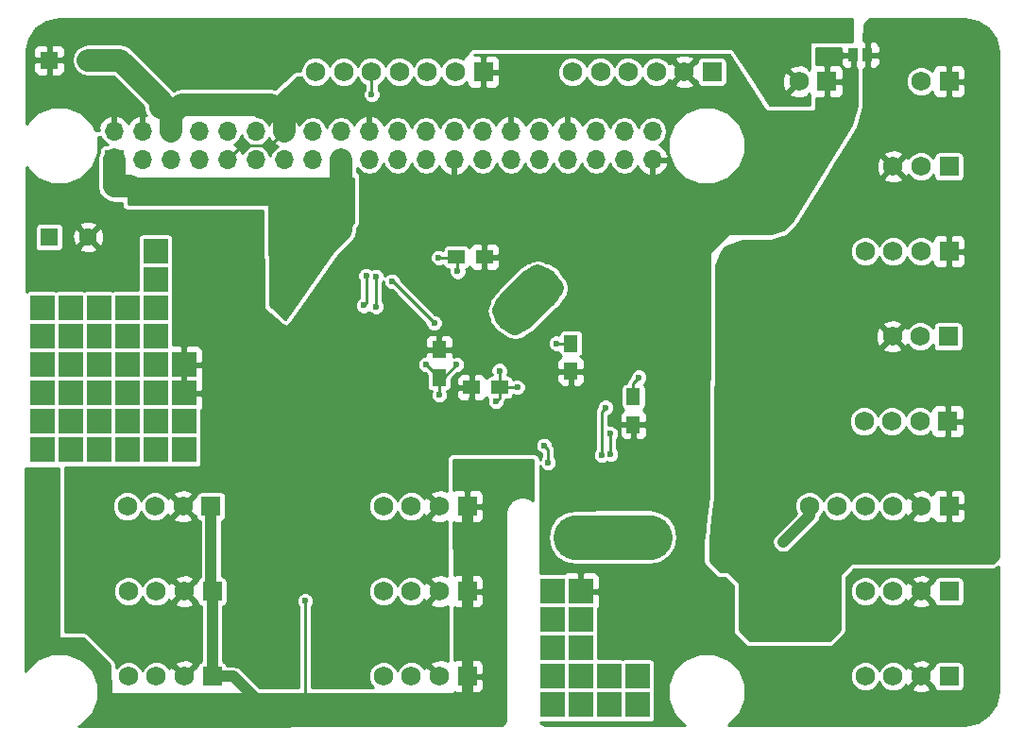
<source format=gbl>
G04 #@! TF.FileFunction,Copper,L2,Bot,Signal*
%FSLAX46Y46*%
G04 Gerber Fmt 4.6, Leading zero omitted, Abs format (unit mm)*
G04 Created by KiCad (PCBNEW 4.0.7-e2-6376~61~ubuntu18.04.1) date Sun Dec  9 20:36:19 2018*
%MOMM*%
%LPD*%
G01*
G04 APERTURE LIST*
%ADD10C,0.100000*%
%ADD11R,2.235200X2.235200*%
%ADD12R,1.750000X1.750000*%
%ADD13C,1.750000*%
%ADD14R,1.500000X1.250000*%
%ADD15R,1.250000X1.500000*%
%ADD16R,1.700000X1.700000*%
%ADD17O,1.700000X1.700000*%
%ADD18R,0.970000X1.270000*%
%ADD19R,1.600000X1.600000*%
%ADD20C,1.600000*%
%ADD21C,0.600000*%
%ADD22C,0.250000*%
%ADD23C,4.000000*%
%ADD24C,2.000000*%
%ADD25C,1.000000*%
%ADD26C,0.254000*%
G04 APERTURE END LIST*
D10*
D11*
X112435000Y-74335000D03*
X112435000Y-76875000D03*
X104815000Y-66715000D03*
X107355000Y-66715000D03*
X109895000Y-74335000D03*
X109895000Y-76875000D03*
X104815000Y-69255000D03*
X107355000Y-69255000D03*
X107355000Y-71795000D03*
X104815000Y-71795000D03*
X104815000Y-74335000D03*
X107355000Y-74335000D03*
X107355000Y-76875000D03*
X104815000Y-76875000D03*
X71795000Y-46395000D03*
X71795000Y-48935000D03*
X71795000Y-51475000D03*
X71795000Y-54015000D03*
X69255000Y-36235000D03*
X69255000Y-38775000D03*
X69255000Y-54015000D03*
X66715000Y-54015000D03*
X64175000Y-54015000D03*
X61635000Y-54015000D03*
X59095000Y-54015000D03*
X69255000Y-51475000D03*
X66715000Y-51475000D03*
X64175000Y-51475000D03*
X61635000Y-51475000D03*
X59095000Y-51475000D03*
X69255000Y-48935000D03*
X66715000Y-48935000D03*
X64175000Y-48935000D03*
X61635000Y-48935000D03*
X59095000Y-48935000D03*
X69255000Y-46395000D03*
X66715000Y-46395000D03*
X64175000Y-46395000D03*
X61635000Y-46395000D03*
X59095000Y-46395000D03*
X69255000Y-43855000D03*
X66715000Y-43855000D03*
X64175000Y-43855000D03*
X61635000Y-43855000D03*
X59095000Y-43855000D03*
X69255000Y-41315000D03*
X66715000Y-41315000D03*
X64175000Y-41315000D03*
X61635000Y-41315000D03*
D12*
X129435000Y-20995000D03*
D13*
X126935000Y-20995000D03*
D14*
X96235000Y-36735000D03*
X98735000Y-36735000D03*
D15*
X106485000Y-44485000D03*
X106485000Y-46985000D03*
X94685000Y-47535000D03*
X94685000Y-45035000D03*
D14*
X100085000Y-48435000D03*
X97585000Y-48435000D03*
D15*
X112085000Y-51785000D03*
X112085000Y-49285000D03*
D12*
X140375000Y-20995000D03*
D13*
X137875000Y-20995000D03*
D12*
X98635000Y-20135000D03*
D13*
X96135000Y-20135000D03*
X93635000Y-20135000D03*
X91135000Y-20135000D03*
X88635000Y-20135000D03*
X86135000Y-20135000D03*
X83635000Y-20135000D03*
D12*
X140375000Y-28615000D03*
D13*
X137875000Y-28615000D03*
X135375000Y-28615000D03*
D12*
X140375000Y-36235000D03*
D13*
X137875000Y-36235000D03*
X135375000Y-36235000D03*
X132875000Y-36235000D03*
D12*
X140375000Y-59095000D03*
D13*
X137875000Y-59095000D03*
X135375000Y-59095000D03*
X132875000Y-59095000D03*
X130375000Y-59095000D03*
X127875000Y-59095000D03*
D12*
X140295000Y-43855000D03*
D13*
X137795000Y-43855000D03*
X135295000Y-43855000D03*
D12*
X140255000Y-51475000D03*
D13*
X137755000Y-51475000D03*
X135255000Y-51475000D03*
X132755000Y-51475000D03*
D12*
X140375000Y-66715000D03*
D13*
X137875000Y-66715000D03*
X135375000Y-66715000D03*
X132875000Y-66715000D03*
D12*
X140375000Y-74335000D03*
D13*
X137875000Y-74335000D03*
X135375000Y-74335000D03*
X132875000Y-74335000D03*
D12*
X74215000Y-59095000D03*
D13*
X71715000Y-59095000D03*
X69215000Y-59095000D03*
X66715000Y-59095000D03*
D12*
X74335000Y-74335000D03*
D13*
X71835000Y-74335000D03*
X69335000Y-74335000D03*
X66835000Y-74335000D03*
D12*
X97195000Y-59095000D03*
D13*
X94695000Y-59095000D03*
X92195000Y-59095000D03*
X89695000Y-59095000D03*
D12*
X74335000Y-66715000D03*
D13*
X71835000Y-66715000D03*
X69335000Y-66715000D03*
X66835000Y-66715000D03*
D12*
X97195000Y-74335000D03*
D13*
X94695000Y-74335000D03*
X92195000Y-74335000D03*
X89695000Y-74335000D03*
D12*
X97195000Y-66715000D03*
D13*
X94695000Y-66715000D03*
X92195000Y-66715000D03*
X89695000Y-66715000D03*
D12*
X119135000Y-20135000D03*
D13*
X116635000Y-20135000D03*
X114135000Y-20135000D03*
X111635000Y-20135000D03*
X109135000Y-20135000D03*
X106635000Y-20135000D03*
D16*
X65535000Y-28010000D03*
D17*
X65535000Y-25470000D03*
X68075000Y-28010000D03*
X68075000Y-25470000D03*
X70615000Y-28010000D03*
X70615000Y-25470000D03*
X73155000Y-28010000D03*
X73155000Y-25470000D03*
X75695000Y-28010000D03*
X75695000Y-25470000D03*
X78235000Y-28010000D03*
X78235000Y-25470000D03*
X80775000Y-28010000D03*
X80775000Y-25470000D03*
X83315000Y-28010000D03*
X83315000Y-25470000D03*
X85855000Y-28010000D03*
X85855000Y-25470000D03*
X88395000Y-28010000D03*
X88395000Y-25470000D03*
X90935000Y-28010000D03*
X90935000Y-25470000D03*
X93475000Y-28010000D03*
X93475000Y-25470000D03*
X96015000Y-28010000D03*
X96015000Y-25470000D03*
X98555000Y-28010000D03*
X98555000Y-25470000D03*
X101095000Y-28010000D03*
X101095000Y-25470000D03*
X103635000Y-28010000D03*
X103635000Y-25470000D03*
X106175000Y-28010000D03*
X106175000Y-25470000D03*
X108715000Y-28010000D03*
X108715000Y-25470000D03*
X111255000Y-28010000D03*
X111255000Y-25470000D03*
X113795000Y-28010000D03*
X113795000Y-25470000D03*
D18*
X133075000Y-18635000D03*
X131795000Y-18635000D03*
D19*
X59730000Y-34965000D03*
D20*
X63230000Y-34965000D03*
D11*
X59095000Y-41315000D03*
D19*
X59730000Y-19090000D03*
D20*
X63230000Y-19090000D03*
D21*
X94635000Y-36785000D03*
X101685000Y-48435000D03*
X100085000Y-46935000D03*
X96235000Y-46385000D03*
X94685000Y-49085000D03*
X100435000Y-41585000D03*
X101485000Y-42735000D03*
X103535000Y-38435000D03*
X104835000Y-39535000D03*
X80535000Y-41185000D03*
X80535000Y-40235000D03*
X82735000Y-38485000D03*
X82735000Y-37435000D03*
X112585000Y-47535000D03*
X109235000Y-54485000D03*
X109585000Y-50235000D03*
X101485000Y-41585000D03*
X103585000Y-39534999D03*
X96335000Y-38035000D03*
X93485000Y-46385000D03*
X99785000Y-49685002D03*
X105185000Y-44485000D03*
X74285000Y-36735000D03*
X71385000Y-34435000D03*
X76484998Y-38985000D03*
X74985000Y-40185000D03*
X78185000Y-40135000D03*
X77435000Y-48535000D03*
X76585000Y-48535000D03*
X77885000Y-47435000D03*
X117335000Y-64285000D03*
X119785000Y-70535000D03*
X110735000Y-50235000D03*
X110835000Y-39135000D03*
X98485000Y-41035000D03*
X90535000Y-45285000D03*
X96085000Y-49585000D03*
X117285000Y-65235001D03*
X116535000Y-70135000D03*
X110585000Y-59135000D03*
X80985000Y-43535000D03*
X79535000Y-73085000D03*
X110835000Y-47035000D03*
X113735000Y-50535000D03*
X105253586Y-45610020D03*
X110835000Y-38335000D03*
X98735000Y-37935000D03*
X93485000Y-45035000D03*
X97585000Y-49585000D03*
X125485000Y-62285000D03*
X114685000Y-62185000D03*
X113584998Y-61835000D03*
X106885000Y-61885000D03*
X107885000Y-62885000D03*
X114535000Y-60884998D03*
X108834980Y-61835000D03*
X59885000Y-56035000D03*
X82685000Y-67585000D03*
X59835000Y-71785000D03*
X83585000Y-78085000D03*
X101935000Y-56935000D03*
X90439387Y-38914285D03*
X94235000Y-42635000D03*
X89035000Y-38485000D03*
X89035000Y-41185000D03*
X88634994Y-22185000D03*
X122085000Y-69935000D03*
X121635000Y-58835000D03*
X123035000Y-49385000D03*
X121485000Y-46985000D03*
X122935000Y-38035000D03*
X125205000Y-69940000D03*
X123085000Y-45935000D03*
X122935000Y-38785000D03*
X122985000Y-50235000D03*
X123435000Y-57935000D03*
X87934999Y-41085001D03*
X88135000Y-38435000D03*
X104085000Y-53635000D03*
X104435002Y-55185000D03*
X110035000Y-52585000D03*
X110034167Y-54448241D03*
D22*
X94635000Y-36785000D02*
X96185000Y-36785000D01*
X96185000Y-36785000D02*
X96235000Y-36735000D01*
X100085000Y-48435000D02*
X101685000Y-48435000D01*
X100085000Y-48435000D02*
X100085000Y-46935000D01*
X94685000Y-47535000D02*
X95085000Y-47535000D01*
X95085000Y-47535000D02*
X96235000Y-46385000D01*
X94685000Y-47535000D02*
X94685000Y-49085000D01*
D23*
X103585000Y-39534999D02*
X103535001Y-39534999D01*
X103535001Y-39534999D02*
X101485000Y-41585000D01*
D24*
X103535000Y-38435000D02*
X103535000Y-39484999D01*
X103535000Y-39484999D02*
X103585000Y-39534999D01*
X100435000Y-41585000D02*
X101485000Y-41585000D01*
X101485000Y-41585000D02*
X101485000Y-42735000D01*
X103585000Y-39534999D02*
X104834999Y-39534999D01*
X104834999Y-39534999D02*
X104835000Y-39535000D01*
X65535000Y-30385000D02*
X67035001Y-30385000D01*
X65535000Y-28010000D02*
X65535000Y-30385000D01*
D22*
X67485000Y-30335000D02*
X68685002Y-30335000D01*
X80535000Y-40235000D02*
X80535000Y-41185000D01*
D24*
X85855000Y-28010000D02*
X85855000Y-34315000D01*
X85855000Y-34315000D02*
X82735000Y-37435000D01*
D22*
X112085000Y-49285000D02*
X112085000Y-48035000D01*
X112085000Y-48035000D02*
X112585000Y-47535000D01*
X109235000Y-50585000D02*
X109235000Y-54485000D01*
X109585000Y-50235000D02*
X109235000Y-50585000D01*
X112385000Y-48985000D02*
X112085000Y-49285000D01*
X96335000Y-38035000D02*
X96335000Y-36835000D01*
X96335000Y-36835000D02*
X96235000Y-36735000D01*
X93485000Y-46385000D02*
X93535000Y-46385000D01*
X93535000Y-46385000D02*
X94685000Y-47535000D01*
X99785000Y-49685002D02*
X100085000Y-49385002D01*
X100085000Y-49385002D02*
X100085000Y-48435000D01*
X106485000Y-44485000D02*
X105185000Y-44485000D01*
X76185000Y-38985000D02*
X76484998Y-38985000D01*
X74985000Y-40185000D02*
X76185000Y-38985000D01*
X110835000Y-39135000D02*
X111035000Y-38935000D01*
X111035000Y-38935000D02*
X111035000Y-38835000D01*
X96135000Y-49110736D02*
X96135000Y-48885000D01*
X96135000Y-48885000D02*
X96585000Y-48435000D01*
X96585000Y-48435000D02*
X97585000Y-48435000D01*
X96085000Y-49585000D02*
X96085000Y-49160736D01*
X96085000Y-49160736D02*
X96135000Y-49110736D01*
X75695000Y-28010000D02*
X76970000Y-26735000D01*
X76970000Y-26735000D02*
X79510000Y-26735000D01*
X79510000Y-26735000D02*
X80775000Y-25470000D01*
D24*
X80775000Y-25470000D02*
X80775000Y-24267919D01*
X80775000Y-24267919D02*
X79592081Y-23085000D01*
X79592081Y-23085000D02*
X71594998Y-23085000D01*
X71594998Y-23085000D02*
X70839999Y-23839999D01*
X70615000Y-25470000D02*
X70615000Y-24064998D01*
X70615000Y-24064998D02*
X70839999Y-23839999D01*
X66090000Y-19090000D02*
X70839999Y-23839999D01*
X66090000Y-19090000D02*
X63230000Y-19090000D01*
D25*
X70839999Y-23839999D02*
X69682081Y-22682081D01*
X66090000Y-19090000D02*
X66185000Y-19185000D01*
D24*
X69682081Y-22682081D02*
X66185000Y-19185000D01*
X69682081Y-23335000D02*
X69682081Y-22682081D01*
D25*
X70615000Y-25470000D02*
X70615000Y-24267919D01*
X70615000Y-24267919D02*
X69682081Y-23335000D01*
D22*
X98735000Y-37935000D02*
X98735000Y-36735000D01*
X93485000Y-45035000D02*
X94685000Y-45035000D01*
D25*
X127875000Y-59095000D02*
X127875000Y-59895000D01*
X127875000Y-59895000D02*
X125485000Y-62285000D01*
D22*
X114535000Y-62035000D02*
X114685000Y-62185000D01*
X114535000Y-60884998D02*
X114535000Y-62035000D01*
X114535000Y-60884998D02*
X113584998Y-61835000D01*
D23*
X106885000Y-61885000D02*
X108784980Y-61885000D01*
X108784980Y-61885000D02*
X108834980Y-61835000D01*
D22*
X64085000Y-15785000D02*
X60780000Y-19090000D01*
X60780000Y-19090000D02*
X59730000Y-19090000D01*
X121725000Y-15785000D02*
X64085000Y-15785000D01*
D23*
X108834980Y-61835000D02*
X113584998Y-61835000D01*
D22*
X82685000Y-67585000D02*
X82685000Y-77185000D01*
X82685000Y-77185000D02*
X83585000Y-78085000D01*
X121725000Y-15785000D02*
X126935000Y-20995000D01*
D25*
X79960000Y-78085000D02*
X66685000Y-78085000D01*
X66685000Y-78085000D02*
X64835000Y-76235000D01*
X64835000Y-76235000D02*
X64835000Y-74235000D01*
X64835000Y-74235000D02*
X62385000Y-71785000D01*
X62385000Y-71785000D02*
X59835000Y-71785000D01*
X95320000Y-78085000D02*
X83585000Y-78085000D01*
X83585000Y-78085000D02*
X79960000Y-78085000D01*
D22*
X101435000Y-56935000D02*
X99275000Y-59095000D01*
X99275000Y-59095000D02*
X97195000Y-59095000D01*
X101935000Y-56935000D02*
X101435000Y-56935000D01*
D25*
X79960000Y-78085000D02*
X79934994Y-78059994D01*
X97195000Y-76210000D02*
X95320000Y-78085000D01*
X79960000Y-78085000D02*
X76210000Y-74335000D01*
X76210000Y-74335000D02*
X74335000Y-74335000D01*
X74215000Y-59095000D02*
X74215000Y-66595000D01*
X74215000Y-66595000D02*
X74335000Y-66715000D01*
X74335000Y-74335000D02*
X74335000Y-66715000D01*
X97195000Y-74335000D02*
X97195000Y-76210000D01*
X97195000Y-66715000D02*
X97195000Y-74335000D01*
X97195000Y-59095000D02*
X97195000Y-66715000D01*
D22*
X90514285Y-38914285D02*
X90439387Y-38914285D01*
X94235000Y-42635000D02*
X90514285Y-38914285D01*
X89035000Y-41185000D02*
X89035000Y-38485000D01*
X88635000Y-20135000D02*
X88635000Y-22184994D01*
X88635000Y-22184994D02*
X88634994Y-22185000D01*
X88135000Y-40885000D02*
X87934999Y-41085001D01*
X88135000Y-38435000D02*
X88135000Y-40885000D01*
X104435002Y-53985002D02*
X104085000Y-53635000D01*
X104435002Y-55185000D02*
X104435002Y-53985002D01*
X110034167Y-54448241D02*
X110034167Y-52585833D01*
X110034167Y-52585833D02*
X110035000Y-52585000D01*
D26*
G36*
X130675000Y-18349250D02*
X130833750Y-18508000D01*
X131668000Y-18508000D01*
X131668000Y-18488000D01*
X131922000Y-18488000D01*
X131922000Y-18508000D01*
X131942000Y-18508000D01*
X131942000Y-18762000D01*
X131922000Y-18762000D01*
X131922000Y-19746250D01*
X132080750Y-19905000D01*
X132108000Y-19905000D01*
X132108000Y-23186938D01*
X131621099Y-24893450D01*
X126394938Y-33407036D01*
X125506678Y-34312122D01*
X124495485Y-34608000D01*
X120685000Y-34608000D01*
X120635590Y-34618006D01*
X120595197Y-34645197D01*
X118945197Y-36295197D01*
X118917334Y-36337211D01*
X118908000Y-36385285D01*
X118910396Y-37451481D01*
X118903609Y-37482893D01*
X118812312Y-58252980D01*
X118586517Y-60102186D01*
X118586391Y-60103227D01*
X118361391Y-61980199D01*
X118358000Y-62036972D01*
X118358000Y-64085000D01*
X118396523Y-64272794D01*
X118504131Y-64428591D01*
X119503420Y-65390882D01*
X119665411Y-65493396D01*
X119852276Y-65523952D01*
X120300972Y-65507020D01*
X121008000Y-66187870D01*
X121008000Y-70235000D01*
X121043059Y-70414492D01*
X121147710Y-70572290D01*
X122147710Y-71572290D01*
X122299420Y-71674419D01*
X122485000Y-71712000D01*
X129685000Y-71712000D01*
X129864492Y-71676941D01*
X130022290Y-71572290D01*
X131022290Y-70572290D01*
X131124419Y-70420580D01*
X131162000Y-70235000D01*
X131162000Y-66982750D01*
X131522766Y-66982750D01*
X131728162Y-67479846D01*
X132108154Y-67860501D01*
X132604891Y-68066765D01*
X133142750Y-68067234D01*
X133639846Y-67861838D01*
X134020501Y-67481846D01*
X134125002Y-67230180D01*
X134228162Y-67479846D01*
X134608154Y-67860501D01*
X135104891Y-68066765D01*
X135642750Y-68067234D01*
X136139846Y-67861838D01*
X136224771Y-67777060D01*
X136992545Y-67777060D01*
X137075884Y-68030953D01*
X137640306Y-68236590D01*
X138240458Y-68210579D01*
X138674116Y-68030953D01*
X138757455Y-67777060D01*
X137875000Y-66894605D01*
X136992545Y-67777060D01*
X136224771Y-67777060D01*
X136520501Y-67481846D01*
X136533106Y-67451489D01*
X136559047Y-67514116D01*
X136812940Y-67597455D01*
X137695395Y-66715000D01*
X138054605Y-66715000D01*
X138937060Y-67597455D01*
X139013656Y-67572313D01*
X139013656Y-67590000D01*
X139046917Y-67766765D01*
X139151385Y-67929113D01*
X139310785Y-68038027D01*
X139500000Y-68076344D01*
X141250000Y-68076344D01*
X141426765Y-68043083D01*
X141589113Y-67938615D01*
X141698027Y-67779215D01*
X141736344Y-67590000D01*
X141736344Y-65840000D01*
X141703083Y-65663235D01*
X141598615Y-65500887D01*
X141439215Y-65391973D01*
X141250000Y-65353656D01*
X139500000Y-65353656D01*
X139323235Y-65386917D01*
X139160887Y-65491385D01*
X139051973Y-65650785D01*
X139013656Y-65840000D01*
X139013656Y-65857687D01*
X138937060Y-65832545D01*
X138054605Y-66715000D01*
X137695395Y-66715000D01*
X136812940Y-65832545D01*
X136559047Y-65915884D01*
X136534976Y-65981952D01*
X136521838Y-65950154D01*
X136225142Y-65652940D01*
X136992545Y-65652940D01*
X137875000Y-66535395D01*
X138757455Y-65652940D01*
X138674116Y-65399047D01*
X138109694Y-65193410D01*
X137509542Y-65219421D01*
X137075884Y-65399047D01*
X136992545Y-65652940D01*
X136225142Y-65652940D01*
X136141846Y-65569499D01*
X135645109Y-65363235D01*
X135107250Y-65362766D01*
X134610154Y-65568162D01*
X134229499Y-65948154D01*
X134124998Y-66199820D01*
X134021838Y-65950154D01*
X133641846Y-65569499D01*
X133145109Y-65363235D01*
X132607250Y-65362766D01*
X132110154Y-65568162D01*
X131729499Y-65948154D01*
X131523235Y-66444891D01*
X131522766Y-66982750D01*
X131162000Y-66982750D01*
X131162000Y-65482580D01*
X131882580Y-64762000D01*
X144335000Y-64762000D01*
X144514492Y-64726941D01*
X144672290Y-64622290D01*
X144783000Y-64511580D01*
X144783000Y-75680630D01*
X144548606Y-76859013D01*
X143911904Y-77811904D01*
X142959012Y-78448606D01*
X141780635Y-78683000D01*
X120603367Y-78683000D01*
X121580938Y-77707134D01*
X122111395Y-76429652D01*
X122112602Y-75046416D01*
X121929284Y-74602750D01*
X131522766Y-74602750D01*
X131728162Y-75099846D01*
X132108154Y-75480501D01*
X132604891Y-75686765D01*
X133142750Y-75687234D01*
X133639846Y-75481838D01*
X134020501Y-75101846D01*
X134125002Y-74850180D01*
X134228162Y-75099846D01*
X134608154Y-75480501D01*
X135104891Y-75686765D01*
X135642750Y-75687234D01*
X136139846Y-75481838D01*
X136224771Y-75397060D01*
X136992545Y-75397060D01*
X137075884Y-75650953D01*
X137640306Y-75856590D01*
X138240458Y-75830579D01*
X138674116Y-75650953D01*
X138757455Y-75397060D01*
X137875000Y-74514605D01*
X136992545Y-75397060D01*
X136224771Y-75397060D01*
X136520501Y-75101846D01*
X136533106Y-75071489D01*
X136559047Y-75134116D01*
X136812940Y-75217455D01*
X137695395Y-74335000D01*
X138054605Y-74335000D01*
X138937060Y-75217455D01*
X139013656Y-75192313D01*
X139013656Y-75210000D01*
X139046917Y-75386765D01*
X139151385Y-75549113D01*
X139310785Y-75658027D01*
X139500000Y-75696344D01*
X141250000Y-75696344D01*
X141426765Y-75663083D01*
X141589113Y-75558615D01*
X141698027Y-75399215D01*
X141736344Y-75210000D01*
X141736344Y-73460000D01*
X141703083Y-73283235D01*
X141598615Y-73120887D01*
X141439215Y-73011973D01*
X141250000Y-72973656D01*
X139500000Y-72973656D01*
X139323235Y-73006917D01*
X139160887Y-73111385D01*
X139051973Y-73270785D01*
X139013656Y-73460000D01*
X139013656Y-73477687D01*
X138937060Y-73452545D01*
X138054605Y-74335000D01*
X137695395Y-74335000D01*
X136812940Y-73452545D01*
X136559047Y-73535884D01*
X136534976Y-73601952D01*
X136521838Y-73570154D01*
X136225142Y-73272940D01*
X136992545Y-73272940D01*
X137875000Y-74155395D01*
X138757455Y-73272940D01*
X138674116Y-73019047D01*
X138109694Y-72813410D01*
X137509542Y-72839421D01*
X137075884Y-73019047D01*
X136992545Y-73272940D01*
X136225142Y-73272940D01*
X136141846Y-73189499D01*
X135645109Y-72983235D01*
X135107250Y-72982766D01*
X134610154Y-73188162D01*
X134229499Y-73568154D01*
X134124998Y-73819820D01*
X134021838Y-73570154D01*
X133641846Y-73189499D01*
X133145109Y-72983235D01*
X132607250Y-72982766D01*
X132110154Y-73188162D01*
X131729499Y-73568154D01*
X131523235Y-74064891D01*
X131522766Y-74602750D01*
X121929284Y-74602750D01*
X121584376Y-73768011D01*
X120607134Y-72789062D01*
X119329652Y-72258605D01*
X117946416Y-72257398D01*
X116668011Y-72785624D01*
X115689062Y-73762866D01*
X115158605Y-75040348D01*
X115157398Y-76423584D01*
X115685624Y-77701989D01*
X116662866Y-78680938D01*
X116667832Y-78683000D01*
X104189369Y-78683000D01*
X103967696Y-78638907D01*
X103825863Y-78544137D01*
X103782302Y-78478944D01*
X105932600Y-78478944D01*
X106090594Y-78449215D01*
X106237400Y-78478944D01*
X108472600Y-78478944D01*
X108630594Y-78449215D01*
X108777400Y-78478944D01*
X111012600Y-78478944D01*
X111170594Y-78449215D01*
X111317400Y-78478944D01*
X113552600Y-78478944D01*
X113729365Y-78445683D01*
X113891713Y-78341215D01*
X114000627Y-78181815D01*
X114038944Y-77992600D01*
X114038944Y-75757400D01*
X114009215Y-75599406D01*
X114038944Y-75452600D01*
X114038944Y-73217400D01*
X114005683Y-73040635D01*
X113901215Y-72878287D01*
X113741815Y-72769373D01*
X113552600Y-72731056D01*
X111317400Y-72731056D01*
X111159406Y-72760785D01*
X111012600Y-72731056D01*
X108958944Y-72731056D01*
X108958944Y-70677400D01*
X108929215Y-70519406D01*
X108958944Y-70372600D01*
X108958944Y-68244282D01*
X109010927Y-68192299D01*
X109107600Y-67958910D01*
X109107600Y-67000750D01*
X108948850Y-66842000D01*
X107482000Y-66842000D01*
X107482000Y-66862000D01*
X107228000Y-66862000D01*
X107228000Y-66842000D01*
X107208000Y-66842000D01*
X107208000Y-66588000D01*
X107228000Y-66588000D01*
X107228000Y-65121150D01*
X107482000Y-65121150D01*
X107482000Y-66588000D01*
X108948850Y-66588000D01*
X109107600Y-66429250D01*
X109107600Y-65471090D01*
X109010927Y-65237701D01*
X108832298Y-65059073D01*
X108598909Y-64962400D01*
X107640750Y-64962400D01*
X107482000Y-65121150D01*
X107228000Y-65121150D01*
X107069250Y-64962400D01*
X106111091Y-64962400D01*
X105877702Y-65059073D01*
X105825719Y-65111056D01*
X103712000Y-65111056D01*
X103712000Y-61885000D01*
X104408000Y-61885000D01*
X104596550Y-62832907D01*
X105133497Y-63636503D01*
X105937093Y-64173450D01*
X106885000Y-64362000D01*
X108784980Y-64362000D01*
X109036348Y-64312000D01*
X113584998Y-64312000D01*
X114532905Y-64123450D01*
X115336501Y-63586503D01*
X115873448Y-62782907D01*
X116061998Y-61835000D01*
X115873448Y-60887093D01*
X115336501Y-60083497D01*
X114532905Y-59546550D01*
X113584998Y-59358000D01*
X108834980Y-59358000D01*
X108583612Y-59408000D01*
X106885000Y-59408000D01*
X105937093Y-59596550D01*
X105133497Y-60133497D01*
X104596550Y-60937093D01*
X104408000Y-61885000D01*
X103712000Y-61885000D01*
X103712000Y-55469886D01*
X103775910Y-55624560D01*
X103994292Y-55843324D01*
X104279769Y-55961865D01*
X104588879Y-55962134D01*
X104874562Y-55844092D01*
X105093326Y-55625710D01*
X105211867Y-55340233D01*
X105212136Y-55031123D01*
X105094094Y-54745440D01*
X105037002Y-54688248D01*
X105037002Y-54638877D01*
X108457866Y-54638877D01*
X108575908Y-54924560D01*
X108794290Y-55143324D01*
X109079767Y-55261865D01*
X109388877Y-55262134D01*
X109674560Y-55144092D01*
X109677284Y-55141373D01*
X109878934Y-55225106D01*
X110188044Y-55225375D01*
X110473727Y-55107333D01*
X110692491Y-54888951D01*
X110811032Y-54603474D01*
X110811301Y-54294364D01*
X110693259Y-54008681D01*
X110636167Y-53951489D01*
X110636167Y-53082767D01*
X110693324Y-53025710D01*
X110811865Y-52740233D01*
X110812134Y-52431123D01*
X110694092Y-52145440D01*
X110619533Y-52070750D01*
X110825000Y-52070750D01*
X110825000Y-52661309D01*
X110921673Y-52894698D01*
X111100301Y-53073327D01*
X111333690Y-53170000D01*
X111799250Y-53170000D01*
X111958000Y-53011250D01*
X111958000Y-51912000D01*
X112212000Y-51912000D01*
X112212000Y-53011250D01*
X112370750Y-53170000D01*
X112836310Y-53170000D01*
X113069699Y-53073327D01*
X113248327Y-52894698D01*
X113345000Y-52661309D01*
X113345000Y-52070750D01*
X113186250Y-51912000D01*
X112212000Y-51912000D01*
X111958000Y-51912000D01*
X110983750Y-51912000D01*
X110825000Y-52070750D01*
X110619533Y-52070750D01*
X110475710Y-51926676D01*
X110190233Y-51808135D01*
X109881123Y-51807866D01*
X109837000Y-51826097D01*
X109837000Y-50971590D01*
X109989227Y-50908691D01*
X110825000Y-50908691D01*
X110825000Y-51499250D01*
X110983750Y-51658000D01*
X111958000Y-51658000D01*
X111958000Y-51638000D01*
X112212000Y-51638000D01*
X112212000Y-51658000D01*
X113186250Y-51658000D01*
X113345000Y-51499250D01*
X113345000Y-50908691D01*
X113248327Y-50675302D01*
X113069699Y-50496673D01*
X112950284Y-50447210D01*
X113049113Y-50383615D01*
X113158027Y-50224215D01*
X113196344Y-50035000D01*
X113196344Y-48535000D01*
X113163083Y-48358235D01*
X113058615Y-48195887D01*
X113037330Y-48181344D01*
X113243324Y-47975710D01*
X113361865Y-47690233D01*
X113362134Y-47381123D01*
X113244092Y-47095440D01*
X113025710Y-46876676D01*
X112740233Y-46758135D01*
X112431123Y-46757866D01*
X112145440Y-46875908D01*
X111926676Y-47094290D01*
X111808135Y-47379767D01*
X111808065Y-47460579D01*
X111659322Y-47609322D01*
X111528825Y-47804625D01*
X111483000Y-48035000D01*
X111483000Y-48048656D01*
X111460000Y-48048656D01*
X111283235Y-48081917D01*
X111120887Y-48186385D01*
X111011973Y-48345785D01*
X110973656Y-48535000D01*
X110973656Y-50035000D01*
X111006917Y-50211765D01*
X111111385Y-50374113D01*
X111218875Y-50447558D01*
X111100301Y-50496673D01*
X110921673Y-50675302D01*
X110825000Y-50908691D01*
X109989227Y-50908691D01*
X110024560Y-50894092D01*
X110243324Y-50675710D01*
X110361865Y-50390233D01*
X110362134Y-50081123D01*
X110244092Y-49795440D01*
X110025710Y-49576676D01*
X109740233Y-49458135D01*
X109431123Y-49457866D01*
X109145440Y-49575908D01*
X108926676Y-49794290D01*
X108808135Y-50079767D01*
X108808064Y-50161205D01*
X108678825Y-50354625D01*
X108633000Y-50585000D01*
X108633000Y-53988064D01*
X108576676Y-54044290D01*
X108458135Y-54329767D01*
X108457866Y-54638877D01*
X105037002Y-54638877D01*
X105037002Y-53985002D01*
X104991177Y-53754627D01*
X104960112Y-53708135D01*
X104862064Y-53561394D01*
X104862134Y-53481123D01*
X104744092Y-53195440D01*
X104525710Y-52976676D01*
X104240233Y-52858135D01*
X103931123Y-52857866D01*
X103645440Y-52975908D01*
X103426676Y-53194290D01*
X103308135Y-53479767D01*
X103307866Y-53788877D01*
X103425908Y-54074560D01*
X103644290Y-54293324D01*
X103833002Y-54371684D01*
X103833002Y-54688064D01*
X103776678Y-54744290D01*
X103712000Y-54900051D01*
X103712000Y-54835000D01*
X103679378Y-54661631D01*
X103576917Y-54502402D01*
X103420580Y-54395581D01*
X103235000Y-54358000D01*
X95835000Y-54358000D01*
X95659517Y-54391452D01*
X95500777Y-54494670D01*
X95394702Y-54651515D01*
X95358005Y-54837271D01*
X95371801Y-57734484D01*
X94929694Y-57573410D01*
X94329542Y-57599421D01*
X93895884Y-57779047D01*
X93812545Y-58032940D01*
X94695000Y-58915395D01*
X94709143Y-58901253D01*
X94888748Y-59080858D01*
X94874605Y-59095000D01*
X94888748Y-59109143D01*
X94709143Y-59288748D01*
X94695000Y-59274605D01*
X93812545Y-60157060D01*
X93895884Y-60410953D01*
X94460306Y-60616590D01*
X95060458Y-60590579D01*
X95384762Y-60456249D01*
X95408150Y-65367727D01*
X94929694Y-65193410D01*
X94329542Y-65219421D01*
X93895884Y-65399047D01*
X93812545Y-65652940D01*
X94695000Y-66535395D01*
X94709143Y-66521253D01*
X94888748Y-66700858D01*
X94874605Y-66715000D01*
X94888748Y-66729143D01*
X94709143Y-66908748D01*
X94695000Y-66894605D01*
X93812545Y-67777060D01*
X93895884Y-68030953D01*
X94460306Y-68236590D01*
X95060458Y-68210579D01*
X95420976Y-68061248D01*
X95444499Y-73000970D01*
X94929694Y-72813410D01*
X94329542Y-72839421D01*
X93895884Y-73019047D01*
X93812545Y-73272940D01*
X94695000Y-74155395D01*
X94709143Y-74141253D01*
X94888748Y-74320858D01*
X94874605Y-74335000D01*
X94888748Y-74349143D01*
X94709143Y-74528748D01*
X94695000Y-74514605D01*
X94680858Y-74528748D01*
X94501253Y-74349143D01*
X94515395Y-74335000D01*
X93632940Y-73452545D01*
X93379047Y-73535884D01*
X93354976Y-73601952D01*
X93341838Y-73570154D01*
X92961846Y-73189499D01*
X92465109Y-72983235D01*
X91927250Y-72982766D01*
X91430154Y-73188162D01*
X91049499Y-73568154D01*
X90944998Y-73819820D01*
X90841838Y-73570154D01*
X90461846Y-73189499D01*
X89965109Y-72983235D01*
X89427250Y-72982766D01*
X88930154Y-73188162D01*
X88549499Y-73568154D01*
X88343235Y-74064891D01*
X88342766Y-74602750D01*
X88548162Y-75099846D01*
X88805866Y-75358000D01*
X83287000Y-75358000D01*
X83287000Y-68081936D01*
X83343324Y-68025710D01*
X83461865Y-67740233D01*
X83462134Y-67431123D01*
X83344092Y-67145440D01*
X83181687Y-66982750D01*
X88342766Y-66982750D01*
X88548162Y-67479846D01*
X88928154Y-67860501D01*
X89424891Y-68066765D01*
X89962750Y-68067234D01*
X90459846Y-67861838D01*
X90840501Y-67481846D01*
X90945002Y-67230180D01*
X91048162Y-67479846D01*
X91428154Y-67860501D01*
X91924891Y-68066765D01*
X92462750Y-68067234D01*
X92959846Y-67861838D01*
X93340501Y-67481846D01*
X93353106Y-67451489D01*
X93379047Y-67514116D01*
X93632940Y-67597455D01*
X94515395Y-66715000D01*
X93632940Y-65832545D01*
X93379047Y-65915884D01*
X93354976Y-65981952D01*
X93341838Y-65950154D01*
X92961846Y-65569499D01*
X92465109Y-65363235D01*
X91927250Y-65362766D01*
X91430154Y-65568162D01*
X91049499Y-65948154D01*
X90944998Y-66199820D01*
X90841838Y-65950154D01*
X90461846Y-65569499D01*
X89965109Y-65363235D01*
X89427250Y-65362766D01*
X88930154Y-65568162D01*
X88549499Y-65948154D01*
X88343235Y-66444891D01*
X88342766Y-66982750D01*
X83181687Y-66982750D01*
X83125710Y-66926676D01*
X82840233Y-66808135D01*
X82531123Y-66807866D01*
X82245440Y-66925908D01*
X82026676Y-67144290D01*
X81908135Y-67429767D01*
X81907866Y-67738877D01*
X82025908Y-68024560D01*
X82083000Y-68081752D01*
X82083000Y-75358000D01*
X78614686Y-75358000D01*
X76900843Y-73644157D01*
X76790090Y-73570154D01*
X76583882Y-73432370D01*
X76210000Y-73358000D01*
X75677151Y-73358000D01*
X75663083Y-73283235D01*
X75558615Y-73120887D01*
X75399215Y-73011973D01*
X75312000Y-72994312D01*
X75312000Y-68057151D01*
X75386765Y-68043083D01*
X75549113Y-67938615D01*
X75658027Y-67779215D01*
X75696344Y-67590000D01*
X75696344Y-65840000D01*
X75663083Y-65663235D01*
X75558615Y-65500887D01*
X75399215Y-65391973D01*
X75210000Y-65353656D01*
X75192000Y-65353656D01*
X75192000Y-60437151D01*
X75266765Y-60423083D01*
X75429113Y-60318615D01*
X75538027Y-60159215D01*
X75576344Y-59970000D01*
X75576344Y-59362750D01*
X88342766Y-59362750D01*
X88548162Y-59859846D01*
X88928154Y-60240501D01*
X89424891Y-60446765D01*
X89962750Y-60447234D01*
X90459846Y-60241838D01*
X90840501Y-59861846D01*
X90945002Y-59610180D01*
X91048162Y-59859846D01*
X91428154Y-60240501D01*
X91924891Y-60446765D01*
X92462750Y-60447234D01*
X92959846Y-60241838D01*
X93340501Y-59861846D01*
X93353106Y-59831489D01*
X93379047Y-59894116D01*
X93632940Y-59977455D01*
X94515395Y-59095000D01*
X93632940Y-58212545D01*
X93379047Y-58295884D01*
X93354976Y-58361952D01*
X93341838Y-58330154D01*
X92961846Y-57949499D01*
X92465109Y-57743235D01*
X91927250Y-57742766D01*
X91430154Y-57948162D01*
X91049499Y-58328154D01*
X90944998Y-58579820D01*
X90841838Y-58330154D01*
X90461846Y-57949499D01*
X89965109Y-57743235D01*
X89427250Y-57742766D01*
X88930154Y-57948162D01*
X88549499Y-58328154D01*
X88343235Y-58824891D01*
X88342766Y-59362750D01*
X75576344Y-59362750D01*
X75576344Y-58220000D01*
X75543083Y-58043235D01*
X75438615Y-57880887D01*
X75279215Y-57771973D01*
X75090000Y-57733656D01*
X73340000Y-57733656D01*
X73163235Y-57766917D01*
X73000887Y-57871385D01*
X72891973Y-58030785D01*
X72853656Y-58220000D01*
X72853656Y-58237687D01*
X72777060Y-58212545D01*
X71894605Y-59095000D01*
X72777060Y-59977455D01*
X72853656Y-59952313D01*
X72853656Y-59970000D01*
X72886917Y-60146765D01*
X72991385Y-60309113D01*
X73150785Y-60418027D01*
X73238000Y-60435688D01*
X73238000Y-65416025D01*
X73120887Y-65491385D01*
X73011973Y-65650785D01*
X72973656Y-65840000D01*
X72973656Y-65857687D01*
X72897060Y-65832545D01*
X72014605Y-66715000D01*
X72897060Y-67597455D01*
X72973656Y-67572313D01*
X72973656Y-67590000D01*
X73006917Y-67766765D01*
X73111385Y-67929113D01*
X73270785Y-68038027D01*
X73358000Y-68055688D01*
X73358000Y-72992849D01*
X73283235Y-73006917D01*
X73120887Y-73111385D01*
X73011973Y-73270785D01*
X72973656Y-73460000D01*
X72973656Y-73477687D01*
X72897060Y-73452545D01*
X72014605Y-74335000D01*
X72028748Y-74349143D01*
X71849143Y-74528748D01*
X71835000Y-74514605D01*
X71820858Y-74528748D01*
X71641253Y-74349143D01*
X71655395Y-74335000D01*
X70772940Y-73452545D01*
X70519047Y-73535884D01*
X70494976Y-73601952D01*
X70481838Y-73570154D01*
X70185142Y-73272940D01*
X70952545Y-73272940D01*
X71835000Y-74155395D01*
X72717455Y-73272940D01*
X72634116Y-73019047D01*
X72069694Y-72813410D01*
X71469542Y-72839421D01*
X71035884Y-73019047D01*
X70952545Y-73272940D01*
X70185142Y-73272940D01*
X70101846Y-73189499D01*
X69605109Y-72983235D01*
X69067250Y-72982766D01*
X68570154Y-73188162D01*
X68189499Y-73568154D01*
X68084998Y-73819820D01*
X67981838Y-73570154D01*
X67601846Y-73189499D01*
X67105109Y-72983235D01*
X66567250Y-72982766D01*
X66070154Y-73188162D01*
X65723848Y-73533865D01*
X65711648Y-73216667D01*
X65676941Y-73055508D01*
X65572290Y-72897710D01*
X63172290Y-70497710D01*
X63020580Y-70395581D01*
X62835000Y-70358000D01*
X61162000Y-70358000D01*
X61162000Y-66982750D01*
X65482766Y-66982750D01*
X65688162Y-67479846D01*
X66068154Y-67860501D01*
X66564891Y-68066765D01*
X67102750Y-68067234D01*
X67599846Y-67861838D01*
X67980501Y-67481846D01*
X68085002Y-67230180D01*
X68188162Y-67479846D01*
X68568154Y-67860501D01*
X69064891Y-68066765D01*
X69602750Y-68067234D01*
X70099846Y-67861838D01*
X70184771Y-67777060D01*
X70952545Y-67777060D01*
X71035884Y-68030953D01*
X71600306Y-68236590D01*
X72200458Y-68210579D01*
X72634116Y-68030953D01*
X72717455Y-67777060D01*
X71835000Y-66894605D01*
X70952545Y-67777060D01*
X70184771Y-67777060D01*
X70480501Y-67481846D01*
X70493106Y-67451489D01*
X70519047Y-67514116D01*
X70772940Y-67597455D01*
X71655395Y-66715000D01*
X70772940Y-65832545D01*
X70519047Y-65915884D01*
X70494976Y-65981952D01*
X70481838Y-65950154D01*
X70185142Y-65652940D01*
X70952545Y-65652940D01*
X71835000Y-66535395D01*
X72717455Y-65652940D01*
X72634116Y-65399047D01*
X72069694Y-65193410D01*
X71469542Y-65219421D01*
X71035884Y-65399047D01*
X70952545Y-65652940D01*
X70185142Y-65652940D01*
X70101846Y-65569499D01*
X69605109Y-65363235D01*
X69067250Y-65362766D01*
X68570154Y-65568162D01*
X68189499Y-65948154D01*
X68084998Y-66199820D01*
X67981838Y-65950154D01*
X67601846Y-65569499D01*
X67105109Y-65363235D01*
X66567250Y-65362766D01*
X66070154Y-65568162D01*
X65689499Y-65948154D01*
X65483235Y-66444891D01*
X65482766Y-66982750D01*
X61162000Y-66982750D01*
X61162000Y-59362750D01*
X65362766Y-59362750D01*
X65568162Y-59859846D01*
X65948154Y-60240501D01*
X66444891Y-60446765D01*
X66982750Y-60447234D01*
X67479846Y-60241838D01*
X67860501Y-59861846D01*
X67965002Y-59610180D01*
X68068162Y-59859846D01*
X68448154Y-60240501D01*
X68944891Y-60446765D01*
X69482750Y-60447234D01*
X69979846Y-60241838D01*
X70064771Y-60157060D01*
X70832545Y-60157060D01*
X70915884Y-60410953D01*
X71480306Y-60616590D01*
X72080458Y-60590579D01*
X72514116Y-60410953D01*
X72597455Y-60157060D01*
X71715000Y-59274605D01*
X70832545Y-60157060D01*
X70064771Y-60157060D01*
X70360501Y-59861846D01*
X70373106Y-59831489D01*
X70399047Y-59894116D01*
X70652940Y-59977455D01*
X71535395Y-59095000D01*
X70652940Y-58212545D01*
X70399047Y-58295884D01*
X70374976Y-58361952D01*
X70361838Y-58330154D01*
X70065142Y-58032940D01*
X70832545Y-58032940D01*
X71715000Y-58915395D01*
X72597455Y-58032940D01*
X72514116Y-57779047D01*
X71949694Y-57573410D01*
X71349542Y-57599421D01*
X70915884Y-57779047D01*
X70832545Y-58032940D01*
X70065142Y-58032940D01*
X69981846Y-57949499D01*
X69485109Y-57743235D01*
X68947250Y-57742766D01*
X68450154Y-57948162D01*
X68069499Y-58328154D01*
X67964998Y-58579820D01*
X67861838Y-58330154D01*
X67481846Y-57949499D01*
X66985109Y-57743235D01*
X66447250Y-57742766D01*
X65950154Y-57948162D01*
X65569499Y-58328154D01*
X65363235Y-58824891D01*
X65362766Y-59362750D01*
X61162000Y-59362750D01*
X61162000Y-55618944D01*
X62752600Y-55618944D01*
X62910594Y-55589215D01*
X63057400Y-55618944D01*
X65292600Y-55618944D01*
X65450594Y-55589215D01*
X65597400Y-55618944D01*
X67832600Y-55618944D01*
X67990594Y-55589215D01*
X68137400Y-55618944D01*
X70372600Y-55618944D01*
X70530594Y-55589215D01*
X70677400Y-55618944D01*
X72912600Y-55618944D01*
X73089365Y-55585683D01*
X73251713Y-55481215D01*
X73360627Y-55321815D01*
X73398944Y-55132600D01*
X73398944Y-52897400D01*
X73369215Y-52739406D01*
X73398944Y-52592600D01*
X73398944Y-50464282D01*
X73450927Y-50412299D01*
X73547600Y-50178910D01*
X73547600Y-49220750D01*
X73388850Y-49062000D01*
X71922000Y-49062000D01*
X71922000Y-49082000D01*
X71668000Y-49082000D01*
X71668000Y-49062000D01*
X71648000Y-49062000D01*
X71648000Y-48808000D01*
X71668000Y-48808000D01*
X71668000Y-46522000D01*
X71922000Y-46522000D01*
X71922000Y-48808000D01*
X73388850Y-48808000D01*
X73547600Y-48649250D01*
X73547600Y-47691090D01*
X73536793Y-47665000D01*
X73547600Y-47638910D01*
X73547600Y-46680750D01*
X73405727Y-46538877D01*
X92707866Y-46538877D01*
X92825908Y-46824560D01*
X93044290Y-47043324D01*
X93329767Y-47161865D01*
X93460623Y-47161979D01*
X93573656Y-47275012D01*
X93573656Y-48285000D01*
X93606917Y-48461765D01*
X93711385Y-48624113D01*
X93870785Y-48733027D01*
X93980595Y-48755264D01*
X93908135Y-48929767D01*
X93907866Y-49238877D01*
X94025908Y-49524560D01*
X94244290Y-49743324D01*
X94529767Y-49861865D01*
X94838877Y-49862134D01*
X95124560Y-49744092D01*
X95343324Y-49525710D01*
X95461865Y-49240233D01*
X95462134Y-48931123D01*
X95389902Y-48756309D01*
X95486765Y-48738083D01*
X95513701Y-48720750D01*
X96200000Y-48720750D01*
X96200000Y-49186310D01*
X96296673Y-49419699D01*
X96475302Y-49598327D01*
X96708691Y-49695000D01*
X97299250Y-49695000D01*
X97458000Y-49536250D01*
X97458000Y-48562000D01*
X96358750Y-48562000D01*
X96200000Y-48720750D01*
X95513701Y-48720750D01*
X95649113Y-48633615D01*
X95758027Y-48474215D01*
X95796344Y-48285000D01*
X95796344Y-47683690D01*
X96200000Y-47683690D01*
X96200000Y-48149250D01*
X96358750Y-48308000D01*
X97458000Y-48308000D01*
X97458000Y-47333750D01*
X97712000Y-47333750D01*
X97712000Y-48308000D01*
X97732000Y-48308000D01*
X97732000Y-48562000D01*
X97712000Y-48562000D01*
X97712000Y-49536250D01*
X97870750Y-49695000D01*
X98461309Y-49695000D01*
X98694698Y-49598327D01*
X98873327Y-49419699D01*
X98922790Y-49300284D01*
X98986385Y-49399113D01*
X99045590Y-49439567D01*
X99008135Y-49529769D01*
X99007866Y-49838879D01*
X99125908Y-50124562D01*
X99344290Y-50343326D01*
X99629767Y-50461867D01*
X99938877Y-50462136D01*
X100224560Y-50344094D01*
X100443324Y-50125712D01*
X100561865Y-49840235D01*
X100561958Y-49733935D01*
X100641175Y-49615377D01*
X100654907Y-49546344D01*
X100835000Y-49546344D01*
X101011765Y-49513083D01*
X101174113Y-49408615D01*
X101283027Y-49249215D01*
X101309142Y-49120253D01*
X101529767Y-49211865D01*
X101838877Y-49212134D01*
X102124560Y-49094092D01*
X102343324Y-48875710D01*
X102461865Y-48590233D01*
X102462134Y-48281123D01*
X102344092Y-47995440D01*
X102125710Y-47776676D01*
X101840233Y-47658135D01*
X101531123Y-47657866D01*
X101309916Y-47749267D01*
X101288083Y-47633235D01*
X101183615Y-47470887D01*
X101024215Y-47361973D01*
X100835000Y-47323656D01*
X100764939Y-47323656D01*
X100786907Y-47270750D01*
X105225000Y-47270750D01*
X105225000Y-47861309D01*
X105321673Y-48094698D01*
X105500301Y-48273327D01*
X105733690Y-48370000D01*
X106199250Y-48370000D01*
X106358000Y-48211250D01*
X106358000Y-47112000D01*
X106612000Y-47112000D01*
X106612000Y-48211250D01*
X106770750Y-48370000D01*
X107236310Y-48370000D01*
X107469699Y-48273327D01*
X107648327Y-48094698D01*
X107745000Y-47861309D01*
X107745000Y-47270750D01*
X107586250Y-47112000D01*
X106612000Y-47112000D01*
X106358000Y-47112000D01*
X105383750Y-47112000D01*
X105225000Y-47270750D01*
X100786907Y-47270750D01*
X100861865Y-47090233D01*
X100862134Y-46781123D01*
X100744092Y-46495440D01*
X100525710Y-46276676D01*
X100240233Y-46158135D01*
X99931123Y-46157866D01*
X99645440Y-46275908D01*
X99426676Y-46494290D01*
X99308135Y-46779767D01*
X99307866Y-47088877D01*
X99404875Y-47323656D01*
X99335000Y-47323656D01*
X99158235Y-47356917D01*
X98995887Y-47461385D01*
X98922442Y-47568875D01*
X98873327Y-47450301D01*
X98694698Y-47271673D01*
X98461309Y-47175000D01*
X97870750Y-47175000D01*
X97712000Y-47333750D01*
X97458000Y-47333750D01*
X97299250Y-47175000D01*
X96708691Y-47175000D01*
X96475302Y-47271673D01*
X96296673Y-47450301D01*
X96200000Y-47683690D01*
X95796344Y-47683690D01*
X95796344Y-47675012D01*
X96309292Y-47162065D01*
X96388877Y-47162134D01*
X96674560Y-47044092D01*
X96893324Y-46825710D01*
X97011865Y-46540233D01*
X97012134Y-46231123D01*
X96894092Y-45945440D01*
X96675710Y-45726676D01*
X96390233Y-45608135D01*
X96081123Y-45607866D01*
X95945000Y-45664111D01*
X95945000Y-45320750D01*
X95786250Y-45162000D01*
X94812000Y-45162000D01*
X94812000Y-45182000D01*
X94558000Y-45182000D01*
X94558000Y-45162000D01*
X93583750Y-45162000D01*
X93425000Y-45320750D01*
X93425000Y-45607948D01*
X93331123Y-45607866D01*
X93045440Y-45725908D01*
X92826676Y-45944290D01*
X92708135Y-46229767D01*
X92707866Y-46538877D01*
X73405727Y-46538877D01*
X73388850Y-46522000D01*
X71922000Y-46522000D01*
X71668000Y-46522000D01*
X71648000Y-46522000D01*
X71648000Y-46268000D01*
X71668000Y-46268000D01*
X71668000Y-44801150D01*
X71922000Y-44801150D01*
X71922000Y-46268000D01*
X73388850Y-46268000D01*
X73547600Y-46109250D01*
X73547600Y-45151090D01*
X73450927Y-44917701D01*
X73272298Y-44739073D01*
X73038909Y-44642400D01*
X72080750Y-44642400D01*
X71922000Y-44801150D01*
X71668000Y-44801150D01*
X71509250Y-44642400D01*
X70858944Y-44642400D01*
X70858944Y-44158691D01*
X93425000Y-44158691D01*
X93425000Y-44749250D01*
X93583750Y-44908000D01*
X94558000Y-44908000D01*
X94558000Y-43808750D01*
X94812000Y-43808750D01*
X94812000Y-44908000D01*
X95786250Y-44908000D01*
X95945000Y-44749250D01*
X95945000Y-44638877D01*
X104407866Y-44638877D01*
X104525908Y-44924560D01*
X104744290Y-45143324D01*
X105029767Y-45261865D01*
X105338877Y-45262134D01*
X105375884Y-45246843D01*
X105406917Y-45411765D01*
X105511385Y-45574113D01*
X105618875Y-45647558D01*
X105500301Y-45696673D01*
X105321673Y-45875302D01*
X105225000Y-46108691D01*
X105225000Y-46699250D01*
X105383750Y-46858000D01*
X106358000Y-46858000D01*
X106358000Y-46838000D01*
X106612000Y-46838000D01*
X106612000Y-46858000D01*
X107586250Y-46858000D01*
X107745000Y-46699250D01*
X107745000Y-46108691D01*
X107648327Y-45875302D01*
X107469699Y-45696673D01*
X107350284Y-45647210D01*
X107449113Y-45583615D01*
X107558027Y-45424215D01*
X107596344Y-45235000D01*
X107596344Y-43735000D01*
X107563083Y-43558235D01*
X107458615Y-43395887D01*
X107299215Y-43286973D01*
X107110000Y-43248656D01*
X105860000Y-43248656D01*
X105683235Y-43281917D01*
X105520887Y-43386385D01*
X105411973Y-43545785D01*
X105376082Y-43723021D01*
X105340233Y-43708135D01*
X105031123Y-43707866D01*
X104745440Y-43825908D01*
X104526676Y-44044290D01*
X104408135Y-44329767D01*
X104407866Y-44638877D01*
X95945000Y-44638877D01*
X95945000Y-44158691D01*
X95848327Y-43925302D01*
X95669699Y-43746673D01*
X95436310Y-43650000D01*
X94970750Y-43650000D01*
X94812000Y-43808750D01*
X94558000Y-43808750D01*
X94399250Y-43650000D01*
X93933690Y-43650000D01*
X93700301Y-43746673D01*
X93521673Y-43925302D01*
X93425000Y-44158691D01*
X70858944Y-44158691D01*
X70858944Y-42737400D01*
X70829215Y-42579406D01*
X70858944Y-42432600D01*
X70858944Y-40197400D01*
X70829215Y-40039406D01*
X70858944Y-39892600D01*
X70858944Y-37657400D01*
X70829215Y-37499406D01*
X70858944Y-37352600D01*
X70858944Y-35117400D01*
X70825683Y-34940635D01*
X70721215Y-34778287D01*
X70561815Y-34669373D01*
X70372600Y-34631056D01*
X68137400Y-34631056D01*
X67960635Y-34664317D01*
X67798287Y-34768785D01*
X67689373Y-34928185D01*
X67651056Y-35117400D01*
X67651056Y-37352600D01*
X67680785Y-37510594D01*
X67651056Y-37657400D01*
X67651056Y-39711056D01*
X65597400Y-39711056D01*
X65439406Y-39740785D01*
X65292600Y-39711056D01*
X63057400Y-39711056D01*
X62899406Y-39740785D01*
X62752600Y-39711056D01*
X60517400Y-39711056D01*
X60359406Y-39740785D01*
X60212600Y-39711056D01*
X57977400Y-39711056D01*
X57800635Y-39744317D01*
X57687000Y-39817439D01*
X57687000Y-34165000D01*
X58443656Y-34165000D01*
X58443656Y-35765000D01*
X58476917Y-35941765D01*
X58581385Y-36104113D01*
X58740785Y-36213027D01*
X58930000Y-36251344D01*
X60530000Y-36251344D01*
X60706765Y-36218083D01*
X60869113Y-36113615D01*
X60965365Y-35972745D01*
X62401861Y-35972745D01*
X62475995Y-36218864D01*
X63013223Y-36411965D01*
X63583454Y-36384778D01*
X63984005Y-36218864D01*
X64058139Y-35972745D01*
X63230000Y-35144605D01*
X62401861Y-35972745D01*
X60965365Y-35972745D01*
X60978027Y-35954215D01*
X61016344Y-35765000D01*
X61016344Y-34748223D01*
X61783035Y-34748223D01*
X61810222Y-35318454D01*
X61976136Y-35719005D01*
X62222255Y-35793139D01*
X63050395Y-34965000D01*
X63409605Y-34965000D01*
X64237745Y-35793139D01*
X64483864Y-35719005D01*
X64676965Y-35181777D01*
X64649778Y-34611546D01*
X64483864Y-34210995D01*
X64237745Y-34136861D01*
X63409605Y-34965000D01*
X63050395Y-34965000D01*
X62222255Y-34136861D01*
X61976136Y-34210995D01*
X61783035Y-34748223D01*
X61016344Y-34748223D01*
X61016344Y-34165000D01*
X60983083Y-33988235D01*
X60963148Y-33957255D01*
X62401861Y-33957255D01*
X63230000Y-34785395D01*
X64058139Y-33957255D01*
X63984005Y-33711136D01*
X63446777Y-33518035D01*
X62876546Y-33545222D01*
X62475995Y-33711136D01*
X62401861Y-33957255D01*
X60963148Y-33957255D01*
X60878615Y-33825887D01*
X60719215Y-33716973D01*
X60530000Y-33678656D01*
X58930000Y-33678656D01*
X58753235Y-33711917D01*
X58590887Y-33816385D01*
X58481973Y-33975785D01*
X58443656Y-34165000D01*
X57687000Y-34165000D01*
X57687000Y-28703367D01*
X58662866Y-29680938D01*
X59940348Y-30211395D01*
X61323584Y-30212602D01*
X62601989Y-29684376D01*
X63580938Y-28707134D01*
X64111395Y-27429652D01*
X64112602Y-26046416D01*
X64098382Y-26012000D01*
X64314479Y-26012000D01*
X64596669Y-26434328D01*
X64941192Y-26664530D01*
X64927534Y-26673656D01*
X64685000Y-26673656D01*
X64508235Y-26706917D01*
X64345887Y-26811385D01*
X64236973Y-26970785D01*
X64198656Y-27160000D01*
X64198656Y-27402534D01*
X64170430Y-27444777D01*
X64058000Y-28010000D01*
X64058000Y-30385000D01*
X64170430Y-30950223D01*
X64490603Y-31429397D01*
X64969777Y-31749570D01*
X65535000Y-31862000D01*
X66208000Y-31862000D01*
X66208000Y-32085000D01*
X66240622Y-32258369D01*
X66343083Y-32417598D01*
X66499420Y-32524419D01*
X66685000Y-32562000D01*
X78860628Y-32562000D01*
X78908007Y-41137635D01*
X78956456Y-41344473D01*
X79071716Y-41494697D01*
X80621716Y-42844697D01*
X80822020Y-42948427D01*
X81011220Y-42955871D01*
X81188410Y-42889119D01*
X81325670Y-42758690D01*
X82390397Y-41238878D01*
X87157865Y-41238878D01*
X87275907Y-41524561D01*
X87494289Y-41743325D01*
X87779766Y-41861866D01*
X88088876Y-41862135D01*
X88374559Y-41744093D01*
X88435001Y-41683756D01*
X88594290Y-41843324D01*
X88879767Y-41961865D01*
X89188877Y-41962134D01*
X89474560Y-41844092D01*
X89693324Y-41625710D01*
X89811865Y-41340233D01*
X89812134Y-41031123D01*
X89694092Y-40745440D01*
X89637000Y-40688248D01*
X89637000Y-38981936D01*
X89662350Y-38956630D01*
X89662253Y-39068162D01*
X89780295Y-39353845D01*
X89998677Y-39572609D01*
X90284154Y-39691150D01*
X90439929Y-39691286D01*
X93457935Y-42709292D01*
X93457866Y-42788877D01*
X93575908Y-43074560D01*
X93794290Y-43293324D01*
X94079767Y-43411865D01*
X94388877Y-43412134D01*
X94674560Y-43294092D01*
X94893324Y-43075710D01*
X95011865Y-42790233D01*
X95012134Y-42481123D01*
X94894092Y-42195440D01*
X94675710Y-41976676D01*
X94390233Y-41858135D01*
X94309422Y-41858065D01*
X94036357Y-41585000D01*
X98958000Y-41585000D01*
X99070430Y-42150223D01*
X99141624Y-42256772D01*
X99196550Y-42532907D01*
X99733497Y-43336503D01*
X100537093Y-43873450D01*
X100600129Y-43885989D01*
X100919777Y-44099570D01*
X101485000Y-44212000D01*
X102050223Y-44099570D01*
X102369871Y-43885989D01*
X102432907Y-43873450D01*
X103236503Y-43336503D01*
X105185825Y-41387182D01*
X105336503Y-41286502D01*
X105752180Y-40664399D01*
X105879396Y-40579396D01*
X106199569Y-40100223D01*
X106312000Y-39535000D01*
X106199569Y-38969776D01*
X106137361Y-38876675D01*
X105879396Y-38490602D01*
X105871012Y-38485000D01*
X105752180Y-38405599D01*
X105336503Y-37783496D01*
X104532907Y-37246549D01*
X104292125Y-37198655D01*
X104100223Y-37070430D01*
X103535000Y-36958000D01*
X102969777Y-37070430D01*
X102756680Y-37212816D01*
X102587094Y-37246549D01*
X101783497Y-37783496D01*
X99733497Y-39833497D01*
X99196550Y-40637093D01*
X99141624Y-40913228D01*
X99070430Y-41019777D01*
X98958000Y-41585000D01*
X94036357Y-41585000D01*
X91216517Y-38765161D01*
X91216521Y-38760408D01*
X91098479Y-38474725D01*
X90880097Y-38255961D01*
X90594620Y-38137420D01*
X90285510Y-38137151D01*
X89999827Y-38255193D01*
X89812037Y-38442655D01*
X89812134Y-38331123D01*
X89694092Y-38045440D01*
X89475710Y-37826676D01*
X89190233Y-37708135D01*
X88881123Y-37707866D01*
X88616266Y-37817303D01*
X88575710Y-37776676D01*
X88290233Y-37658135D01*
X87981123Y-37657866D01*
X87695440Y-37775908D01*
X87476676Y-37994290D01*
X87358135Y-38279767D01*
X87357866Y-38588877D01*
X87475908Y-38874560D01*
X87533000Y-38931752D01*
X87533000Y-40410389D01*
X87495439Y-40425909D01*
X87276675Y-40644291D01*
X87158134Y-40929768D01*
X87157865Y-41238878D01*
X82390397Y-41238878D01*
X85402827Y-36938877D01*
X93857866Y-36938877D01*
X93975908Y-37224560D01*
X94194290Y-37443324D01*
X94479767Y-37561865D01*
X94788877Y-37562134D01*
X95018813Y-37467126D01*
X95031917Y-37536765D01*
X95136385Y-37699113D01*
X95295785Y-37808027D01*
X95485000Y-37846344D01*
X95572014Y-37846344D01*
X95558135Y-37879767D01*
X95557866Y-38188877D01*
X95675908Y-38474560D01*
X95894290Y-38693324D01*
X96179767Y-38811865D01*
X96488877Y-38812134D01*
X96774560Y-38694092D01*
X96993324Y-38475710D01*
X97111865Y-38190233D01*
X97112134Y-37881123D01*
X97089629Y-37826657D01*
X97161765Y-37813083D01*
X97324113Y-37708615D01*
X97397558Y-37601125D01*
X97446673Y-37719699D01*
X97625302Y-37898327D01*
X97858691Y-37995000D01*
X98449250Y-37995000D01*
X98608000Y-37836250D01*
X98608000Y-36862000D01*
X98862000Y-36862000D01*
X98862000Y-37836250D01*
X99020750Y-37995000D01*
X99611309Y-37995000D01*
X99844698Y-37898327D01*
X100023327Y-37719699D01*
X100120000Y-37486310D01*
X100120000Y-37020750D01*
X99961250Y-36862000D01*
X98862000Y-36862000D01*
X98608000Y-36862000D01*
X98588000Y-36862000D01*
X98588000Y-36608000D01*
X98608000Y-36608000D01*
X98608000Y-35633750D01*
X98862000Y-35633750D01*
X98862000Y-36608000D01*
X99961250Y-36608000D01*
X100120000Y-36449250D01*
X100120000Y-35983690D01*
X100023327Y-35750301D01*
X99844698Y-35571673D01*
X99611309Y-35475000D01*
X99020750Y-35475000D01*
X98862000Y-35633750D01*
X98608000Y-35633750D01*
X98449250Y-35475000D01*
X97858691Y-35475000D01*
X97625302Y-35571673D01*
X97446673Y-35750301D01*
X97397210Y-35869716D01*
X97333615Y-35770887D01*
X97174215Y-35661973D01*
X96985000Y-35623656D01*
X95485000Y-35623656D01*
X95308235Y-35656917D01*
X95145887Y-35761385D01*
X95036973Y-35920785D01*
X95001518Y-36095869D01*
X94790233Y-36008135D01*
X94481123Y-36007866D01*
X94195440Y-36125908D01*
X93976676Y-36344290D01*
X93858135Y-36629767D01*
X93857866Y-36938877D01*
X85402827Y-36938877D01*
X85596807Y-36661987D01*
X86899394Y-35359399D01*
X86899397Y-35359397D01*
X87219570Y-34880223D01*
X87332000Y-34315000D01*
X87332000Y-34185138D01*
X87525670Y-33908690D01*
X87574419Y-33820580D01*
X87612000Y-33635000D01*
X87612000Y-29535000D01*
X87579378Y-29361631D01*
X87476917Y-29202402D01*
X87332000Y-29103384D01*
X87332000Y-28787747D01*
X87456669Y-28974328D01*
X87887179Y-29261985D01*
X88395000Y-29362997D01*
X88902821Y-29261985D01*
X89333331Y-28974328D01*
X89620988Y-28543818D01*
X89665000Y-28322555D01*
X89709012Y-28543818D01*
X89996669Y-28974328D01*
X90427179Y-29261985D01*
X90935000Y-29362997D01*
X91442821Y-29261985D01*
X91873331Y-28974328D01*
X92160988Y-28543818D01*
X92205000Y-28322555D01*
X92249012Y-28543818D01*
X92536669Y-28974328D01*
X92967179Y-29261985D01*
X93475000Y-29362997D01*
X93982821Y-29261985D01*
X94413331Y-28974328D01*
X94674923Y-28582827D01*
X94819817Y-28891358D01*
X95248076Y-29281645D01*
X95658110Y-29451476D01*
X95888000Y-29330155D01*
X95888000Y-28137000D01*
X95868000Y-28137000D01*
X95868000Y-27883000D01*
X95888000Y-27883000D01*
X95888000Y-27863000D01*
X96142000Y-27863000D01*
X96142000Y-27883000D01*
X96162000Y-27883000D01*
X96162000Y-28137000D01*
X96142000Y-28137000D01*
X96142000Y-29330155D01*
X96371890Y-29451476D01*
X96781924Y-29281645D01*
X97210183Y-28891358D01*
X97355077Y-28582827D01*
X97616669Y-28974328D01*
X98047179Y-29261985D01*
X98555000Y-29362997D01*
X99062821Y-29261985D01*
X99493331Y-28974328D01*
X99780988Y-28543818D01*
X99825000Y-28322555D01*
X99869012Y-28543818D01*
X100156669Y-28974328D01*
X100587179Y-29261985D01*
X101095000Y-29362997D01*
X101602821Y-29261985D01*
X102033331Y-28974328D01*
X102320988Y-28543818D01*
X102365000Y-28322555D01*
X102409012Y-28543818D01*
X102696669Y-28974328D01*
X103127179Y-29261985D01*
X103635000Y-29362997D01*
X104142821Y-29261985D01*
X104573331Y-28974328D01*
X104860988Y-28543818D01*
X104905000Y-28322555D01*
X104949012Y-28543818D01*
X105236669Y-28974328D01*
X105667179Y-29261985D01*
X106175000Y-29362997D01*
X106682821Y-29261985D01*
X107113331Y-28974328D01*
X107400988Y-28543818D01*
X107445000Y-28322555D01*
X107489012Y-28543818D01*
X107776669Y-28974328D01*
X108207179Y-29261985D01*
X108715000Y-29362997D01*
X109222821Y-29261985D01*
X109653331Y-28974328D01*
X109940988Y-28543818D01*
X109985000Y-28322555D01*
X110029012Y-28543818D01*
X110316669Y-28974328D01*
X110747179Y-29261985D01*
X111255000Y-29362997D01*
X111762821Y-29261985D01*
X112193331Y-28974328D01*
X112454923Y-28582827D01*
X112599817Y-28891358D01*
X113028076Y-29281645D01*
X113438110Y-29451476D01*
X113668000Y-29330155D01*
X113668000Y-28137000D01*
X113922000Y-28137000D01*
X113922000Y-29330155D01*
X114151890Y-29451476D01*
X114561924Y-29281645D01*
X114990183Y-28891358D01*
X115236486Y-28366892D01*
X115115819Y-28137000D01*
X113922000Y-28137000D01*
X113668000Y-28137000D01*
X113648000Y-28137000D01*
X113648000Y-27883000D01*
X113668000Y-27883000D01*
X113668000Y-27863000D01*
X113922000Y-27863000D01*
X113922000Y-27883000D01*
X115115819Y-27883000D01*
X115236486Y-27653108D01*
X115128696Y-27423584D01*
X115157398Y-27423584D01*
X115685624Y-28701989D01*
X116662866Y-29680938D01*
X117940348Y-30211395D01*
X119323584Y-30212602D01*
X120601989Y-29684376D01*
X121580938Y-28707134D01*
X122111395Y-27429652D01*
X122112602Y-26046416D01*
X121584376Y-24768011D01*
X120607134Y-23789062D01*
X119329652Y-23258605D01*
X117946416Y-23257398D01*
X116668011Y-23785624D01*
X115689062Y-24762866D01*
X115158605Y-26040348D01*
X115157398Y-27423584D01*
X115128696Y-27423584D01*
X114990183Y-27128642D01*
X114561924Y-26738355D01*
X114386847Y-26665840D01*
X114733331Y-26434328D01*
X115020988Y-26003818D01*
X115122000Y-25495997D01*
X115122000Y-25444003D01*
X115020988Y-24936182D01*
X114733331Y-24505672D01*
X114302821Y-24218015D01*
X113795000Y-24117003D01*
X113287179Y-24218015D01*
X112856669Y-24505672D01*
X112569012Y-24936182D01*
X112525000Y-25157445D01*
X112480988Y-24936182D01*
X112193331Y-24505672D01*
X111762821Y-24218015D01*
X111255000Y-24117003D01*
X110747179Y-24218015D01*
X110316669Y-24505672D01*
X110029012Y-24936182D01*
X109985000Y-25157445D01*
X109940988Y-24936182D01*
X109653331Y-24505672D01*
X109222821Y-24218015D01*
X108715000Y-24117003D01*
X108207179Y-24218015D01*
X107776669Y-24505672D01*
X107515077Y-24897173D01*
X107370183Y-24588642D01*
X106941924Y-24198355D01*
X106531890Y-24028524D01*
X106302000Y-24149845D01*
X106302000Y-25343000D01*
X106322000Y-25343000D01*
X106322000Y-25597000D01*
X106302000Y-25597000D01*
X106302000Y-25617000D01*
X106048000Y-25617000D01*
X106048000Y-25597000D01*
X106028000Y-25597000D01*
X106028000Y-25343000D01*
X106048000Y-25343000D01*
X106048000Y-24149845D01*
X105818110Y-24028524D01*
X105408076Y-24198355D01*
X104979817Y-24588642D01*
X104834923Y-24897173D01*
X104573331Y-24505672D01*
X104142821Y-24218015D01*
X103635000Y-24117003D01*
X103127179Y-24218015D01*
X102696669Y-24505672D01*
X102435077Y-24897173D01*
X102290183Y-24588642D01*
X101861924Y-24198355D01*
X101451890Y-24028524D01*
X101222000Y-24149845D01*
X101222000Y-25343000D01*
X101242000Y-25343000D01*
X101242000Y-25597000D01*
X101222000Y-25597000D01*
X101222000Y-25617000D01*
X100968000Y-25617000D01*
X100968000Y-25597000D01*
X100948000Y-25597000D01*
X100948000Y-25343000D01*
X100968000Y-25343000D01*
X100968000Y-24149845D01*
X100738110Y-24028524D01*
X100328076Y-24198355D01*
X99899817Y-24588642D01*
X99754923Y-24897173D01*
X99493331Y-24505672D01*
X99062821Y-24218015D01*
X98555000Y-24117003D01*
X98047179Y-24218015D01*
X97616669Y-24505672D01*
X97329012Y-24936182D01*
X97285000Y-25157445D01*
X97240988Y-24936182D01*
X96953331Y-24505672D01*
X96522821Y-24218015D01*
X96015000Y-24117003D01*
X95507179Y-24218015D01*
X95076669Y-24505672D01*
X94789012Y-24936182D01*
X94745000Y-25157445D01*
X94700988Y-24936182D01*
X94413331Y-24505672D01*
X93982821Y-24218015D01*
X93475000Y-24117003D01*
X92967179Y-24218015D01*
X92536669Y-24505672D01*
X92249012Y-24936182D01*
X92205000Y-25157445D01*
X92160988Y-24936182D01*
X91873331Y-24505672D01*
X91442821Y-24218015D01*
X90935000Y-24117003D01*
X90427179Y-24218015D01*
X89996669Y-24505672D01*
X89735077Y-24897173D01*
X89590183Y-24588642D01*
X89161924Y-24198355D01*
X88751890Y-24028524D01*
X88522000Y-24149845D01*
X88522000Y-25343000D01*
X88542000Y-25343000D01*
X88542000Y-25597000D01*
X88522000Y-25597000D01*
X88522000Y-25617000D01*
X88268000Y-25617000D01*
X88268000Y-25597000D01*
X88248000Y-25597000D01*
X88248000Y-25343000D01*
X88268000Y-25343000D01*
X88268000Y-24149845D01*
X88038110Y-24028524D01*
X87628076Y-24198355D01*
X87199817Y-24588642D01*
X87054923Y-24897173D01*
X86793331Y-24505672D01*
X86362821Y-24218015D01*
X85855000Y-24117003D01*
X85347179Y-24218015D01*
X84916669Y-24505672D01*
X84629012Y-24936182D01*
X84585000Y-25157445D01*
X84540988Y-24936182D01*
X84253331Y-24505672D01*
X83822821Y-24218015D01*
X83315000Y-24117003D01*
X82807179Y-24218015D01*
X82376669Y-24505672D01*
X82115077Y-24897173D01*
X81970183Y-24588642D01*
X81541924Y-24198355D01*
X81131890Y-24028524D01*
X80902000Y-24149845D01*
X80902000Y-25343000D01*
X80922000Y-25343000D01*
X80922000Y-25597000D01*
X80902000Y-25597000D01*
X80902000Y-25617000D01*
X80648000Y-25617000D01*
X80648000Y-25597000D01*
X80628000Y-25597000D01*
X80628000Y-25343000D01*
X80648000Y-25343000D01*
X80648000Y-24149845D01*
X80418110Y-24028524D01*
X80008076Y-24198355D01*
X79579817Y-24588642D01*
X79434923Y-24897173D01*
X79173331Y-24505672D01*
X78742821Y-24218015D01*
X78253987Y-24120780D01*
X82022677Y-20612000D01*
X82369226Y-20612000D01*
X82488162Y-20899846D01*
X82868154Y-21280501D01*
X83364891Y-21486765D01*
X83902750Y-21487234D01*
X84399846Y-21281838D01*
X84780501Y-20901846D01*
X84885002Y-20650180D01*
X84988162Y-20899846D01*
X85368154Y-21280501D01*
X85864891Y-21486765D01*
X86402750Y-21487234D01*
X86899846Y-21281838D01*
X87280501Y-20901846D01*
X87385002Y-20650180D01*
X87488162Y-20899846D01*
X87868154Y-21280501D01*
X88033000Y-21348951D01*
X88033000Y-21688058D01*
X87976670Y-21744290D01*
X87858129Y-22029767D01*
X87857860Y-22338877D01*
X87975902Y-22624560D01*
X88194284Y-22843324D01*
X88479761Y-22961865D01*
X88788871Y-22962134D01*
X89074554Y-22844092D01*
X89293318Y-22625710D01*
X89411859Y-22340233D01*
X89412128Y-22031123D01*
X89294086Y-21745440D01*
X89237000Y-21688254D01*
X89237000Y-21349125D01*
X89399846Y-21281838D01*
X89780501Y-20901846D01*
X89885002Y-20650180D01*
X89988162Y-20899846D01*
X90368154Y-21280501D01*
X90864891Y-21486765D01*
X91402750Y-21487234D01*
X91899846Y-21281838D01*
X92280501Y-20901846D01*
X92385002Y-20650180D01*
X92488162Y-20899846D01*
X92868154Y-21280501D01*
X93364891Y-21486765D01*
X93902750Y-21487234D01*
X94399846Y-21281838D01*
X94780501Y-20901846D01*
X94885002Y-20650180D01*
X94988162Y-20899846D01*
X95368154Y-21280501D01*
X95864891Y-21486765D01*
X96402750Y-21487234D01*
X96899846Y-21281838D01*
X97125000Y-21057076D01*
X97125000Y-21136310D01*
X97221673Y-21369699D01*
X97400302Y-21548327D01*
X97633691Y-21645000D01*
X98349250Y-21645000D01*
X98508000Y-21486250D01*
X98508000Y-20262000D01*
X98762000Y-20262000D01*
X98762000Y-21486250D01*
X98920750Y-21645000D01*
X99636309Y-21645000D01*
X99869698Y-21548327D01*
X100048327Y-21369699D01*
X100145000Y-21136310D01*
X100145000Y-20420750D01*
X100127000Y-20402750D01*
X105282766Y-20402750D01*
X105488162Y-20899846D01*
X105868154Y-21280501D01*
X106364891Y-21486765D01*
X106902750Y-21487234D01*
X107399846Y-21281838D01*
X107780501Y-20901846D01*
X107885002Y-20650180D01*
X107988162Y-20899846D01*
X108368154Y-21280501D01*
X108864891Y-21486765D01*
X109402750Y-21487234D01*
X109899846Y-21281838D01*
X110280501Y-20901846D01*
X110385002Y-20650180D01*
X110488162Y-20899846D01*
X110868154Y-21280501D01*
X111364891Y-21486765D01*
X111902750Y-21487234D01*
X112399846Y-21281838D01*
X112780501Y-20901846D01*
X112885002Y-20650180D01*
X112988162Y-20899846D01*
X113368154Y-21280501D01*
X113864891Y-21486765D01*
X114402750Y-21487234D01*
X114899846Y-21281838D01*
X114984771Y-21197060D01*
X115752545Y-21197060D01*
X115835884Y-21450953D01*
X116400306Y-21656590D01*
X117000458Y-21630579D01*
X117434116Y-21450953D01*
X117517455Y-21197060D01*
X116635000Y-20314605D01*
X115752545Y-21197060D01*
X114984771Y-21197060D01*
X115280501Y-20901846D01*
X115293106Y-20871489D01*
X115319047Y-20934116D01*
X115572940Y-21017455D01*
X116455395Y-20135000D01*
X116814605Y-20135000D01*
X117697060Y-21017455D01*
X117773656Y-20992313D01*
X117773656Y-21010000D01*
X117806917Y-21186765D01*
X117911385Y-21349113D01*
X118070785Y-21458027D01*
X118260000Y-21496344D01*
X120010000Y-21496344D01*
X120186765Y-21463083D01*
X120349113Y-21358615D01*
X120458027Y-21199215D01*
X120496344Y-21010000D01*
X120496344Y-19260000D01*
X120463083Y-19083235D01*
X120358615Y-18920887D01*
X120199215Y-18811973D01*
X120010000Y-18773656D01*
X118260000Y-18773656D01*
X118083235Y-18806917D01*
X117920887Y-18911385D01*
X117811973Y-19070785D01*
X117773656Y-19260000D01*
X117773656Y-19277687D01*
X117697060Y-19252545D01*
X116814605Y-20135000D01*
X116455395Y-20135000D01*
X115572940Y-19252545D01*
X115319047Y-19335884D01*
X115294976Y-19401952D01*
X115281838Y-19370154D01*
X114985142Y-19072940D01*
X115752545Y-19072940D01*
X116635000Y-19955395D01*
X117517455Y-19072940D01*
X117434116Y-18819047D01*
X116869694Y-18613410D01*
X116269542Y-18639421D01*
X115835884Y-18819047D01*
X115752545Y-19072940D01*
X114985142Y-19072940D01*
X114901846Y-18989499D01*
X114405109Y-18783235D01*
X113867250Y-18782766D01*
X113370154Y-18988162D01*
X112989499Y-19368154D01*
X112884998Y-19619820D01*
X112781838Y-19370154D01*
X112401846Y-18989499D01*
X111905109Y-18783235D01*
X111367250Y-18782766D01*
X110870154Y-18988162D01*
X110489499Y-19368154D01*
X110384998Y-19619820D01*
X110281838Y-19370154D01*
X109901846Y-18989499D01*
X109405109Y-18783235D01*
X108867250Y-18782766D01*
X108370154Y-18988162D01*
X107989499Y-19368154D01*
X107884998Y-19619820D01*
X107781838Y-19370154D01*
X107401846Y-18989499D01*
X106905109Y-18783235D01*
X106367250Y-18782766D01*
X105870154Y-18988162D01*
X105489499Y-19368154D01*
X105283235Y-19864891D01*
X105282766Y-20402750D01*
X100127000Y-20402750D01*
X99986250Y-20262000D01*
X98762000Y-20262000D01*
X98508000Y-20262000D01*
X98488000Y-20262000D01*
X98488000Y-20008000D01*
X98508000Y-20008000D01*
X98508000Y-18783750D01*
X98762000Y-18783750D01*
X98762000Y-20008000D01*
X99986250Y-20008000D01*
X100145000Y-19849250D01*
X100145000Y-19133690D01*
X100048327Y-18900301D01*
X99869698Y-18721673D01*
X99636309Y-18625000D01*
X98920750Y-18625000D01*
X98762000Y-18783750D01*
X98508000Y-18783750D01*
X98349250Y-18625000D01*
X97844534Y-18625000D01*
X97855584Y-18612000D01*
X120675499Y-18612000D01*
X123834525Y-23494131D01*
X124049420Y-23674419D01*
X124235000Y-23712000D01*
X128035000Y-23712000D01*
X128208369Y-23679378D01*
X128367598Y-23576917D01*
X128474419Y-23420580D01*
X128512000Y-23235000D01*
X128512000Y-22505000D01*
X129149250Y-22505000D01*
X129308000Y-22346250D01*
X129308000Y-21122000D01*
X129562000Y-21122000D01*
X129562000Y-22346250D01*
X129720750Y-22505000D01*
X130436309Y-22505000D01*
X130669698Y-22408327D01*
X130848327Y-22229699D01*
X130945000Y-21996310D01*
X130945000Y-21280750D01*
X130786250Y-21122000D01*
X129562000Y-21122000D01*
X129308000Y-21122000D01*
X129288000Y-21122000D01*
X129288000Y-20868000D01*
X129308000Y-20868000D01*
X129308000Y-19643750D01*
X129562000Y-19643750D01*
X129562000Y-20868000D01*
X130786250Y-20868000D01*
X130945000Y-20709250D01*
X130945000Y-19993690D01*
X130848327Y-19760301D01*
X130669698Y-19581673D01*
X130436309Y-19485000D01*
X129720750Y-19485000D01*
X129562000Y-19643750D01*
X129308000Y-19643750D01*
X129149250Y-19485000D01*
X128512000Y-19485000D01*
X128512000Y-18920750D01*
X130675000Y-18920750D01*
X130675000Y-19396309D01*
X130771673Y-19629698D01*
X130950301Y-19808327D01*
X131183690Y-19905000D01*
X131509250Y-19905000D01*
X131668000Y-19746250D01*
X131668000Y-18762000D01*
X130833750Y-18762000D01*
X130675000Y-18920750D01*
X128512000Y-18920750D01*
X128512000Y-18012000D01*
X130675000Y-18012000D01*
X130675000Y-18349250D01*
X130675000Y-18349250D01*
G37*
X130675000Y-18349250D02*
X130833750Y-18508000D01*
X131668000Y-18508000D01*
X131668000Y-18488000D01*
X131922000Y-18488000D01*
X131922000Y-18508000D01*
X131942000Y-18508000D01*
X131942000Y-18762000D01*
X131922000Y-18762000D01*
X131922000Y-19746250D01*
X132080750Y-19905000D01*
X132108000Y-19905000D01*
X132108000Y-23186938D01*
X131621099Y-24893450D01*
X126394938Y-33407036D01*
X125506678Y-34312122D01*
X124495485Y-34608000D01*
X120685000Y-34608000D01*
X120635590Y-34618006D01*
X120595197Y-34645197D01*
X118945197Y-36295197D01*
X118917334Y-36337211D01*
X118908000Y-36385285D01*
X118910396Y-37451481D01*
X118903609Y-37482893D01*
X118812312Y-58252980D01*
X118586517Y-60102186D01*
X118586391Y-60103227D01*
X118361391Y-61980199D01*
X118358000Y-62036972D01*
X118358000Y-64085000D01*
X118396523Y-64272794D01*
X118504131Y-64428591D01*
X119503420Y-65390882D01*
X119665411Y-65493396D01*
X119852276Y-65523952D01*
X120300972Y-65507020D01*
X121008000Y-66187870D01*
X121008000Y-70235000D01*
X121043059Y-70414492D01*
X121147710Y-70572290D01*
X122147710Y-71572290D01*
X122299420Y-71674419D01*
X122485000Y-71712000D01*
X129685000Y-71712000D01*
X129864492Y-71676941D01*
X130022290Y-71572290D01*
X131022290Y-70572290D01*
X131124419Y-70420580D01*
X131162000Y-70235000D01*
X131162000Y-66982750D01*
X131522766Y-66982750D01*
X131728162Y-67479846D01*
X132108154Y-67860501D01*
X132604891Y-68066765D01*
X133142750Y-68067234D01*
X133639846Y-67861838D01*
X134020501Y-67481846D01*
X134125002Y-67230180D01*
X134228162Y-67479846D01*
X134608154Y-67860501D01*
X135104891Y-68066765D01*
X135642750Y-68067234D01*
X136139846Y-67861838D01*
X136224771Y-67777060D01*
X136992545Y-67777060D01*
X137075884Y-68030953D01*
X137640306Y-68236590D01*
X138240458Y-68210579D01*
X138674116Y-68030953D01*
X138757455Y-67777060D01*
X137875000Y-66894605D01*
X136992545Y-67777060D01*
X136224771Y-67777060D01*
X136520501Y-67481846D01*
X136533106Y-67451489D01*
X136559047Y-67514116D01*
X136812940Y-67597455D01*
X137695395Y-66715000D01*
X138054605Y-66715000D01*
X138937060Y-67597455D01*
X139013656Y-67572313D01*
X139013656Y-67590000D01*
X139046917Y-67766765D01*
X139151385Y-67929113D01*
X139310785Y-68038027D01*
X139500000Y-68076344D01*
X141250000Y-68076344D01*
X141426765Y-68043083D01*
X141589113Y-67938615D01*
X141698027Y-67779215D01*
X141736344Y-67590000D01*
X141736344Y-65840000D01*
X141703083Y-65663235D01*
X141598615Y-65500887D01*
X141439215Y-65391973D01*
X141250000Y-65353656D01*
X139500000Y-65353656D01*
X139323235Y-65386917D01*
X139160887Y-65491385D01*
X139051973Y-65650785D01*
X139013656Y-65840000D01*
X139013656Y-65857687D01*
X138937060Y-65832545D01*
X138054605Y-66715000D01*
X137695395Y-66715000D01*
X136812940Y-65832545D01*
X136559047Y-65915884D01*
X136534976Y-65981952D01*
X136521838Y-65950154D01*
X136225142Y-65652940D01*
X136992545Y-65652940D01*
X137875000Y-66535395D01*
X138757455Y-65652940D01*
X138674116Y-65399047D01*
X138109694Y-65193410D01*
X137509542Y-65219421D01*
X137075884Y-65399047D01*
X136992545Y-65652940D01*
X136225142Y-65652940D01*
X136141846Y-65569499D01*
X135645109Y-65363235D01*
X135107250Y-65362766D01*
X134610154Y-65568162D01*
X134229499Y-65948154D01*
X134124998Y-66199820D01*
X134021838Y-65950154D01*
X133641846Y-65569499D01*
X133145109Y-65363235D01*
X132607250Y-65362766D01*
X132110154Y-65568162D01*
X131729499Y-65948154D01*
X131523235Y-66444891D01*
X131522766Y-66982750D01*
X131162000Y-66982750D01*
X131162000Y-65482580D01*
X131882580Y-64762000D01*
X144335000Y-64762000D01*
X144514492Y-64726941D01*
X144672290Y-64622290D01*
X144783000Y-64511580D01*
X144783000Y-75680630D01*
X144548606Y-76859013D01*
X143911904Y-77811904D01*
X142959012Y-78448606D01*
X141780635Y-78683000D01*
X120603367Y-78683000D01*
X121580938Y-77707134D01*
X122111395Y-76429652D01*
X122112602Y-75046416D01*
X121929284Y-74602750D01*
X131522766Y-74602750D01*
X131728162Y-75099846D01*
X132108154Y-75480501D01*
X132604891Y-75686765D01*
X133142750Y-75687234D01*
X133639846Y-75481838D01*
X134020501Y-75101846D01*
X134125002Y-74850180D01*
X134228162Y-75099846D01*
X134608154Y-75480501D01*
X135104891Y-75686765D01*
X135642750Y-75687234D01*
X136139846Y-75481838D01*
X136224771Y-75397060D01*
X136992545Y-75397060D01*
X137075884Y-75650953D01*
X137640306Y-75856590D01*
X138240458Y-75830579D01*
X138674116Y-75650953D01*
X138757455Y-75397060D01*
X137875000Y-74514605D01*
X136992545Y-75397060D01*
X136224771Y-75397060D01*
X136520501Y-75101846D01*
X136533106Y-75071489D01*
X136559047Y-75134116D01*
X136812940Y-75217455D01*
X137695395Y-74335000D01*
X138054605Y-74335000D01*
X138937060Y-75217455D01*
X139013656Y-75192313D01*
X139013656Y-75210000D01*
X139046917Y-75386765D01*
X139151385Y-75549113D01*
X139310785Y-75658027D01*
X139500000Y-75696344D01*
X141250000Y-75696344D01*
X141426765Y-75663083D01*
X141589113Y-75558615D01*
X141698027Y-75399215D01*
X141736344Y-75210000D01*
X141736344Y-73460000D01*
X141703083Y-73283235D01*
X141598615Y-73120887D01*
X141439215Y-73011973D01*
X141250000Y-72973656D01*
X139500000Y-72973656D01*
X139323235Y-73006917D01*
X139160887Y-73111385D01*
X139051973Y-73270785D01*
X139013656Y-73460000D01*
X139013656Y-73477687D01*
X138937060Y-73452545D01*
X138054605Y-74335000D01*
X137695395Y-74335000D01*
X136812940Y-73452545D01*
X136559047Y-73535884D01*
X136534976Y-73601952D01*
X136521838Y-73570154D01*
X136225142Y-73272940D01*
X136992545Y-73272940D01*
X137875000Y-74155395D01*
X138757455Y-73272940D01*
X138674116Y-73019047D01*
X138109694Y-72813410D01*
X137509542Y-72839421D01*
X137075884Y-73019047D01*
X136992545Y-73272940D01*
X136225142Y-73272940D01*
X136141846Y-73189499D01*
X135645109Y-72983235D01*
X135107250Y-72982766D01*
X134610154Y-73188162D01*
X134229499Y-73568154D01*
X134124998Y-73819820D01*
X134021838Y-73570154D01*
X133641846Y-73189499D01*
X133145109Y-72983235D01*
X132607250Y-72982766D01*
X132110154Y-73188162D01*
X131729499Y-73568154D01*
X131523235Y-74064891D01*
X131522766Y-74602750D01*
X121929284Y-74602750D01*
X121584376Y-73768011D01*
X120607134Y-72789062D01*
X119329652Y-72258605D01*
X117946416Y-72257398D01*
X116668011Y-72785624D01*
X115689062Y-73762866D01*
X115158605Y-75040348D01*
X115157398Y-76423584D01*
X115685624Y-77701989D01*
X116662866Y-78680938D01*
X116667832Y-78683000D01*
X104189369Y-78683000D01*
X103967696Y-78638907D01*
X103825863Y-78544137D01*
X103782302Y-78478944D01*
X105932600Y-78478944D01*
X106090594Y-78449215D01*
X106237400Y-78478944D01*
X108472600Y-78478944D01*
X108630594Y-78449215D01*
X108777400Y-78478944D01*
X111012600Y-78478944D01*
X111170594Y-78449215D01*
X111317400Y-78478944D01*
X113552600Y-78478944D01*
X113729365Y-78445683D01*
X113891713Y-78341215D01*
X114000627Y-78181815D01*
X114038944Y-77992600D01*
X114038944Y-75757400D01*
X114009215Y-75599406D01*
X114038944Y-75452600D01*
X114038944Y-73217400D01*
X114005683Y-73040635D01*
X113901215Y-72878287D01*
X113741815Y-72769373D01*
X113552600Y-72731056D01*
X111317400Y-72731056D01*
X111159406Y-72760785D01*
X111012600Y-72731056D01*
X108958944Y-72731056D01*
X108958944Y-70677400D01*
X108929215Y-70519406D01*
X108958944Y-70372600D01*
X108958944Y-68244282D01*
X109010927Y-68192299D01*
X109107600Y-67958910D01*
X109107600Y-67000750D01*
X108948850Y-66842000D01*
X107482000Y-66842000D01*
X107482000Y-66862000D01*
X107228000Y-66862000D01*
X107228000Y-66842000D01*
X107208000Y-66842000D01*
X107208000Y-66588000D01*
X107228000Y-66588000D01*
X107228000Y-65121150D01*
X107482000Y-65121150D01*
X107482000Y-66588000D01*
X108948850Y-66588000D01*
X109107600Y-66429250D01*
X109107600Y-65471090D01*
X109010927Y-65237701D01*
X108832298Y-65059073D01*
X108598909Y-64962400D01*
X107640750Y-64962400D01*
X107482000Y-65121150D01*
X107228000Y-65121150D01*
X107069250Y-64962400D01*
X106111091Y-64962400D01*
X105877702Y-65059073D01*
X105825719Y-65111056D01*
X103712000Y-65111056D01*
X103712000Y-61885000D01*
X104408000Y-61885000D01*
X104596550Y-62832907D01*
X105133497Y-63636503D01*
X105937093Y-64173450D01*
X106885000Y-64362000D01*
X108784980Y-64362000D01*
X109036348Y-64312000D01*
X113584998Y-64312000D01*
X114532905Y-64123450D01*
X115336501Y-63586503D01*
X115873448Y-62782907D01*
X116061998Y-61835000D01*
X115873448Y-60887093D01*
X115336501Y-60083497D01*
X114532905Y-59546550D01*
X113584998Y-59358000D01*
X108834980Y-59358000D01*
X108583612Y-59408000D01*
X106885000Y-59408000D01*
X105937093Y-59596550D01*
X105133497Y-60133497D01*
X104596550Y-60937093D01*
X104408000Y-61885000D01*
X103712000Y-61885000D01*
X103712000Y-55469886D01*
X103775910Y-55624560D01*
X103994292Y-55843324D01*
X104279769Y-55961865D01*
X104588879Y-55962134D01*
X104874562Y-55844092D01*
X105093326Y-55625710D01*
X105211867Y-55340233D01*
X105212136Y-55031123D01*
X105094094Y-54745440D01*
X105037002Y-54688248D01*
X105037002Y-54638877D01*
X108457866Y-54638877D01*
X108575908Y-54924560D01*
X108794290Y-55143324D01*
X109079767Y-55261865D01*
X109388877Y-55262134D01*
X109674560Y-55144092D01*
X109677284Y-55141373D01*
X109878934Y-55225106D01*
X110188044Y-55225375D01*
X110473727Y-55107333D01*
X110692491Y-54888951D01*
X110811032Y-54603474D01*
X110811301Y-54294364D01*
X110693259Y-54008681D01*
X110636167Y-53951489D01*
X110636167Y-53082767D01*
X110693324Y-53025710D01*
X110811865Y-52740233D01*
X110812134Y-52431123D01*
X110694092Y-52145440D01*
X110619533Y-52070750D01*
X110825000Y-52070750D01*
X110825000Y-52661309D01*
X110921673Y-52894698D01*
X111100301Y-53073327D01*
X111333690Y-53170000D01*
X111799250Y-53170000D01*
X111958000Y-53011250D01*
X111958000Y-51912000D01*
X112212000Y-51912000D01*
X112212000Y-53011250D01*
X112370750Y-53170000D01*
X112836310Y-53170000D01*
X113069699Y-53073327D01*
X113248327Y-52894698D01*
X113345000Y-52661309D01*
X113345000Y-52070750D01*
X113186250Y-51912000D01*
X112212000Y-51912000D01*
X111958000Y-51912000D01*
X110983750Y-51912000D01*
X110825000Y-52070750D01*
X110619533Y-52070750D01*
X110475710Y-51926676D01*
X110190233Y-51808135D01*
X109881123Y-51807866D01*
X109837000Y-51826097D01*
X109837000Y-50971590D01*
X109989227Y-50908691D01*
X110825000Y-50908691D01*
X110825000Y-51499250D01*
X110983750Y-51658000D01*
X111958000Y-51658000D01*
X111958000Y-51638000D01*
X112212000Y-51638000D01*
X112212000Y-51658000D01*
X113186250Y-51658000D01*
X113345000Y-51499250D01*
X113345000Y-50908691D01*
X113248327Y-50675302D01*
X113069699Y-50496673D01*
X112950284Y-50447210D01*
X113049113Y-50383615D01*
X113158027Y-50224215D01*
X113196344Y-50035000D01*
X113196344Y-48535000D01*
X113163083Y-48358235D01*
X113058615Y-48195887D01*
X113037330Y-48181344D01*
X113243324Y-47975710D01*
X113361865Y-47690233D01*
X113362134Y-47381123D01*
X113244092Y-47095440D01*
X113025710Y-46876676D01*
X112740233Y-46758135D01*
X112431123Y-46757866D01*
X112145440Y-46875908D01*
X111926676Y-47094290D01*
X111808135Y-47379767D01*
X111808065Y-47460579D01*
X111659322Y-47609322D01*
X111528825Y-47804625D01*
X111483000Y-48035000D01*
X111483000Y-48048656D01*
X111460000Y-48048656D01*
X111283235Y-48081917D01*
X111120887Y-48186385D01*
X111011973Y-48345785D01*
X110973656Y-48535000D01*
X110973656Y-50035000D01*
X111006917Y-50211765D01*
X111111385Y-50374113D01*
X111218875Y-50447558D01*
X111100301Y-50496673D01*
X110921673Y-50675302D01*
X110825000Y-50908691D01*
X109989227Y-50908691D01*
X110024560Y-50894092D01*
X110243324Y-50675710D01*
X110361865Y-50390233D01*
X110362134Y-50081123D01*
X110244092Y-49795440D01*
X110025710Y-49576676D01*
X109740233Y-49458135D01*
X109431123Y-49457866D01*
X109145440Y-49575908D01*
X108926676Y-49794290D01*
X108808135Y-50079767D01*
X108808064Y-50161205D01*
X108678825Y-50354625D01*
X108633000Y-50585000D01*
X108633000Y-53988064D01*
X108576676Y-54044290D01*
X108458135Y-54329767D01*
X108457866Y-54638877D01*
X105037002Y-54638877D01*
X105037002Y-53985002D01*
X104991177Y-53754627D01*
X104960112Y-53708135D01*
X104862064Y-53561394D01*
X104862134Y-53481123D01*
X104744092Y-53195440D01*
X104525710Y-52976676D01*
X104240233Y-52858135D01*
X103931123Y-52857866D01*
X103645440Y-52975908D01*
X103426676Y-53194290D01*
X103308135Y-53479767D01*
X103307866Y-53788877D01*
X103425908Y-54074560D01*
X103644290Y-54293324D01*
X103833002Y-54371684D01*
X103833002Y-54688064D01*
X103776678Y-54744290D01*
X103712000Y-54900051D01*
X103712000Y-54835000D01*
X103679378Y-54661631D01*
X103576917Y-54502402D01*
X103420580Y-54395581D01*
X103235000Y-54358000D01*
X95835000Y-54358000D01*
X95659517Y-54391452D01*
X95500777Y-54494670D01*
X95394702Y-54651515D01*
X95358005Y-54837271D01*
X95371801Y-57734484D01*
X94929694Y-57573410D01*
X94329542Y-57599421D01*
X93895884Y-57779047D01*
X93812545Y-58032940D01*
X94695000Y-58915395D01*
X94709143Y-58901253D01*
X94888748Y-59080858D01*
X94874605Y-59095000D01*
X94888748Y-59109143D01*
X94709143Y-59288748D01*
X94695000Y-59274605D01*
X93812545Y-60157060D01*
X93895884Y-60410953D01*
X94460306Y-60616590D01*
X95060458Y-60590579D01*
X95384762Y-60456249D01*
X95408150Y-65367727D01*
X94929694Y-65193410D01*
X94329542Y-65219421D01*
X93895884Y-65399047D01*
X93812545Y-65652940D01*
X94695000Y-66535395D01*
X94709143Y-66521253D01*
X94888748Y-66700858D01*
X94874605Y-66715000D01*
X94888748Y-66729143D01*
X94709143Y-66908748D01*
X94695000Y-66894605D01*
X93812545Y-67777060D01*
X93895884Y-68030953D01*
X94460306Y-68236590D01*
X95060458Y-68210579D01*
X95420976Y-68061248D01*
X95444499Y-73000970D01*
X94929694Y-72813410D01*
X94329542Y-72839421D01*
X93895884Y-73019047D01*
X93812545Y-73272940D01*
X94695000Y-74155395D01*
X94709143Y-74141253D01*
X94888748Y-74320858D01*
X94874605Y-74335000D01*
X94888748Y-74349143D01*
X94709143Y-74528748D01*
X94695000Y-74514605D01*
X94680858Y-74528748D01*
X94501253Y-74349143D01*
X94515395Y-74335000D01*
X93632940Y-73452545D01*
X93379047Y-73535884D01*
X93354976Y-73601952D01*
X93341838Y-73570154D01*
X92961846Y-73189499D01*
X92465109Y-72983235D01*
X91927250Y-72982766D01*
X91430154Y-73188162D01*
X91049499Y-73568154D01*
X90944998Y-73819820D01*
X90841838Y-73570154D01*
X90461846Y-73189499D01*
X89965109Y-72983235D01*
X89427250Y-72982766D01*
X88930154Y-73188162D01*
X88549499Y-73568154D01*
X88343235Y-74064891D01*
X88342766Y-74602750D01*
X88548162Y-75099846D01*
X88805866Y-75358000D01*
X83287000Y-75358000D01*
X83287000Y-68081936D01*
X83343324Y-68025710D01*
X83461865Y-67740233D01*
X83462134Y-67431123D01*
X83344092Y-67145440D01*
X83181687Y-66982750D01*
X88342766Y-66982750D01*
X88548162Y-67479846D01*
X88928154Y-67860501D01*
X89424891Y-68066765D01*
X89962750Y-68067234D01*
X90459846Y-67861838D01*
X90840501Y-67481846D01*
X90945002Y-67230180D01*
X91048162Y-67479846D01*
X91428154Y-67860501D01*
X91924891Y-68066765D01*
X92462750Y-68067234D01*
X92959846Y-67861838D01*
X93340501Y-67481846D01*
X93353106Y-67451489D01*
X93379047Y-67514116D01*
X93632940Y-67597455D01*
X94515395Y-66715000D01*
X93632940Y-65832545D01*
X93379047Y-65915884D01*
X93354976Y-65981952D01*
X93341838Y-65950154D01*
X92961846Y-65569499D01*
X92465109Y-65363235D01*
X91927250Y-65362766D01*
X91430154Y-65568162D01*
X91049499Y-65948154D01*
X90944998Y-66199820D01*
X90841838Y-65950154D01*
X90461846Y-65569499D01*
X89965109Y-65363235D01*
X89427250Y-65362766D01*
X88930154Y-65568162D01*
X88549499Y-65948154D01*
X88343235Y-66444891D01*
X88342766Y-66982750D01*
X83181687Y-66982750D01*
X83125710Y-66926676D01*
X82840233Y-66808135D01*
X82531123Y-66807866D01*
X82245440Y-66925908D01*
X82026676Y-67144290D01*
X81908135Y-67429767D01*
X81907866Y-67738877D01*
X82025908Y-68024560D01*
X82083000Y-68081752D01*
X82083000Y-75358000D01*
X78614686Y-75358000D01*
X76900843Y-73644157D01*
X76790090Y-73570154D01*
X76583882Y-73432370D01*
X76210000Y-73358000D01*
X75677151Y-73358000D01*
X75663083Y-73283235D01*
X75558615Y-73120887D01*
X75399215Y-73011973D01*
X75312000Y-72994312D01*
X75312000Y-68057151D01*
X75386765Y-68043083D01*
X75549113Y-67938615D01*
X75658027Y-67779215D01*
X75696344Y-67590000D01*
X75696344Y-65840000D01*
X75663083Y-65663235D01*
X75558615Y-65500887D01*
X75399215Y-65391973D01*
X75210000Y-65353656D01*
X75192000Y-65353656D01*
X75192000Y-60437151D01*
X75266765Y-60423083D01*
X75429113Y-60318615D01*
X75538027Y-60159215D01*
X75576344Y-59970000D01*
X75576344Y-59362750D01*
X88342766Y-59362750D01*
X88548162Y-59859846D01*
X88928154Y-60240501D01*
X89424891Y-60446765D01*
X89962750Y-60447234D01*
X90459846Y-60241838D01*
X90840501Y-59861846D01*
X90945002Y-59610180D01*
X91048162Y-59859846D01*
X91428154Y-60240501D01*
X91924891Y-60446765D01*
X92462750Y-60447234D01*
X92959846Y-60241838D01*
X93340501Y-59861846D01*
X93353106Y-59831489D01*
X93379047Y-59894116D01*
X93632940Y-59977455D01*
X94515395Y-59095000D01*
X93632940Y-58212545D01*
X93379047Y-58295884D01*
X93354976Y-58361952D01*
X93341838Y-58330154D01*
X92961846Y-57949499D01*
X92465109Y-57743235D01*
X91927250Y-57742766D01*
X91430154Y-57948162D01*
X91049499Y-58328154D01*
X90944998Y-58579820D01*
X90841838Y-58330154D01*
X90461846Y-57949499D01*
X89965109Y-57743235D01*
X89427250Y-57742766D01*
X88930154Y-57948162D01*
X88549499Y-58328154D01*
X88343235Y-58824891D01*
X88342766Y-59362750D01*
X75576344Y-59362750D01*
X75576344Y-58220000D01*
X75543083Y-58043235D01*
X75438615Y-57880887D01*
X75279215Y-57771973D01*
X75090000Y-57733656D01*
X73340000Y-57733656D01*
X73163235Y-57766917D01*
X73000887Y-57871385D01*
X72891973Y-58030785D01*
X72853656Y-58220000D01*
X72853656Y-58237687D01*
X72777060Y-58212545D01*
X71894605Y-59095000D01*
X72777060Y-59977455D01*
X72853656Y-59952313D01*
X72853656Y-59970000D01*
X72886917Y-60146765D01*
X72991385Y-60309113D01*
X73150785Y-60418027D01*
X73238000Y-60435688D01*
X73238000Y-65416025D01*
X73120887Y-65491385D01*
X73011973Y-65650785D01*
X72973656Y-65840000D01*
X72973656Y-65857687D01*
X72897060Y-65832545D01*
X72014605Y-66715000D01*
X72897060Y-67597455D01*
X72973656Y-67572313D01*
X72973656Y-67590000D01*
X73006917Y-67766765D01*
X73111385Y-67929113D01*
X73270785Y-68038027D01*
X73358000Y-68055688D01*
X73358000Y-72992849D01*
X73283235Y-73006917D01*
X73120887Y-73111385D01*
X73011973Y-73270785D01*
X72973656Y-73460000D01*
X72973656Y-73477687D01*
X72897060Y-73452545D01*
X72014605Y-74335000D01*
X72028748Y-74349143D01*
X71849143Y-74528748D01*
X71835000Y-74514605D01*
X71820858Y-74528748D01*
X71641253Y-74349143D01*
X71655395Y-74335000D01*
X70772940Y-73452545D01*
X70519047Y-73535884D01*
X70494976Y-73601952D01*
X70481838Y-73570154D01*
X70185142Y-73272940D01*
X70952545Y-73272940D01*
X71835000Y-74155395D01*
X72717455Y-73272940D01*
X72634116Y-73019047D01*
X72069694Y-72813410D01*
X71469542Y-72839421D01*
X71035884Y-73019047D01*
X70952545Y-73272940D01*
X70185142Y-73272940D01*
X70101846Y-73189499D01*
X69605109Y-72983235D01*
X69067250Y-72982766D01*
X68570154Y-73188162D01*
X68189499Y-73568154D01*
X68084998Y-73819820D01*
X67981838Y-73570154D01*
X67601846Y-73189499D01*
X67105109Y-72983235D01*
X66567250Y-72982766D01*
X66070154Y-73188162D01*
X65723848Y-73533865D01*
X65711648Y-73216667D01*
X65676941Y-73055508D01*
X65572290Y-72897710D01*
X63172290Y-70497710D01*
X63020580Y-70395581D01*
X62835000Y-70358000D01*
X61162000Y-70358000D01*
X61162000Y-66982750D01*
X65482766Y-66982750D01*
X65688162Y-67479846D01*
X66068154Y-67860501D01*
X66564891Y-68066765D01*
X67102750Y-68067234D01*
X67599846Y-67861838D01*
X67980501Y-67481846D01*
X68085002Y-67230180D01*
X68188162Y-67479846D01*
X68568154Y-67860501D01*
X69064891Y-68066765D01*
X69602750Y-68067234D01*
X70099846Y-67861838D01*
X70184771Y-67777060D01*
X70952545Y-67777060D01*
X71035884Y-68030953D01*
X71600306Y-68236590D01*
X72200458Y-68210579D01*
X72634116Y-68030953D01*
X72717455Y-67777060D01*
X71835000Y-66894605D01*
X70952545Y-67777060D01*
X70184771Y-67777060D01*
X70480501Y-67481846D01*
X70493106Y-67451489D01*
X70519047Y-67514116D01*
X70772940Y-67597455D01*
X71655395Y-66715000D01*
X70772940Y-65832545D01*
X70519047Y-65915884D01*
X70494976Y-65981952D01*
X70481838Y-65950154D01*
X70185142Y-65652940D01*
X70952545Y-65652940D01*
X71835000Y-66535395D01*
X72717455Y-65652940D01*
X72634116Y-65399047D01*
X72069694Y-65193410D01*
X71469542Y-65219421D01*
X71035884Y-65399047D01*
X70952545Y-65652940D01*
X70185142Y-65652940D01*
X70101846Y-65569499D01*
X69605109Y-65363235D01*
X69067250Y-65362766D01*
X68570154Y-65568162D01*
X68189499Y-65948154D01*
X68084998Y-66199820D01*
X67981838Y-65950154D01*
X67601846Y-65569499D01*
X67105109Y-65363235D01*
X66567250Y-65362766D01*
X66070154Y-65568162D01*
X65689499Y-65948154D01*
X65483235Y-66444891D01*
X65482766Y-66982750D01*
X61162000Y-66982750D01*
X61162000Y-59362750D01*
X65362766Y-59362750D01*
X65568162Y-59859846D01*
X65948154Y-60240501D01*
X66444891Y-60446765D01*
X66982750Y-60447234D01*
X67479846Y-60241838D01*
X67860501Y-59861846D01*
X67965002Y-59610180D01*
X68068162Y-59859846D01*
X68448154Y-60240501D01*
X68944891Y-60446765D01*
X69482750Y-60447234D01*
X69979846Y-60241838D01*
X70064771Y-60157060D01*
X70832545Y-60157060D01*
X70915884Y-60410953D01*
X71480306Y-60616590D01*
X72080458Y-60590579D01*
X72514116Y-60410953D01*
X72597455Y-60157060D01*
X71715000Y-59274605D01*
X70832545Y-60157060D01*
X70064771Y-60157060D01*
X70360501Y-59861846D01*
X70373106Y-59831489D01*
X70399047Y-59894116D01*
X70652940Y-59977455D01*
X71535395Y-59095000D01*
X70652940Y-58212545D01*
X70399047Y-58295884D01*
X70374976Y-58361952D01*
X70361838Y-58330154D01*
X70065142Y-58032940D01*
X70832545Y-58032940D01*
X71715000Y-58915395D01*
X72597455Y-58032940D01*
X72514116Y-57779047D01*
X71949694Y-57573410D01*
X71349542Y-57599421D01*
X70915884Y-57779047D01*
X70832545Y-58032940D01*
X70065142Y-58032940D01*
X69981846Y-57949499D01*
X69485109Y-57743235D01*
X68947250Y-57742766D01*
X68450154Y-57948162D01*
X68069499Y-58328154D01*
X67964998Y-58579820D01*
X67861838Y-58330154D01*
X67481846Y-57949499D01*
X66985109Y-57743235D01*
X66447250Y-57742766D01*
X65950154Y-57948162D01*
X65569499Y-58328154D01*
X65363235Y-58824891D01*
X65362766Y-59362750D01*
X61162000Y-59362750D01*
X61162000Y-55618944D01*
X62752600Y-55618944D01*
X62910594Y-55589215D01*
X63057400Y-55618944D01*
X65292600Y-55618944D01*
X65450594Y-55589215D01*
X65597400Y-55618944D01*
X67832600Y-55618944D01*
X67990594Y-55589215D01*
X68137400Y-55618944D01*
X70372600Y-55618944D01*
X70530594Y-55589215D01*
X70677400Y-55618944D01*
X72912600Y-55618944D01*
X73089365Y-55585683D01*
X73251713Y-55481215D01*
X73360627Y-55321815D01*
X73398944Y-55132600D01*
X73398944Y-52897400D01*
X73369215Y-52739406D01*
X73398944Y-52592600D01*
X73398944Y-50464282D01*
X73450927Y-50412299D01*
X73547600Y-50178910D01*
X73547600Y-49220750D01*
X73388850Y-49062000D01*
X71922000Y-49062000D01*
X71922000Y-49082000D01*
X71668000Y-49082000D01*
X71668000Y-49062000D01*
X71648000Y-49062000D01*
X71648000Y-48808000D01*
X71668000Y-48808000D01*
X71668000Y-46522000D01*
X71922000Y-46522000D01*
X71922000Y-48808000D01*
X73388850Y-48808000D01*
X73547600Y-48649250D01*
X73547600Y-47691090D01*
X73536793Y-47665000D01*
X73547600Y-47638910D01*
X73547600Y-46680750D01*
X73405727Y-46538877D01*
X92707866Y-46538877D01*
X92825908Y-46824560D01*
X93044290Y-47043324D01*
X93329767Y-47161865D01*
X93460623Y-47161979D01*
X93573656Y-47275012D01*
X93573656Y-48285000D01*
X93606917Y-48461765D01*
X93711385Y-48624113D01*
X93870785Y-48733027D01*
X93980595Y-48755264D01*
X93908135Y-48929767D01*
X93907866Y-49238877D01*
X94025908Y-49524560D01*
X94244290Y-49743324D01*
X94529767Y-49861865D01*
X94838877Y-49862134D01*
X95124560Y-49744092D01*
X95343324Y-49525710D01*
X95461865Y-49240233D01*
X95462134Y-48931123D01*
X95389902Y-48756309D01*
X95486765Y-48738083D01*
X95513701Y-48720750D01*
X96200000Y-48720750D01*
X96200000Y-49186310D01*
X96296673Y-49419699D01*
X96475302Y-49598327D01*
X96708691Y-49695000D01*
X97299250Y-49695000D01*
X97458000Y-49536250D01*
X97458000Y-48562000D01*
X96358750Y-48562000D01*
X96200000Y-48720750D01*
X95513701Y-48720750D01*
X95649113Y-48633615D01*
X95758027Y-48474215D01*
X95796344Y-48285000D01*
X95796344Y-47683690D01*
X96200000Y-47683690D01*
X96200000Y-48149250D01*
X96358750Y-48308000D01*
X97458000Y-48308000D01*
X97458000Y-47333750D01*
X97712000Y-47333750D01*
X97712000Y-48308000D01*
X97732000Y-48308000D01*
X97732000Y-48562000D01*
X97712000Y-48562000D01*
X97712000Y-49536250D01*
X97870750Y-49695000D01*
X98461309Y-49695000D01*
X98694698Y-49598327D01*
X98873327Y-49419699D01*
X98922790Y-49300284D01*
X98986385Y-49399113D01*
X99045590Y-49439567D01*
X99008135Y-49529769D01*
X99007866Y-49838879D01*
X99125908Y-50124562D01*
X99344290Y-50343326D01*
X99629767Y-50461867D01*
X99938877Y-50462136D01*
X100224560Y-50344094D01*
X100443324Y-50125712D01*
X100561865Y-49840235D01*
X100561958Y-49733935D01*
X100641175Y-49615377D01*
X100654907Y-49546344D01*
X100835000Y-49546344D01*
X101011765Y-49513083D01*
X101174113Y-49408615D01*
X101283027Y-49249215D01*
X101309142Y-49120253D01*
X101529767Y-49211865D01*
X101838877Y-49212134D01*
X102124560Y-49094092D01*
X102343324Y-48875710D01*
X102461865Y-48590233D01*
X102462134Y-48281123D01*
X102344092Y-47995440D01*
X102125710Y-47776676D01*
X101840233Y-47658135D01*
X101531123Y-47657866D01*
X101309916Y-47749267D01*
X101288083Y-47633235D01*
X101183615Y-47470887D01*
X101024215Y-47361973D01*
X100835000Y-47323656D01*
X100764939Y-47323656D01*
X100786907Y-47270750D01*
X105225000Y-47270750D01*
X105225000Y-47861309D01*
X105321673Y-48094698D01*
X105500301Y-48273327D01*
X105733690Y-48370000D01*
X106199250Y-48370000D01*
X106358000Y-48211250D01*
X106358000Y-47112000D01*
X106612000Y-47112000D01*
X106612000Y-48211250D01*
X106770750Y-48370000D01*
X107236310Y-48370000D01*
X107469699Y-48273327D01*
X107648327Y-48094698D01*
X107745000Y-47861309D01*
X107745000Y-47270750D01*
X107586250Y-47112000D01*
X106612000Y-47112000D01*
X106358000Y-47112000D01*
X105383750Y-47112000D01*
X105225000Y-47270750D01*
X100786907Y-47270750D01*
X100861865Y-47090233D01*
X100862134Y-46781123D01*
X100744092Y-46495440D01*
X100525710Y-46276676D01*
X100240233Y-46158135D01*
X99931123Y-46157866D01*
X99645440Y-46275908D01*
X99426676Y-46494290D01*
X99308135Y-46779767D01*
X99307866Y-47088877D01*
X99404875Y-47323656D01*
X99335000Y-47323656D01*
X99158235Y-47356917D01*
X98995887Y-47461385D01*
X98922442Y-47568875D01*
X98873327Y-47450301D01*
X98694698Y-47271673D01*
X98461309Y-47175000D01*
X97870750Y-47175000D01*
X97712000Y-47333750D01*
X97458000Y-47333750D01*
X97299250Y-47175000D01*
X96708691Y-47175000D01*
X96475302Y-47271673D01*
X96296673Y-47450301D01*
X96200000Y-47683690D01*
X95796344Y-47683690D01*
X95796344Y-47675012D01*
X96309292Y-47162065D01*
X96388877Y-47162134D01*
X96674560Y-47044092D01*
X96893324Y-46825710D01*
X97011865Y-46540233D01*
X97012134Y-46231123D01*
X96894092Y-45945440D01*
X96675710Y-45726676D01*
X96390233Y-45608135D01*
X96081123Y-45607866D01*
X95945000Y-45664111D01*
X95945000Y-45320750D01*
X95786250Y-45162000D01*
X94812000Y-45162000D01*
X94812000Y-45182000D01*
X94558000Y-45182000D01*
X94558000Y-45162000D01*
X93583750Y-45162000D01*
X93425000Y-45320750D01*
X93425000Y-45607948D01*
X93331123Y-45607866D01*
X93045440Y-45725908D01*
X92826676Y-45944290D01*
X92708135Y-46229767D01*
X92707866Y-46538877D01*
X73405727Y-46538877D01*
X73388850Y-46522000D01*
X71922000Y-46522000D01*
X71668000Y-46522000D01*
X71648000Y-46522000D01*
X71648000Y-46268000D01*
X71668000Y-46268000D01*
X71668000Y-44801150D01*
X71922000Y-44801150D01*
X71922000Y-46268000D01*
X73388850Y-46268000D01*
X73547600Y-46109250D01*
X73547600Y-45151090D01*
X73450927Y-44917701D01*
X73272298Y-44739073D01*
X73038909Y-44642400D01*
X72080750Y-44642400D01*
X71922000Y-44801150D01*
X71668000Y-44801150D01*
X71509250Y-44642400D01*
X70858944Y-44642400D01*
X70858944Y-44158691D01*
X93425000Y-44158691D01*
X93425000Y-44749250D01*
X93583750Y-44908000D01*
X94558000Y-44908000D01*
X94558000Y-43808750D01*
X94812000Y-43808750D01*
X94812000Y-44908000D01*
X95786250Y-44908000D01*
X95945000Y-44749250D01*
X95945000Y-44638877D01*
X104407866Y-44638877D01*
X104525908Y-44924560D01*
X104744290Y-45143324D01*
X105029767Y-45261865D01*
X105338877Y-45262134D01*
X105375884Y-45246843D01*
X105406917Y-45411765D01*
X105511385Y-45574113D01*
X105618875Y-45647558D01*
X105500301Y-45696673D01*
X105321673Y-45875302D01*
X105225000Y-46108691D01*
X105225000Y-46699250D01*
X105383750Y-46858000D01*
X106358000Y-46858000D01*
X106358000Y-46838000D01*
X106612000Y-46838000D01*
X106612000Y-46858000D01*
X107586250Y-46858000D01*
X107745000Y-46699250D01*
X107745000Y-46108691D01*
X107648327Y-45875302D01*
X107469699Y-45696673D01*
X107350284Y-45647210D01*
X107449113Y-45583615D01*
X107558027Y-45424215D01*
X107596344Y-45235000D01*
X107596344Y-43735000D01*
X107563083Y-43558235D01*
X107458615Y-43395887D01*
X107299215Y-43286973D01*
X107110000Y-43248656D01*
X105860000Y-43248656D01*
X105683235Y-43281917D01*
X105520887Y-43386385D01*
X105411973Y-43545785D01*
X105376082Y-43723021D01*
X105340233Y-43708135D01*
X105031123Y-43707866D01*
X104745440Y-43825908D01*
X104526676Y-44044290D01*
X104408135Y-44329767D01*
X104407866Y-44638877D01*
X95945000Y-44638877D01*
X95945000Y-44158691D01*
X95848327Y-43925302D01*
X95669699Y-43746673D01*
X95436310Y-43650000D01*
X94970750Y-43650000D01*
X94812000Y-43808750D01*
X94558000Y-43808750D01*
X94399250Y-43650000D01*
X93933690Y-43650000D01*
X93700301Y-43746673D01*
X93521673Y-43925302D01*
X93425000Y-44158691D01*
X70858944Y-44158691D01*
X70858944Y-42737400D01*
X70829215Y-42579406D01*
X70858944Y-42432600D01*
X70858944Y-40197400D01*
X70829215Y-40039406D01*
X70858944Y-39892600D01*
X70858944Y-37657400D01*
X70829215Y-37499406D01*
X70858944Y-37352600D01*
X70858944Y-35117400D01*
X70825683Y-34940635D01*
X70721215Y-34778287D01*
X70561815Y-34669373D01*
X70372600Y-34631056D01*
X68137400Y-34631056D01*
X67960635Y-34664317D01*
X67798287Y-34768785D01*
X67689373Y-34928185D01*
X67651056Y-35117400D01*
X67651056Y-37352600D01*
X67680785Y-37510594D01*
X67651056Y-37657400D01*
X67651056Y-39711056D01*
X65597400Y-39711056D01*
X65439406Y-39740785D01*
X65292600Y-39711056D01*
X63057400Y-39711056D01*
X62899406Y-39740785D01*
X62752600Y-39711056D01*
X60517400Y-39711056D01*
X60359406Y-39740785D01*
X60212600Y-39711056D01*
X57977400Y-39711056D01*
X57800635Y-39744317D01*
X57687000Y-39817439D01*
X57687000Y-34165000D01*
X58443656Y-34165000D01*
X58443656Y-35765000D01*
X58476917Y-35941765D01*
X58581385Y-36104113D01*
X58740785Y-36213027D01*
X58930000Y-36251344D01*
X60530000Y-36251344D01*
X60706765Y-36218083D01*
X60869113Y-36113615D01*
X60965365Y-35972745D01*
X62401861Y-35972745D01*
X62475995Y-36218864D01*
X63013223Y-36411965D01*
X63583454Y-36384778D01*
X63984005Y-36218864D01*
X64058139Y-35972745D01*
X63230000Y-35144605D01*
X62401861Y-35972745D01*
X60965365Y-35972745D01*
X60978027Y-35954215D01*
X61016344Y-35765000D01*
X61016344Y-34748223D01*
X61783035Y-34748223D01*
X61810222Y-35318454D01*
X61976136Y-35719005D01*
X62222255Y-35793139D01*
X63050395Y-34965000D01*
X63409605Y-34965000D01*
X64237745Y-35793139D01*
X64483864Y-35719005D01*
X64676965Y-35181777D01*
X64649778Y-34611546D01*
X64483864Y-34210995D01*
X64237745Y-34136861D01*
X63409605Y-34965000D01*
X63050395Y-34965000D01*
X62222255Y-34136861D01*
X61976136Y-34210995D01*
X61783035Y-34748223D01*
X61016344Y-34748223D01*
X61016344Y-34165000D01*
X60983083Y-33988235D01*
X60963148Y-33957255D01*
X62401861Y-33957255D01*
X63230000Y-34785395D01*
X64058139Y-33957255D01*
X63984005Y-33711136D01*
X63446777Y-33518035D01*
X62876546Y-33545222D01*
X62475995Y-33711136D01*
X62401861Y-33957255D01*
X60963148Y-33957255D01*
X60878615Y-33825887D01*
X60719215Y-33716973D01*
X60530000Y-33678656D01*
X58930000Y-33678656D01*
X58753235Y-33711917D01*
X58590887Y-33816385D01*
X58481973Y-33975785D01*
X58443656Y-34165000D01*
X57687000Y-34165000D01*
X57687000Y-28703367D01*
X58662866Y-29680938D01*
X59940348Y-30211395D01*
X61323584Y-30212602D01*
X62601989Y-29684376D01*
X63580938Y-28707134D01*
X64111395Y-27429652D01*
X64112602Y-26046416D01*
X64098382Y-26012000D01*
X64314479Y-26012000D01*
X64596669Y-26434328D01*
X64941192Y-26664530D01*
X64927534Y-26673656D01*
X64685000Y-26673656D01*
X64508235Y-26706917D01*
X64345887Y-26811385D01*
X64236973Y-26970785D01*
X64198656Y-27160000D01*
X64198656Y-27402534D01*
X64170430Y-27444777D01*
X64058000Y-28010000D01*
X64058000Y-30385000D01*
X64170430Y-30950223D01*
X64490603Y-31429397D01*
X64969777Y-31749570D01*
X65535000Y-31862000D01*
X66208000Y-31862000D01*
X66208000Y-32085000D01*
X66240622Y-32258369D01*
X66343083Y-32417598D01*
X66499420Y-32524419D01*
X66685000Y-32562000D01*
X78860628Y-32562000D01*
X78908007Y-41137635D01*
X78956456Y-41344473D01*
X79071716Y-41494697D01*
X80621716Y-42844697D01*
X80822020Y-42948427D01*
X81011220Y-42955871D01*
X81188410Y-42889119D01*
X81325670Y-42758690D01*
X82390397Y-41238878D01*
X87157865Y-41238878D01*
X87275907Y-41524561D01*
X87494289Y-41743325D01*
X87779766Y-41861866D01*
X88088876Y-41862135D01*
X88374559Y-41744093D01*
X88435001Y-41683756D01*
X88594290Y-41843324D01*
X88879767Y-41961865D01*
X89188877Y-41962134D01*
X89474560Y-41844092D01*
X89693324Y-41625710D01*
X89811865Y-41340233D01*
X89812134Y-41031123D01*
X89694092Y-40745440D01*
X89637000Y-40688248D01*
X89637000Y-38981936D01*
X89662350Y-38956630D01*
X89662253Y-39068162D01*
X89780295Y-39353845D01*
X89998677Y-39572609D01*
X90284154Y-39691150D01*
X90439929Y-39691286D01*
X93457935Y-42709292D01*
X93457866Y-42788877D01*
X93575908Y-43074560D01*
X93794290Y-43293324D01*
X94079767Y-43411865D01*
X94388877Y-43412134D01*
X94674560Y-43294092D01*
X94893324Y-43075710D01*
X95011865Y-42790233D01*
X95012134Y-42481123D01*
X94894092Y-42195440D01*
X94675710Y-41976676D01*
X94390233Y-41858135D01*
X94309422Y-41858065D01*
X94036357Y-41585000D01*
X98958000Y-41585000D01*
X99070430Y-42150223D01*
X99141624Y-42256772D01*
X99196550Y-42532907D01*
X99733497Y-43336503D01*
X100537093Y-43873450D01*
X100600129Y-43885989D01*
X100919777Y-44099570D01*
X101485000Y-44212000D01*
X102050223Y-44099570D01*
X102369871Y-43885989D01*
X102432907Y-43873450D01*
X103236503Y-43336503D01*
X105185825Y-41387182D01*
X105336503Y-41286502D01*
X105752180Y-40664399D01*
X105879396Y-40579396D01*
X106199569Y-40100223D01*
X106312000Y-39535000D01*
X106199569Y-38969776D01*
X106137361Y-38876675D01*
X105879396Y-38490602D01*
X105871012Y-38485000D01*
X105752180Y-38405599D01*
X105336503Y-37783496D01*
X104532907Y-37246549D01*
X104292125Y-37198655D01*
X104100223Y-37070430D01*
X103535000Y-36958000D01*
X102969777Y-37070430D01*
X102756680Y-37212816D01*
X102587094Y-37246549D01*
X101783497Y-37783496D01*
X99733497Y-39833497D01*
X99196550Y-40637093D01*
X99141624Y-40913228D01*
X99070430Y-41019777D01*
X98958000Y-41585000D01*
X94036357Y-41585000D01*
X91216517Y-38765161D01*
X91216521Y-38760408D01*
X91098479Y-38474725D01*
X90880097Y-38255961D01*
X90594620Y-38137420D01*
X90285510Y-38137151D01*
X89999827Y-38255193D01*
X89812037Y-38442655D01*
X89812134Y-38331123D01*
X89694092Y-38045440D01*
X89475710Y-37826676D01*
X89190233Y-37708135D01*
X88881123Y-37707866D01*
X88616266Y-37817303D01*
X88575710Y-37776676D01*
X88290233Y-37658135D01*
X87981123Y-37657866D01*
X87695440Y-37775908D01*
X87476676Y-37994290D01*
X87358135Y-38279767D01*
X87357866Y-38588877D01*
X87475908Y-38874560D01*
X87533000Y-38931752D01*
X87533000Y-40410389D01*
X87495439Y-40425909D01*
X87276675Y-40644291D01*
X87158134Y-40929768D01*
X87157865Y-41238878D01*
X82390397Y-41238878D01*
X85402827Y-36938877D01*
X93857866Y-36938877D01*
X93975908Y-37224560D01*
X94194290Y-37443324D01*
X94479767Y-37561865D01*
X94788877Y-37562134D01*
X95018813Y-37467126D01*
X95031917Y-37536765D01*
X95136385Y-37699113D01*
X95295785Y-37808027D01*
X95485000Y-37846344D01*
X95572014Y-37846344D01*
X95558135Y-37879767D01*
X95557866Y-38188877D01*
X95675908Y-38474560D01*
X95894290Y-38693324D01*
X96179767Y-38811865D01*
X96488877Y-38812134D01*
X96774560Y-38694092D01*
X96993324Y-38475710D01*
X97111865Y-38190233D01*
X97112134Y-37881123D01*
X97089629Y-37826657D01*
X97161765Y-37813083D01*
X97324113Y-37708615D01*
X97397558Y-37601125D01*
X97446673Y-37719699D01*
X97625302Y-37898327D01*
X97858691Y-37995000D01*
X98449250Y-37995000D01*
X98608000Y-37836250D01*
X98608000Y-36862000D01*
X98862000Y-36862000D01*
X98862000Y-37836250D01*
X99020750Y-37995000D01*
X99611309Y-37995000D01*
X99844698Y-37898327D01*
X100023327Y-37719699D01*
X100120000Y-37486310D01*
X100120000Y-37020750D01*
X99961250Y-36862000D01*
X98862000Y-36862000D01*
X98608000Y-36862000D01*
X98588000Y-36862000D01*
X98588000Y-36608000D01*
X98608000Y-36608000D01*
X98608000Y-35633750D01*
X98862000Y-35633750D01*
X98862000Y-36608000D01*
X99961250Y-36608000D01*
X100120000Y-36449250D01*
X100120000Y-35983690D01*
X100023327Y-35750301D01*
X99844698Y-35571673D01*
X99611309Y-35475000D01*
X99020750Y-35475000D01*
X98862000Y-35633750D01*
X98608000Y-35633750D01*
X98449250Y-35475000D01*
X97858691Y-35475000D01*
X97625302Y-35571673D01*
X97446673Y-35750301D01*
X97397210Y-35869716D01*
X97333615Y-35770887D01*
X97174215Y-35661973D01*
X96985000Y-35623656D01*
X95485000Y-35623656D01*
X95308235Y-35656917D01*
X95145887Y-35761385D01*
X95036973Y-35920785D01*
X95001518Y-36095869D01*
X94790233Y-36008135D01*
X94481123Y-36007866D01*
X94195440Y-36125908D01*
X93976676Y-36344290D01*
X93858135Y-36629767D01*
X93857866Y-36938877D01*
X85402827Y-36938877D01*
X85596807Y-36661987D01*
X86899394Y-35359399D01*
X86899397Y-35359397D01*
X87219570Y-34880223D01*
X87332000Y-34315000D01*
X87332000Y-34185138D01*
X87525670Y-33908690D01*
X87574419Y-33820580D01*
X87612000Y-33635000D01*
X87612000Y-29535000D01*
X87579378Y-29361631D01*
X87476917Y-29202402D01*
X87332000Y-29103384D01*
X87332000Y-28787747D01*
X87456669Y-28974328D01*
X87887179Y-29261985D01*
X88395000Y-29362997D01*
X88902821Y-29261985D01*
X89333331Y-28974328D01*
X89620988Y-28543818D01*
X89665000Y-28322555D01*
X89709012Y-28543818D01*
X89996669Y-28974328D01*
X90427179Y-29261985D01*
X90935000Y-29362997D01*
X91442821Y-29261985D01*
X91873331Y-28974328D01*
X92160988Y-28543818D01*
X92205000Y-28322555D01*
X92249012Y-28543818D01*
X92536669Y-28974328D01*
X92967179Y-29261985D01*
X93475000Y-29362997D01*
X93982821Y-29261985D01*
X94413331Y-28974328D01*
X94674923Y-28582827D01*
X94819817Y-28891358D01*
X95248076Y-29281645D01*
X95658110Y-29451476D01*
X95888000Y-29330155D01*
X95888000Y-28137000D01*
X95868000Y-28137000D01*
X95868000Y-27883000D01*
X95888000Y-27883000D01*
X95888000Y-27863000D01*
X96142000Y-27863000D01*
X96142000Y-27883000D01*
X96162000Y-27883000D01*
X96162000Y-28137000D01*
X96142000Y-28137000D01*
X96142000Y-29330155D01*
X96371890Y-29451476D01*
X96781924Y-29281645D01*
X97210183Y-28891358D01*
X97355077Y-28582827D01*
X97616669Y-28974328D01*
X98047179Y-29261985D01*
X98555000Y-29362997D01*
X99062821Y-29261985D01*
X99493331Y-28974328D01*
X99780988Y-28543818D01*
X99825000Y-28322555D01*
X99869012Y-28543818D01*
X100156669Y-28974328D01*
X100587179Y-29261985D01*
X101095000Y-29362997D01*
X101602821Y-29261985D01*
X102033331Y-28974328D01*
X102320988Y-28543818D01*
X102365000Y-28322555D01*
X102409012Y-28543818D01*
X102696669Y-28974328D01*
X103127179Y-29261985D01*
X103635000Y-29362997D01*
X104142821Y-29261985D01*
X104573331Y-28974328D01*
X104860988Y-28543818D01*
X104905000Y-28322555D01*
X104949012Y-28543818D01*
X105236669Y-28974328D01*
X105667179Y-29261985D01*
X106175000Y-29362997D01*
X106682821Y-29261985D01*
X107113331Y-28974328D01*
X107400988Y-28543818D01*
X107445000Y-28322555D01*
X107489012Y-28543818D01*
X107776669Y-28974328D01*
X108207179Y-29261985D01*
X108715000Y-29362997D01*
X109222821Y-29261985D01*
X109653331Y-28974328D01*
X109940988Y-28543818D01*
X109985000Y-28322555D01*
X110029012Y-28543818D01*
X110316669Y-28974328D01*
X110747179Y-29261985D01*
X111255000Y-29362997D01*
X111762821Y-29261985D01*
X112193331Y-28974328D01*
X112454923Y-28582827D01*
X112599817Y-28891358D01*
X113028076Y-29281645D01*
X113438110Y-29451476D01*
X113668000Y-29330155D01*
X113668000Y-28137000D01*
X113922000Y-28137000D01*
X113922000Y-29330155D01*
X114151890Y-29451476D01*
X114561924Y-29281645D01*
X114990183Y-28891358D01*
X115236486Y-28366892D01*
X115115819Y-28137000D01*
X113922000Y-28137000D01*
X113668000Y-28137000D01*
X113648000Y-28137000D01*
X113648000Y-27883000D01*
X113668000Y-27883000D01*
X113668000Y-27863000D01*
X113922000Y-27863000D01*
X113922000Y-27883000D01*
X115115819Y-27883000D01*
X115236486Y-27653108D01*
X115128696Y-27423584D01*
X115157398Y-27423584D01*
X115685624Y-28701989D01*
X116662866Y-29680938D01*
X117940348Y-30211395D01*
X119323584Y-30212602D01*
X120601989Y-29684376D01*
X121580938Y-28707134D01*
X122111395Y-27429652D01*
X122112602Y-26046416D01*
X121584376Y-24768011D01*
X120607134Y-23789062D01*
X119329652Y-23258605D01*
X117946416Y-23257398D01*
X116668011Y-23785624D01*
X115689062Y-24762866D01*
X115158605Y-26040348D01*
X115157398Y-27423584D01*
X115128696Y-27423584D01*
X114990183Y-27128642D01*
X114561924Y-26738355D01*
X114386847Y-26665840D01*
X114733331Y-26434328D01*
X115020988Y-26003818D01*
X115122000Y-25495997D01*
X115122000Y-25444003D01*
X115020988Y-24936182D01*
X114733331Y-24505672D01*
X114302821Y-24218015D01*
X113795000Y-24117003D01*
X113287179Y-24218015D01*
X112856669Y-24505672D01*
X112569012Y-24936182D01*
X112525000Y-25157445D01*
X112480988Y-24936182D01*
X112193331Y-24505672D01*
X111762821Y-24218015D01*
X111255000Y-24117003D01*
X110747179Y-24218015D01*
X110316669Y-24505672D01*
X110029012Y-24936182D01*
X109985000Y-25157445D01*
X109940988Y-24936182D01*
X109653331Y-24505672D01*
X109222821Y-24218015D01*
X108715000Y-24117003D01*
X108207179Y-24218015D01*
X107776669Y-24505672D01*
X107515077Y-24897173D01*
X107370183Y-24588642D01*
X106941924Y-24198355D01*
X106531890Y-24028524D01*
X106302000Y-24149845D01*
X106302000Y-25343000D01*
X106322000Y-25343000D01*
X106322000Y-25597000D01*
X106302000Y-25597000D01*
X106302000Y-25617000D01*
X106048000Y-25617000D01*
X106048000Y-25597000D01*
X106028000Y-25597000D01*
X106028000Y-25343000D01*
X106048000Y-25343000D01*
X106048000Y-24149845D01*
X105818110Y-24028524D01*
X105408076Y-24198355D01*
X104979817Y-24588642D01*
X104834923Y-24897173D01*
X104573331Y-24505672D01*
X104142821Y-24218015D01*
X103635000Y-24117003D01*
X103127179Y-24218015D01*
X102696669Y-24505672D01*
X102435077Y-24897173D01*
X102290183Y-24588642D01*
X101861924Y-24198355D01*
X101451890Y-24028524D01*
X101222000Y-24149845D01*
X101222000Y-25343000D01*
X101242000Y-25343000D01*
X101242000Y-25597000D01*
X101222000Y-25597000D01*
X101222000Y-25617000D01*
X100968000Y-25617000D01*
X100968000Y-25597000D01*
X100948000Y-25597000D01*
X100948000Y-25343000D01*
X100968000Y-25343000D01*
X100968000Y-24149845D01*
X100738110Y-24028524D01*
X100328076Y-24198355D01*
X99899817Y-24588642D01*
X99754923Y-24897173D01*
X99493331Y-24505672D01*
X99062821Y-24218015D01*
X98555000Y-24117003D01*
X98047179Y-24218015D01*
X97616669Y-24505672D01*
X97329012Y-24936182D01*
X97285000Y-25157445D01*
X97240988Y-24936182D01*
X96953331Y-24505672D01*
X96522821Y-24218015D01*
X96015000Y-24117003D01*
X95507179Y-24218015D01*
X95076669Y-24505672D01*
X94789012Y-24936182D01*
X94745000Y-25157445D01*
X94700988Y-24936182D01*
X94413331Y-24505672D01*
X93982821Y-24218015D01*
X93475000Y-24117003D01*
X92967179Y-24218015D01*
X92536669Y-24505672D01*
X92249012Y-24936182D01*
X92205000Y-25157445D01*
X92160988Y-24936182D01*
X91873331Y-24505672D01*
X91442821Y-24218015D01*
X90935000Y-24117003D01*
X90427179Y-24218015D01*
X89996669Y-24505672D01*
X89735077Y-24897173D01*
X89590183Y-24588642D01*
X89161924Y-24198355D01*
X88751890Y-24028524D01*
X88522000Y-24149845D01*
X88522000Y-25343000D01*
X88542000Y-25343000D01*
X88542000Y-25597000D01*
X88522000Y-25597000D01*
X88522000Y-25617000D01*
X88268000Y-25617000D01*
X88268000Y-25597000D01*
X88248000Y-25597000D01*
X88248000Y-25343000D01*
X88268000Y-25343000D01*
X88268000Y-24149845D01*
X88038110Y-24028524D01*
X87628076Y-24198355D01*
X87199817Y-24588642D01*
X87054923Y-24897173D01*
X86793331Y-24505672D01*
X86362821Y-24218015D01*
X85855000Y-24117003D01*
X85347179Y-24218015D01*
X84916669Y-24505672D01*
X84629012Y-24936182D01*
X84585000Y-25157445D01*
X84540988Y-24936182D01*
X84253331Y-24505672D01*
X83822821Y-24218015D01*
X83315000Y-24117003D01*
X82807179Y-24218015D01*
X82376669Y-24505672D01*
X82115077Y-24897173D01*
X81970183Y-24588642D01*
X81541924Y-24198355D01*
X81131890Y-24028524D01*
X80902000Y-24149845D01*
X80902000Y-25343000D01*
X80922000Y-25343000D01*
X80922000Y-25597000D01*
X80902000Y-25597000D01*
X80902000Y-25617000D01*
X80648000Y-25617000D01*
X80648000Y-25597000D01*
X80628000Y-25597000D01*
X80628000Y-25343000D01*
X80648000Y-25343000D01*
X80648000Y-24149845D01*
X80418110Y-24028524D01*
X80008076Y-24198355D01*
X79579817Y-24588642D01*
X79434923Y-24897173D01*
X79173331Y-24505672D01*
X78742821Y-24218015D01*
X78253987Y-24120780D01*
X82022677Y-20612000D01*
X82369226Y-20612000D01*
X82488162Y-20899846D01*
X82868154Y-21280501D01*
X83364891Y-21486765D01*
X83902750Y-21487234D01*
X84399846Y-21281838D01*
X84780501Y-20901846D01*
X84885002Y-20650180D01*
X84988162Y-20899846D01*
X85368154Y-21280501D01*
X85864891Y-21486765D01*
X86402750Y-21487234D01*
X86899846Y-21281838D01*
X87280501Y-20901846D01*
X87385002Y-20650180D01*
X87488162Y-20899846D01*
X87868154Y-21280501D01*
X88033000Y-21348951D01*
X88033000Y-21688058D01*
X87976670Y-21744290D01*
X87858129Y-22029767D01*
X87857860Y-22338877D01*
X87975902Y-22624560D01*
X88194284Y-22843324D01*
X88479761Y-22961865D01*
X88788871Y-22962134D01*
X89074554Y-22844092D01*
X89293318Y-22625710D01*
X89411859Y-22340233D01*
X89412128Y-22031123D01*
X89294086Y-21745440D01*
X89237000Y-21688254D01*
X89237000Y-21349125D01*
X89399846Y-21281838D01*
X89780501Y-20901846D01*
X89885002Y-20650180D01*
X89988162Y-20899846D01*
X90368154Y-21280501D01*
X90864891Y-21486765D01*
X91402750Y-21487234D01*
X91899846Y-21281838D01*
X92280501Y-20901846D01*
X92385002Y-20650180D01*
X92488162Y-20899846D01*
X92868154Y-21280501D01*
X93364891Y-21486765D01*
X93902750Y-21487234D01*
X94399846Y-21281838D01*
X94780501Y-20901846D01*
X94885002Y-20650180D01*
X94988162Y-20899846D01*
X95368154Y-21280501D01*
X95864891Y-21486765D01*
X96402750Y-21487234D01*
X96899846Y-21281838D01*
X97125000Y-21057076D01*
X97125000Y-21136310D01*
X97221673Y-21369699D01*
X97400302Y-21548327D01*
X97633691Y-21645000D01*
X98349250Y-21645000D01*
X98508000Y-21486250D01*
X98508000Y-20262000D01*
X98762000Y-20262000D01*
X98762000Y-21486250D01*
X98920750Y-21645000D01*
X99636309Y-21645000D01*
X99869698Y-21548327D01*
X100048327Y-21369699D01*
X100145000Y-21136310D01*
X100145000Y-20420750D01*
X100127000Y-20402750D01*
X105282766Y-20402750D01*
X105488162Y-20899846D01*
X105868154Y-21280501D01*
X106364891Y-21486765D01*
X106902750Y-21487234D01*
X107399846Y-21281838D01*
X107780501Y-20901846D01*
X107885002Y-20650180D01*
X107988162Y-20899846D01*
X108368154Y-21280501D01*
X108864891Y-21486765D01*
X109402750Y-21487234D01*
X109899846Y-21281838D01*
X110280501Y-20901846D01*
X110385002Y-20650180D01*
X110488162Y-20899846D01*
X110868154Y-21280501D01*
X111364891Y-21486765D01*
X111902750Y-21487234D01*
X112399846Y-21281838D01*
X112780501Y-20901846D01*
X112885002Y-20650180D01*
X112988162Y-20899846D01*
X113368154Y-21280501D01*
X113864891Y-21486765D01*
X114402750Y-21487234D01*
X114899846Y-21281838D01*
X114984771Y-21197060D01*
X115752545Y-21197060D01*
X115835884Y-21450953D01*
X116400306Y-21656590D01*
X117000458Y-21630579D01*
X117434116Y-21450953D01*
X117517455Y-21197060D01*
X116635000Y-20314605D01*
X115752545Y-21197060D01*
X114984771Y-21197060D01*
X115280501Y-20901846D01*
X115293106Y-20871489D01*
X115319047Y-20934116D01*
X115572940Y-21017455D01*
X116455395Y-20135000D01*
X116814605Y-20135000D01*
X117697060Y-21017455D01*
X117773656Y-20992313D01*
X117773656Y-21010000D01*
X117806917Y-21186765D01*
X117911385Y-21349113D01*
X118070785Y-21458027D01*
X118260000Y-21496344D01*
X120010000Y-21496344D01*
X120186765Y-21463083D01*
X120349113Y-21358615D01*
X120458027Y-21199215D01*
X120496344Y-21010000D01*
X120496344Y-19260000D01*
X120463083Y-19083235D01*
X120358615Y-18920887D01*
X120199215Y-18811973D01*
X120010000Y-18773656D01*
X118260000Y-18773656D01*
X118083235Y-18806917D01*
X117920887Y-18911385D01*
X117811973Y-19070785D01*
X117773656Y-19260000D01*
X117773656Y-19277687D01*
X117697060Y-19252545D01*
X116814605Y-20135000D01*
X116455395Y-20135000D01*
X115572940Y-19252545D01*
X115319047Y-19335884D01*
X115294976Y-19401952D01*
X115281838Y-19370154D01*
X114985142Y-19072940D01*
X115752545Y-19072940D01*
X116635000Y-19955395D01*
X117517455Y-19072940D01*
X117434116Y-18819047D01*
X116869694Y-18613410D01*
X116269542Y-18639421D01*
X115835884Y-18819047D01*
X115752545Y-19072940D01*
X114985142Y-19072940D01*
X114901846Y-18989499D01*
X114405109Y-18783235D01*
X113867250Y-18782766D01*
X113370154Y-18988162D01*
X112989499Y-19368154D01*
X112884998Y-19619820D01*
X112781838Y-19370154D01*
X112401846Y-18989499D01*
X111905109Y-18783235D01*
X111367250Y-18782766D01*
X110870154Y-18988162D01*
X110489499Y-19368154D01*
X110384998Y-19619820D01*
X110281838Y-19370154D01*
X109901846Y-18989499D01*
X109405109Y-18783235D01*
X108867250Y-18782766D01*
X108370154Y-18988162D01*
X107989499Y-19368154D01*
X107884998Y-19619820D01*
X107781838Y-19370154D01*
X107401846Y-18989499D01*
X106905109Y-18783235D01*
X106367250Y-18782766D01*
X105870154Y-18988162D01*
X105489499Y-19368154D01*
X105283235Y-19864891D01*
X105282766Y-20402750D01*
X100127000Y-20402750D01*
X99986250Y-20262000D01*
X98762000Y-20262000D01*
X98508000Y-20262000D01*
X98488000Y-20262000D01*
X98488000Y-20008000D01*
X98508000Y-20008000D01*
X98508000Y-18783750D01*
X98762000Y-18783750D01*
X98762000Y-20008000D01*
X99986250Y-20008000D01*
X100145000Y-19849250D01*
X100145000Y-19133690D01*
X100048327Y-18900301D01*
X99869698Y-18721673D01*
X99636309Y-18625000D01*
X98920750Y-18625000D01*
X98762000Y-18783750D01*
X98508000Y-18783750D01*
X98349250Y-18625000D01*
X97844534Y-18625000D01*
X97855584Y-18612000D01*
X120675499Y-18612000D01*
X123834525Y-23494131D01*
X124049420Y-23674419D01*
X124235000Y-23712000D01*
X128035000Y-23712000D01*
X128208369Y-23679378D01*
X128367598Y-23576917D01*
X128474419Y-23420580D01*
X128512000Y-23235000D01*
X128512000Y-22505000D01*
X129149250Y-22505000D01*
X129308000Y-22346250D01*
X129308000Y-21122000D01*
X129562000Y-21122000D01*
X129562000Y-22346250D01*
X129720750Y-22505000D01*
X130436309Y-22505000D01*
X130669698Y-22408327D01*
X130848327Y-22229699D01*
X130945000Y-21996310D01*
X130945000Y-21280750D01*
X130786250Y-21122000D01*
X129562000Y-21122000D01*
X129308000Y-21122000D01*
X129288000Y-21122000D01*
X129288000Y-20868000D01*
X129308000Y-20868000D01*
X129308000Y-19643750D01*
X129562000Y-19643750D01*
X129562000Y-20868000D01*
X130786250Y-20868000D01*
X130945000Y-20709250D01*
X130945000Y-19993690D01*
X130848327Y-19760301D01*
X130669698Y-19581673D01*
X130436309Y-19485000D01*
X129720750Y-19485000D01*
X129562000Y-19643750D01*
X129308000Y-19643750D01*
X129149250Y-19485000D01*
X128512000Y-19485000D01*
X128512000Y-18920750D01*
X130675000Y-18920750D01*
X130675000Y-19396309D01*
X130771673Y-19629698D01*
X130950301Y-19808327D01*
X131183690Y-19905000D01*
X131509250Y-19905000D01*
X131668000Y-19746250D01*
X131668000Y-18762000D01*
X130833750Y-18762000D01*
X130675000Y-18920750D01*
X128512000Y-18920750D01*
X128512000Y-18012000D01*
X130675000Y-18012000D01*
X130675000Y-18349250D01*
G36*
X75822000Y-27883000D02*
X75842000Y-27883000D01*
X75842000Y-28137000D01*
X75822000Y-28137000D01*
X75822000Y-28157000D01*
X75568000Y-28157000D01*
X75568000Y-28137000D01*
X75548000Y-28137000D01*
X75548000Y-27883000D01*
X75568000Y-27883000D01*
X75568000Y-27863000D01*
X75822000Y-27863000D01*
X75822000Y-27883000D01*
X75822000Y-27883000D01*
G37*
X75822000Y-27883000D02*
X75842000Y-27883000D01*
X75842000Y-28137000D01*
X75822000Y-28137000D01*
X75822000Y-28157000D01*
X75568000Y-28157000D01*
X75568000Y-28137000D01*
X75548000Y-28137000D01*
X75548000Y-27883000D01*
X75568000Y-27883000D01*
X75568000Y-27863000D01*
X75822000Y-27863000D01*
X75822000Y-27883000D01*
G36*
X79579817Y-26351358D02*
X80008076Y-26741645D01*
X80183153Y-26814160D01*
X79836669Y-27045672D01*
X79549012Y-27476182D01*
X79505000Y-27697445D01*
X79460988Y-27476182D01*
X79173331Y-27045672D01*
X78742821Y-26758015D01*
X78652254Y-26740000D01*
X78742821Y-26721985D01*
X79173331Y-26434328D01*
X79434923Y-26042827D01*
X79579817Y-26351358D01*
X79579817Y-26351358D01*
G37*
X79579817Y-26351358D02*
X80008076Y-26741645D01*
X80183153Y-26814160D01*
X79836669Y-27045672D01*
X79549012Y-27476182D01*
X79505000Y-27697445D01*
X79460988Y-27476182D01*
X79173331Y-27045672D01*
X78742821Y-26758015D01*
X78652254Y-26740000D01*
X78742821Y-26721985D01*
X79173331Y-26434328D01*
X79434923Y-26042827D01*
X79579817Y-26351358D01*
G36*
X77009012Y-26003818D02*
X77296669Y-26434328D01*
X77727179Y-26721985D01*
X77817746Y-26740000D01*
X77727179Y-26758015D01*
X77296669Y-27045672D01*
X77035077Y-27437173D01*
X76890183Y-27128642D01*
X76461924Y-26738355D01*
X76286847Y-26665840D01*
X76633331Y-26434328D01*
X76920988Y-26003818D01*
X76965000Y-25782555D01*
X77009012Y-26003818D01*
X77009012Y-26003818D01*
G37*
X77009012Y-26003818D02*
X77296669Y-26434328D01*
X77727179Y-26721985D01*
X77817746Y-26740000D01*
X77727179Y-26758015D01*
X77296669Y-27045672D01*
X77035077Y-27437173D01*
X76890183Y-27128642D01*
X76461924Y-26738355D01*
X76286847Y-26665840D01*
X76633331Y-26434328D01*
X76920988Y-26003818D01*
X76965000Y-25782555D01*
X77009012Y-26003818D01*
G36*
X131708000Y-17408000D02*
X128035000Y-17408000D01*
X127985590Y-17418006D01*
X127943965Y-17446447D01*
X127916685Y-17488841D01*
X127908000Y-17535000D01*
X127908000Y-19842392D01*
X127817454Y-19932938D01*
X127734116Y-19679047D01*
X127169694Y-19473410D01*
X126569542Y-19499421D01*
X126135884Y-19679047D01*
X126052545Y-19932940D01*
X126935000Y-20815395D01*
X126949143Y-20801253D01*
X127128748Y-20980858D01*
X127114605Y-20995000D01*
X127128748Y-21009143D01*
X126949143Y-21188748D01*
X126935000Y-21174605D01*
X126052545Y-22057060D01*
X126135884Y-22310953D01*
X126700306Y-22516590D01*
X127300458Y-22490579D01*
X127734116Y-22310953D01*
X127817454Y-22057062D01*
X127908000Y-22147608D01*
X127908000Y-23108000D01*
X124304091Y-23108000D01*
X122784995Y-20760306D01*
X125413410Y-20760306D01*
X125439421Y-21360458D01*
X125619047Y-21794116D01*
X125872940Y-21877455D01*
X126755395Y-20995000D01*
X125872940Y-20112545D01*
X125619047Y-20195884D01*
X125413410Y-20760306D01*
X122784995Y-20760306D01*
X121041625Y-18066007D01*
X121006383Y-18029959D01*
X120935000Y-18008000D01*
X97635000Y-18008000D01*
X97585590Y-18018006D01*
X97538234Y-18052749D01*
X96783697Y-18940439D01*
X96405109Y-18783235D01*
X95867250Y-18782766D01*
X95370154Y-18988162D01*
X94989499Y-19368154D01*
X94884998Y-19619820D01*
X94781838Y-19370154D01*
X94401846Y-18989499D01*
X93905109Y-18783235D01*
X93367250Y-18782766D01*
X92870154Y-18988162D01*
X92489499Y-19368154D01*
X92384998Y-19619820D01*
X92281838Y-19370154D01*
X91901846Y-18989499D01*
X91405109Y-18783235D01*
X90867250Y-18782766D01*
X90370154Y-18988162D01*
X89989499Y-19368154D01*
X89884998Y-19619820D01*
X89781838Y-19370154D01*
X89401846Y-18989499D01*
X88905109Y-18783235D01*
X88367250Y-18782766D01*
X87870154Y-18988162D01*
X87489499Y-19368154D01*
X87384998Y-19619820D01*
X87281838Y-19370154D01*
X86901846Y-18989499D01*
X86405109Y-18783235D01*
X85867250Y-18782766D01*
X85370154Y-18988162D01*
X84989499Y-19368154D01*
X84884998Y-19619820D01*
X84781838Y-19370154D01*
X84401846Y-18989499D01*
X83905109Y-18783235D01*
X83367250Y-18782766D01*
X82870154Y-18988162D01*
X82489499Y-19368154D01*
X82283235Y-19864891D01*
X82283110Y-20008000D01*
X81835000Y-20008000D01*
X81785590Y-20018006D01*
X81748460Y-20042049D01*
X79982995Y-21685758D01*
X79592081Y-21608000D01*
X71595003Y-21608000D01*
X71594998Y-21607999D01*
X71029774Y-21720430D01*
X70897564Y-21808770D01*
X67134397Y-18045603D01*
X66655224Y-17725430D01*
X66090000Y-17613000D01*
X63230000Y-17613000D01*
X62664777Y-17725430D01*
X62185603Y-18045603D01*
X61865430Y-18524777D01*
X61753000Y-19090000D01*
X61865430Y-19655223D01*
X62185603Y-20134397D01*
X62664777Y-20454570D01*
X63230000Y-20567000D01*
X65478206Y-20567000D01*
X68205081Y-23293875D01*
X68205081Y-23335000D01*
X68317511Y-23900223D01*
X68410708Y-24039702D01*
X68202000Y-24149845D01*
X68202000Y-25343000D01*
X68222000Y-25343000D01*
X68222000Y-25408000D01*
X67928000Y-25408000D01*
X67928000Y-25343000D01*
X67948000Y-25343000D01*
X67948000Y-24149845D01*
X67718110Y-24028524D01*
X67308076Y-24198355D01*
X66879817Y-24588642D01*
X66805000Y-24747954D01*
X66730183Y-24588642D01*
X66301924Y-24198355D01*
X65891890Y-24028524D01*
X65662000Y-24149845D01*
X65662000Y-25343000D01*
X65682000Y-25343000D01*
X65682000Y-25408000D01*
X65388000Y-25408000D01*
X65388000Y-25343000D01*
X65408000Y-25343000D01*
X65408000Y-24149845D01*
X65178110Y-24028524D01*
X64768076Y-24198355D01*
X64339817Y-24588642D01*
X64093514Y-25113108D01*
X64214180Y-25342998D01*
X64050000Y-25342998D01*
X64050000Y-25408000D01*
X63848814Y-25408000D01*
X63584376Y-24768011D01*
X62607134Y-23789062D01*
X61329652Y-23258605D01*
X59946416Y-23257398D01*
X58668011Y-23785624D01*
X57689062Y-24762866D01*
X57687000Y-24767832D01*
X57687000Y-19375750D01*
X58295000Y-19375750D01*
X58295000Y-20016310D01*
X58391673Y-20249699D01*
X58570302Y-20428327D01*
X58803691Y-20525000D01*
X59444250Y-20525000D01*
X59603000Y-20366250D01*
X59603000Y-19217000D01*
X59857000Y-19217000D01*
X59857000Y-20366250D01*
X60015750Y-20525000D01*
X60656309Y-20525000D01*
X60889698Y-20428327D01*
X61068327Y-20249699D01*
X61165000Y-20016310D01*
X61165000Y-19375750D01*
X61006250Y-19217000D01*
X59857000Y-19217000D01*
X59603000Y-19217000D01*
X58453750Y-19217000D01*
X58295000Y-19375750D01*
X57687000Y-19375750D01*
X57687000Y-18389365D01*
X57731889Y-18163690D01*
X58295000Y-18163690D01*
X58295000Y-18804250D01*
X58453750Y-18963000D01*
X59603000Y-18963000D01*
X59603000Y-17813750D01*
X59857000Y-17813750D01*
X59857000Y-18963000D01*
X61006250Y-18963000D01*
X61165000Y-18804250D01*
X61165000Y-18163690D01*
X61068327Y-17930301D01*
X60889698Y-17751673D01*
X60656309Y-17655000D01*
X60015750Y-17655000D01*
X59857000Y-17813750D01*
X59603000Y-17813750D01*
X59444250Y-17655000D01*
X58803691Y-17655000D01*
X58570302Y-17751673D01*
X58391673Y-17930301D01*
X58295000Y-18163690D01*
X57731889Y-18163690D01*
X57921394Y-17210988D01*
X58558096Y-16258096D01*
X59510987Y-15621394D01*
X60689370Y-15387000D01*
X131708000Y-15387000D01*
X131708000Y-17408000D01*
X131708000Y-17408000D01*
G37*
X131708000Y-17408000D02*
X128035000Y-17408000D01*
X127985590Y-17418006D01*
X127943965Y-17446447D01*
X127916685Y-17488841D01*
X127908000Y-17535000D01*
X127908000Y-19842392D01*
X127817454Y-19932938D01*
X127734116Y-19679047D01*
X127169694Y-19473410D01*
X126569542Y-19499421D01*
X126135884Y-19679047D01*
X126052545Y-19932940D01*
X126935000Y-20815395D01*
X126949143Y-20801253D01*
X127128748Y-20980858D01*
X127114605Y-20995000D01*
X127128748Y-21009143D01*
X126949143Y-21188748D01*
X126935000Y-21174605D01*
X126052545Y-22057060D01*
X126135884Y-22310953D01*
X126700306Y-22516590D01*
X127300458Y-22490579D01*
X127734116Y-22310953D01*
X127817454Y-22057062D01*
X127908000Y-22147608D01*
X127908000Y-23108000D01*
X124304091Y-23108000D01*
X122784995Y-20760306D01*
X125413410Y-20760306D01*
X125439421Y-21360458D01*
X125619047Y-21794116D01*
X125872940Y-21877455D01*
X126755395Y-20995000D01*
X125872940Y-20112545D01*
X125619047Y-20195884D01*
X125413410Y-20760306D01*
X122784995Y-20760306D01*
X121041625Y-18066007D01*
X121006383Y-18029959D01*
X120935000Y-18008000D01*
X97635000Y-18008000D01*
X97585590Y-18018006D01*
X97538234Y-18052749D01*
X96783697Y-18940439D01*
X96405109Y-18783235D01*
X95867250Y-18782766D01*
X95370154Y-18988162D01*
X94989499Y-19368154D01*
X94884998Y-19619820D01*
X94781838Y-19370154D01*
X94401846Y-18989499D01*
X93905109Y-18783235D01*
X93367250Y-18782766D01*
X92870154Y-18988162D01*
X92489499Y-19368154D01*
X92384998Y-19619820D01*
X92281838Y-19370154D01*
X91901846Y-18989499D01*
X91405109Y-18783235D01*
X90867250Y-18782766D01*
X90370154Y-18988162D01*
X89989499Y-19368154D01*
X89884998Y-19619820D01*
X89781838Y-19370154D01*
X89401846Y-18989499D01*
X88905109Y-18783235D01*
X88367250Y-18782766D01*
X87870154Y-18988162D01*
X87489499Y-19368154D01*
X87384998Y-19619820D01*
X87281838Y-19370154D01*
X86901846Y-18989499D01*
X86405109Y-18783235D01*
X85867250Y-18782766D01*
X85370154Y-18988162D01*
X84989499Y-19368154D01*
X84884998Y-19619820D01*
X84781838Y-19370154D01*
X84401846Y-18989499D01*
X83905109Y-18783235D01*
X83367250Y-18782766D01*
X82870154Y-18988162D01*
X82489499Y-19368154D01*
X82283235Y-19864891D01*
X82283110Y-20008000D01*
X81835000Y-20008000D01*
X81785590Y-20018006D01*
X81748460Y-20042049D01*
X79982995Y-21685758D01*
X79592081Y-21608000D01*
X71595003Y-21608000D01*
X71594998Y-21607999D01*
X71029774Y-21720430D01*
X70897564Y-21808770D01*
X67134397Y-18045603D01*
X66655224Y-17725430D01*
X66090000Y-17613000D01*
X63230000Y-17613000D01*
X62664777Y-17725430D01*
X62185603Y-18045603D01*
X61865430Y-18524777D01*
X61753000Y-19090000D01*
X61865430Y-19655223D01*
X62185603Y-20134397D01*
X62664777Y-20454570D01*
X63230000Y-20567000D01*
X65478206Y-20567000D01*
X68205081Y-23293875D01*
X68205081Y-23335000D01*
X68317511Y-23900223D01*
X68410708Y-24039702D01*
X68202000Y-24149845D01*
X68202000Y-25343000D01*
X68222000Y-25343000D01*
X68222000Y-25408000D01*
X67928000Y-25408000D01*
X67928000Y-25343000D01*
X67948000Y-25343000D01*
X67948000Y-24149845D01*
X67718110Y-24028524D01*
X67308076Y-24198355D01*
X66879817Y-24588642D01*
X66805000Y-24747954D01*
X66730183Y-24588642D01*
X66301924Y-24198355D01*
X65891890Y-24028524D01*
X65662000Y-24149845D01*
X65662000Y-25343000D01*
X65682000Y-25343000D01*
X65682000Y-25408000D01*
X65388000Y-25408000D01*
X65388000Y-25343000D01*
X65408000Y-25343000D01*
X65408000Y-24149845D01*
X65178110Y-24028524D01*
X64768076Y-24198355D01*
X64339817Y-24588642D01*
X64093514Y-25113108D01*
X64214180Y-25342998D01*
X64050000Y-25342998D01*
X64050000Y-25408000D01*
X63848814Y-25408000D01*
X63584376Y-24768011D01*
X62607134Y-23789062D01*
X61329652Y-23258605D01*
X59946416Y-23257398D01*
X58668011Y-23785624D01*
X57689062Y-24762866D01*
X57687000Y-24767832D01*
X57687000Y-19375750D01*
X58295000Y-19375750D01*
X58295000Y-20016310D01*
X58391673Y-20249699D01*
X58570302Y-20428327D01*
X58803691Y-20525000D01*
X59444250Y-20525000D01*
X59603000Y-20366250D01*
X59603000Y-19217000D01*
X59857000Y-19217000D01*
X59857000Y-20366250D01*
X60015750Y-20525000D01*
X60656309Y-20525000D01*
X60889698Y-20428327D01*
X61068327Y-20249699D01*
X61165000Y-20016310D01*
X61165000Y-19375750D01*
X61006250Y-19217000D01*
X59857000Y-19217000D01*
X59603000Y-19217000D01*
X58453750Y-19217000D01*
X58295000Y-19375750D01*
X57687000Y-19375750D01*
X57687000Y-18389365D01*
X57731889Y-18163690D01*
X58295000Y-18163690D01*
X58295000Y-18804250D01*
X58453750Y-18963000D01*
X59603000Y-18963000D01*
X59603000Y-17813750D01*
X59857000Y-17813750D01*
X59857000Y-18963000D01*
X61006250Y-18963000D01*
X61165000Y-18804250D01*
X61165000Y-18163690D01*
X61068327Y-17930301D01*
X60889698Y-17751673D01*
X60656309Y-17655000D01*
X60015750Y-17655000D01*
X59857000Y-17813750D01*
X59603000Y-17813750D01*
X59444250Y-17655000D01*
X58803691Y-17655000D01*
X58570302Y-17751673D01*
X58391673Y-17930301D01*
X58295000Y-18163690D01*
X57731889Y-18163690D01*
X57921394Y-17210988D01*
X58558096Y-16258096D01*
X59510987Y-15621394D01*
X60689370Y-15387000D01*
X131708000Y-15387000D01*
X131708000Y-17408000D01*
G36*
X142959012Y-15621394D02*
X143911904Y-16258096D01*
X144548606Y-17210987D01*
X144783000Y-18389370D01*
X144783000Y-63657394D01*
X144282394Y-64158000D01*
X131685000Y-64158000D01*
X131635590Y-64168006D01*
X131595197Y-64195197D01*
X130595197Y-65195197D01*
X130567334Y-65237211D01*
X130558000Y-65285000D01*
X130558000Y-70182394D01*
X129632394Y-71108000D01*
X122537606Y-71108000D01*
X121612000Y-70182394D01*
X121612000Y-65985000D01*
X121601994Y-65935590D01*
X121573093Y-65893520D01*
X120573804Y-64931229D01*
X120531273Y-64904163D01*
X120480922Y-64895799D01*
X119883475Y-64918344D01*
X118962000Y-64030986D01*
X118962000Y-62285000D01*
X124508000Y-62285000D01*
X124582370Y-62658881D01*
X124794157Y-62975843D01*
X125111119Y-63187630D01*
X125485000Y-63262000D01*
X125858881Y-63187630D01*
X126175843Y-62975843D01*
X128565843Y-60585844D01*
X128777630Y-60268882D01*
X128783275Y-60240501D01*
X128818480Y-60063515D01*
X129020501Y-59861846D01*
X129125002Y-59610180D01*
X129228162Y-59859846D01*
X129608154Y-60240501D01*
X130104891Y-60446765D01*
X130642750Y-60447234D01*
X131139846Y-60241838D01*
X131520501Y-59861846D01*
X131625002Y-59610180D01*
X131728162Y-59859846D01*
X132108154Y-60240501D01*
X132604891Y-60446765D01*
X133142750Y-60447234D01*
X133639846Y-60241838D01*
X134020501Y-59861846D01*
X134125002Y-59610180D01*
X134228162Y-59859846D01*
X134608154Y-60240501D01*
X135104891Y-60446765D01*
X135642750Y-60447234D01*
X136139846Y-60241838D01*
X136520501Y-59861846D01*
X136533106Y-59831489D01*
X136559047Y-59894116D01*
X136812940Y-59977455D01*
X137695395Y-59095000D01*
X136812940Y-58212545D01*
X136559047Y-58295884D01*
X136534976Y-58361952D01*
X136521838Y-58330154D01*
X136225142Y-58032940D01*
X136992545Y-58032940D01*
X137875000Y-58915395D01*
X137889143Y-58901253D01*
X138068748Y-59080858D01*
X138054605Y-59095000D01*
X138068748Y-59109143D01*
X137889143Y-59288748D01*
X137875000Y-59274605D01*
X136992545Y-60157060D01*
X137075884Y-60410953D01*
X137640306Y-60616590D01*
X138240458Y-60590579D01*
X138674116Y-60410953D01*
X138757454Y-60157062D01*
X138872086Y-60271694D01*
X138918444Y-60225336D01*
X138961673Y-60329699D01*
X139140302Y-60508327D01*
X139373691Y-60605000D01*
X140089250Y-60605000D01*
X140248000Y-60446250D01*
X140248000Y-59222000D01*
X140502000Y-59222000D01*
X140502000Y-60446250D01*
X140660750Y-60605000D01*
X141376309Y-60605000D01*
X141609698Y-60508327D01*
X141788327Y-60329699D01*
X141885000Y-60096310D01*
X141885000Y-59380750D01*
X141726250Y-59222000D01*
X140502000Y-59222000D01*
X140248000Y-59222000D01*
X140228000Y-59222000D01*
X140228000Y-58968000D01*
X140248000Y-58968000D01*
X140248000Y-57743750D01*
X140502000Y-57743750D01*
X140502000Y-58968000D01*
X141726250Y-58968000D01*
X141885000Y-58809250D01*
X141885000Y-58093690D01*
X141788327Y-57860301D01*
X141609698Y-57681673D01*
X141376309Y-57585000D01*
X140660750Y-57585000D01*
X140502000Y-57743750D01*
X140248000Y-57743750D01*
X140089250Y-57585000D01*
X139373691Y-57585000D01*
X139140302Y-57681673D01*
X138961673Y-57860301D01*
X138918444Y-57964664D01*
X138872086Y-57918306D01*
X138757454Y-58032938D01*
X138674116Y-57779047D01*
X138109694Y-57573410D01*
X137509542Y-57599421D01*
X137075884Y-57779047D01*
X136992545Y-58032940D01*
X136225142Y-58032940D01*
X136141846Y-57949499D01*
X135645109Y-57743235D01*
X135107250Y-57742766D01*
X134610154Y-57948162D01*
X134229499Y-58328154D01*
X134124998Y-58579820D01*
X134021838Y-58330154D01*
X133641846Y-57949499D01*
X133145109Y-57743235D01*
X132607250Y-57742766D01*
X132110154Y-57948162D01*
X131729499Y-58328154D01*
X131624998Y-58579820D01*
X131521838Y-58330154D01*
X131141846Y-57949499D01*
X130645109Y-57743235D01*
X130107250Y-57742766D01*
X129610154Y-57948162D01*
X129229499Y-58328154D01*
X129124998Y-58579820D01*
X129021838Y-58330154D01*
X128641846Y-57949499D01*
X128145109Y-57743235D01*
X127607250Y-57742766D01*
X127110154Y-57948162D01*
X126729499Y-58328154D01*
X126523235Y-58824891D01*
X126522766Y-59362750D01*
X126669775Y-59718538D01*
X124794157Y-61594157D01*
X124582370Y-61911119D01*
X124508000Y-62285000D01*
X118962000Y-62285000D01*
X118962000Y-62044555D01*
X119186064Y-60175393D01*
X119415248Y-58298431D01*
X119416183Y-58283596D01*
X119444933Y-51742750D01*
X131402766Y-51742750D01*
X131608162Y-52239846D01*
X131988154Y-52620501D01*
X132484891Y-52826765D01*
X133022750Y-52827234D01*
X133519846Y-52621838D01*
X133900501Y-52241846D01*
X134005002Y-51990180D01*
X134108162Y-52239846D01*
X134488154Y-52620501D01*
X134984891Y-52826765D01*
X135522750Y-52827234D01*
X136019846Y-52621838D01*
X136400501Y-52241846D01*
X136505002Y-51990180D01*
X136608162Y-52239846D01*
X136988154Y-52620501D01*
X137484891Y-52826765D01*
X138022750Y-52827234D01*
X138519846Y-52621838D01*
X138745000Y-52397076D01*
X138745000Y-52476310D01*
X138841673Y-52709699D01*
X139020302Y-52888327D01*
X139253691Y-52985000D01*
X139969250Y-52985000D01*
X140128000Y-52826250D01*
X140128000Y-51602000D01*
X140382000Y-51602000D01*
X140382000Y-52826250D01*
X140540750Y-52985000D01*
X141256309Y-52985000D01*
X141489698Y-52888327D01*
X141668327Y-52709699D01*
X141765000Y-52476310D01*
X141765000Y-51760750D01*
X141606250Y-51602000D01*
X140382000Y-51602000D01*
X140128000Y-51602000D01*
X140108000Y-51602000D01*
X140108000Y-51348000D01*
X140128000Y-51348000D01*
X140128000Y-50123750D01*
X140382000Y-50123750D01*
X140382000Y-51348000D01*
X141606250Y-51348000D01*
X141765000Y-51189250D01*
X141765000Y-50473690D01*
X141668327Y-50240301D01*
X141489698Y-50061673D01*
X141256309Y-49965000D01*
X140540750Y-49965000D01*
X140382000Y-50123750D01*
X140128000Y-50123750D01*
X139969250Y-49965000D01*
X139253691Y-49965000D01*
X139020302Y-50061673D01*
X138841673Y-50240301D01*
X138745000Y-50473690D01*
X138745000Y-50553042D01*
X138521846Y-50329499D01*
X138025109Y-50123235D01*
X137487250Y-50122766D01*
X136990154Y-50328162D01*
X136609499Y-50708154D01*
X136504998Y-50959820D01*
X136401838Y-50710154D01*
X136021846Y-50329499D01*
X135525109Y-50123235D01*
X134987250Y-50122766D01*
X134490154Y-50328162D01*
X134109499Y-50708154D01*
X134004998Y-50959820D01*
X133901838Y-50710154D01*
X133521846Y-50329499D01*
X133025109Y-50123235D01*
X132487250Y-50122766D01*
X131990154Y-50328162D01*
X131609499Y-50708154D01*
X131403235Y-51204891D01*
X131402766Y-51742750D01*
X119444933Y-51742750D01*
X119474935Y-44917060D01*
X134412545Y-44917060D01*
X134495884Y-45170953D01*
X135060306Y-45376590D01*
X135660458Y-45350579D01*
X136094116Y-45170953D01*
X136177455Y-44917060D01*
X135295000Y-44034605D01*
X134412545Y-44917060D01*
X119474935Y-44917060D01*
X119480636Y-43620306D01*
X133773410Y-43620306D01*
X133799421Y-44220458D01*
X133979047Y-44654116D01*
X134232940Y-44737455D01*
X135115395Y-43855000D01*
X135474605Y-43855000D01*
X136357060Y-44737455D01*
X136610953Y-44654116D01*
X136635024Y-44588048D01*
X136648162Y-44619846D01*
X137028154Y-45000501D01*
X137524891Y-45206765D01*
X138062750Y-45207234D01*
X138559846Y-45001838D01*
X138933656Y-44628679D01*
X138933656Y-44730000D01*
X138966917Y-44906765D01*
X139071385Y-45069113D01*
X139230785Y-45178027D01*
X139420000Y-45216344D01*
X141170000Y-45216344D01*
X141346765Y-45183083D01*
X141509113Y-45078615D01*
X141618027Y-44919215D01*
X141656344Y-44730000D01*
X141656344Y-42980000D01*
X141623083Y-42803235D01*
X141518615Y-42640887D01*
X141359215Y-42531973D01*
X141170000Y-42493656D01*
X139420000Y-42493656D01*
X139243235Y-42526917D01*
X139080887Y-42631385D01*
X138971973Y-42790785D01*
X138933656Y-42980000D01*
X138933656Y-43081958D01*
X138561846Y-42709499D01*
X138065109Y-42503235D01*
X137527250Y-42502766D01*
X137030154Y-42708162D01*
X136649499Y-43088154D01*
X136636894Y-43118511D01*
X136610953Y-43055884D01*
X136357060Y-42972545D01*
X135474605Y-43855000D01*
X135115395Y-43855000D01*
X134232940Y-42972545D01*
X133979047Y-43055884D01*
X133773410Y-43620306D01*
X119480636Y-43620306D01*
X119484272Y-42792940D01*
X134412545Y-42792940D01*
X135295000Y-43675395D01*
X136177455Y-42792940D01*
X136094116Y-42539047D01*
X135529694Y-42333410D01*
X134929542Y-42359421D01*
X134495884Y-42539047D01*
X134412545Y-42792940D01*
X119484272Y-42792940D01*
X119507485Y-37512404D01*
X119959809Y-36502750D01*
X131522766Y-36502750D01*
X131728162Y-36999846D01*
X132108154Y-37380501D01*
X132604891Y-37586765D01*
X133142750Y-37587234D01*
X133639846Y-37381838D01*
X134020501Y-37001846D01*
X134125002Y-36750180D01*
X134228162Y-36999846D01*
X134608154Y-37380501D01*
X135104891Y-37586765D01*
X135642750Y-37587234D01*
X136139846Y-37381838D01*
X136520501Y-37001846D01*
X136625002Y-36750180D01*
X136728162Y-36999846D01*
X137108154Y-37380501D01*
X137604891Y-37586765D01*
X138142750Y-37587234D01*
X138639846Y-37381838D01*
X138865000Y-37157076D01*
X138865000Y-37236310D01*
X138961673Y-37469699D01*
X139140302Y-37648327D01*
X139373691Y-37745000D01*
X140089250Y-37745000D01*
X140248000Y-37586250D01*
X140248000Y-36362000D01*
X140502000Y-36362000D01*
X140502000Y-37586250D01*
X140660750Y-37745000D01*
X141376309Y-37745000D01*
X141609698Y-37648327D01*
X141788327Y-37469699D01*
X141885000Y-37236310D01*
X141885000Y-36520750D01*
X141726250Y-36362000D01*
X140502000Y-36362000D01*
X140248000Y-36362000D01*
X140228000Y-36362000D01*
X140228000Y-36108000D01*
X140248000Y-36108000D01*
X140248000Y-34883750D01*
X140502000Y-34883750D01*
X140502000Y-36108000D01*
X141726250Y-36108000D01*
X141885000Y-35949250D01*
X141885000Y-35233690D01*
X141788327Y-35000301D01*
X141609698Y-34821673D01*
X141376309Y-34725000D01*
X140660750Y-34725000D01*
X140502000Y-34883750D01*
X140248000Y-34883750D01*
X140089250Y-34725000D01*
X139373691Y-34725000D01*
X139140302Y-34821673D01*
X138961673Y-35000301D01*
X138865000Y-35233690D01*
X138865000Y-35313042D01*
X138641846Y-35089499D01*
X138145109Y-34883235D01*
X137607250Y-34882766D01*
X137110154Y-35088162D01*
X136729499Y-35468154D01*
X136624998Y-35719820D01*
X136521838Y-35470154D01*
X136141846Y-35089499D01*
X135645109Y-34883235D01*
X135107250Y-34882766D01*
X134610154Y-35088162D01*
X134229499Y-35468154D01*
X134124998Y-35719820D01*
X134021838Y-35470154D01*
X133641846Y-35089499D01*
X133145109Y-34883235D01*
X132607250Y-34882766D01*
X132110154Y-35088162D01*
X131729499Y-35468154D01*
X131523235Y-35964891D01*
X131522766Y-36502750D01*
X119959809Y-36502750D01*
X120226500Y-35907457D01*
X121908532Y-35262000D01*
X124392959Y-35262000D01*
X124428624Y-35256889D01*
X125795665Y-34856889D01*
X125850641Y-34823956D01*
X126863844Y-33791561D01*
X126881437Y-33769046D01*
X129393348Y-29677060D01*
X134492545Y-29677060D01*
X134575884Y-29930953D01*
X135140306Y-30136590D01*
X135740458Y-30110579D01*
X136174116Y-29930953D01*
X136257455Y-29677060D01*
X135375000Y-28794605D01*
X134492545Y-29677060D01*
X129393348Y-29677060D01*
X130189375Y-28380306D01*
X133853410Y-28380306D01*
X133879421Y-28980458D01*
X134059047Y-29414116D01*
X134312940Y-29497455D01*
X135195395Y-28615000D01*
X135554605Y-28615000D01*
X136437060Y-29497455D01*
X136690953Y-29414116D01*
X136715024Y-29348048D01*
X136728162Y-29379846D01*
X137108154Y-29760501D01*
X137604891Y-29966765D01*
X138142750Y-29967234D01*
X138639846Y-29761838D01*
X139013656Y-29388679D01*
X139013656Y-29490000D01*
X139046917Y-29666765D01*
X139151385Y-29829113D01*
X139310785Y-29938027D01*
X139500000Y-29976344D01*
X141250000Y-29976344D01*
X141426765Y-29943083D01*
X141589113Y-29838615D01*
X141698027Y-29679215D01*
X141736344Y-29490000D01*
X141736344Y-27740000D01*
X141703083Y-27563235D01*
X141598615Y-27400887D01*
X141439215Y-27291973D01*
X141250000Y-27253656D01*
X139500000Y-27253656D01*
X139323235Y-27286917D01*
X139160887Y-27391385D01*
X139051973Y-27550785D01*
X139013656Y-27740000D01*
X139013656Y-27841958D01*
X138641846Y-27469499D01*
X138145109Y-27263235D01*
X137607250Y-27262766D01*
X137110154Y-27468162D01*
X136729499Y-27848154D01*
X136716894Y-27878511D01*
X136690953Y-27815884D01*
X136437060Y-27732545D01*
X135554605Y-28615000D01*
X135195395Y-28615000D01*
X134312940Y-27732545D01*
X134059047Y-27815884D01*
X133853410Y-28380306D01*
X130189375Y-28380306D01*
X130697263Y-27552940D01*
X134492545Y-27552940D01*
X135375000Y-28435395D01*
X136257455Y-27552940D01*
X136174116Y-27299047D01*
X135609694Y-27093410D01*
X135009542Y-27119421D01*
X134575884Y-27299047D01*
X134492545Y-27552940D01*
X130697263Y-27552940D01*
X132170078Y-25153678D01*
X132183970Y-25122082D01*
X132712445Y-23269859D01*
X132717317Y-23235690D01*
X132727811Y-21262750D01*
X136522766Y-21262750D01*
X136728162Y-21759846D01*
X137108154Y-22140501D01*
X137604891Y-22346765D01*
X138142750Y-22347234D01*
X138639846Y-22141838D01*
X138865000Y-21917076D01*
X138865000Y-21996310D01*
X138961673Y-22229699D01*
X139140302Y-22408327D01*
X139373691Y-22505000D01*
X140089250Y-22505000D01*
X140248000Y-22346250D01*
X140248000Y-21122000D01*
X140502000Y-21122000D01*
X140502000Y-22346250D01*
X140660750Y-22505000D01*
X141376309Y-22505000D01*
X141609698Y-22408327D01*
X141788327Y-22229699D01*
X141885000Y-21996310D01*
X141885000Y-21280750D01*
X141726250Y-21122000D01*
X140502000Y-21122000D01*
X140248000Y-21122000D01*
X140228000Y-21122000D01*
X140228000Y-20868000D01*
X140248000Y-20868000D01*
X140248000Y-19643750D01*
X140502000Y-19643750D01*
X140502000Y-20868000D01*
X141726250Y-20868000D01*
X141885000Y-20709250D01*
X141885000Y-19993690D01*
X141788327Y-19760301D01*
X141609698Y-19581673D01*
X141376309Y-19485000D01*
X140660750Y-19485000D01*
X140502000Y-19643750D01*
X140248000Y-19643750D01*
X140089250Y-19485000D01*
X139373691Y-19485000D01*
X139140302Y-19581673D01*
X138961673Y-19760301D01*
X138865000Y-19993690D01*
X138865000Y-20073042D01*
X138641846Y-19849499D01*
X138145109Y-19643235D01*
X137607250Y-19642766D01*
X137110154Y-19848162D01*
X136729499Y-20228154D01*
X136523235Y-20724891D01*
X136522766Y-21262750D01*
X132727811Y-21262750D01*
X132735033Y-19905000D01*
X132789250Y-19905000D01*
X132948000Y-19746250D01*
X132948000Y-18762000D01*
X133202000Y-18762000D01*
X133202000Y-19746250D01*
X133360750Y-19905000D01*
X133686310Y-19905000D01*
X133919699Y-19808327D01*
X134098327Y-19629698D01*
X134195000Y-19396309D01*
X134195000Y-18920750D01*
X134036250Y-18762000D01*
X133202000Y-18762000D01*
X132948000Y-18762000D01*
X132928000Y-18762000D01*
X132928000Y-18508000D01*
X132948000Y-18508000D01*
X132948000Y-17523750D01*
X133202000Y-17523750D01*
X133202000Y-18508000D01*
X134036250Y-18508000D01*
X134195000Y-18349250D01*
X134195000Y-17873691D01*
X134098327Y-17640302D01*
X133919699Y-17461673D01*
X133686310Y-17365000D01*
X133360750Y-17365000D01*
X133202000Y-17523750D01*
X132948000Y-17523750D01*
X132789250Y-17365000D01*
X132748544Y-17365000D01*
X132756400Y-15888068D01*
X133260140Y-15387000D01*
X141780635Y-15387000D01*
X142959012Y-15621394D01*
X142959012Y-15621394D01*
G37*
X142959012Y-15621394D02*
X143911904Y-16258096D01*
X144548606Y-17210987D01*
X144783000Y-18389370D01*
X144783000Y-63657394D01*
X144282394Y-64158000D01*
X131685000Y-64158000D01*
X131635590Y-64168006D01*
X131595197Y-64195197D01*
X130595197Y-65195197D01*
X130567334Y-65237211D01*
X130558000Y-65285000D01*
X130558000Y-70182394D01*
X129632394Y-71108000D01*
X122537606Y-71108000D01*
X121612000Y-70182394D01*
X121612000Y-65985000D01*
X121601994Y-65935590D01*
X121573093Y-65893520D01*
X120573804Y-64931229D01*
X120531273Y-64904163D01*
X120480922Y-64895799D01*
X119883475Y-64918344D01*
X118962000Y-64030986D01*
X118962000Y-62285000D01*
X124508000Y-62285000D01*
X124582370Y-62658881D01*
X124794157Y-62975843D01*
X125111119Y-63187630D01*
X125485000Y-63262000D01*
X125858881Y-63187630D01*
X126175843Y-62975843D01*
X128565843Y-60585844D01*
X128777630Y-60268882D01*
X128783275Y-60240501D01*
X128818480Y-60063515D01*
X129020501Y-59861846D01*
X129125002Y-59610180D01*
X129228162Y-59859846D01*
X129608154Y-60240501D01*
X130104891Y-60446765D01*
X130642750Y-60447234D01*
X131139846Y-60241838D01*
X131520501Y-59861846D01*
X131625002Y-59610180D01*
X131728162Y-59859846D01*
X132108154Y-60240501D01*
X132604891Y-60446765D01*
X133142750Y-60447234D01*
X133639846Y-60241838D01*
X134020501Y-59861846D01*
X134125002Y-59610180D01*
X134228162Y-59859846D01*
X134608154Y-60240501D01*
X135104891Y-60446765D01*
X135642750Y-60447234D01*
X136139846Y-60241838D01*
X136520501Y-59861846D01*
X136533106Y-59831489D01*
X136559047Y-59894116D01*
X136812940Y-59977455D01*
X137695395Y-59095000D01*
X136812940Y-58212545D01*
X136559047Y-58295884D01*
X136534976Y-58361952D01*
X136521838Y-58330154D01*
X136225142Y-58032940D01*
X136992545Y-58032940D01*
X137875000Y-58915395D01*
X137889143Y-58901253D01*
X138068748Y-59080858D01*
X138054605Y-59095000D01*
X138068748Y-59109143D01*
X137889143Y-59288748D01*
X137875000Y-59274605D01*
X136992545Y-60157060D01*
X137075884Y-60410953D01*
X137640306Y-60616590D01*
X138240458Y-60590579D01*
X138674116Y-60410953D01*
X138757454Y-60157062D01*
X138872086Y-60271694D01*
X138918444Y-60225336D01*
X138961673Y-60329699D01*
X139140302Y-60508327D01*
X139373691Y-60605000D01*
X140089250Y-60605000D01*
X140248000Y-60446250D01*
X140248000Y-59222000D01*
X140502000Y-59222000D01*
X140502000Y-60446250D01*
X140660750Y-60605000D01*
X141376309Y-60605000D01*
X141609698Y-60508327D01*
X141788327Y-60329699D01*
X141885000Y-60096310D01*
X141885000Y-59380750D01*
X141726250Y-59222000D01*
X140502000Y-59222000D01*
X140248000Y-59222000D01*
X140228000Y-59222000D01*
X140228000Y-58968000D01*
X140248000Y-58968000D01*
X140248000Y-57743750D01*
X140502000Y-57743750D01*
X140502000Y-58968000D01*
X141726250Y-58968000D01*
X141885000Y-58809250D01*
X141885000Y-58093690D01*
X141788327Y-57860301D01*
X141609698Y-57681673D01*
X141376309Y-57585000D01*
X140660750Y-57585000D01*
X140502000Y-57743750D01*
X140248000Y-57743750D01*
X140089250Y-57585000D01*
X139373691Y-57585000D01*
X139140302Y-57681673D01*
X138961673Y-57860301D01*
X138918444Y-57964664D01*
X138872086Y-57918306D01*
X138757454Y-58032938D01*
X138674116Y-57779047D01*
X138109694Y-57573410D01*
X137509542Y-57599421D01*
X137075884Y-57779047D01*
X136992545Y-58032940D01*
X136225142Y-58032940D01*
X136141846Y-57949499D01*
X135645109Y-57743235D01*
X135107250Y-57742766D01*
X134610154Y-57948162D01*
X134229499Y-58328154D01*
X134124998Y-58579820D01*
X134021838Y-58330154D01*
X133641846Y-57949499D01*
X133145109Y-57743235D01*
X132607250Y-57742766D01*
X132110154Y-57948162D01*
X131729499Y-58328154D01*
X131624998Y-58579820D01*
X131521838Y-58330154D01*
X131141846Y-57949499D01*
X130645109Y-57743235D01*
X130107250Y-57742766D01*
X129610154Y-57948162D01*
X129229499Y-58328154D01*
X129124998Y-58579820D01*
X129021838Y-58330154D01*
X128641846Y-57949499D01*
X128145109Y-57743235D01*
X127607250Y-57742766D01*
X127110154Y-57948162D01*
X126729499Y-58328154D01*
X126523235Y-58824891D01*
X126522766Y-59362750D01*
X126669775Y-59718538D01*
X124794157Y-61594157D01*
X124582370Y-61911119D01*
X124508000Y-62285000D01*
X118962000Y-62285000D01*
X118962000Y-62044555D01*
X119186064Y-60175393D01*
X119415248Y-58298431D01*
X119416183Y-58283596D01*
X119444933Y-51742750D01*
X131402766Y-51742750D01*
X131608162Y-52239846D01*
X131988154Y-52620501D01*
X132484891Y-52826765D01*
X133022750Y-52827234D01*
X133519846Y-52621838D01*
X133900501Y-52241846D01*
X134005002Y-51990180D01*
X134108162Y-52239846D01*
X134488154Y-52620501D01*
X134984891Y-52826765D01*
X135522750Y-52827234D01*
X136019846Y-52621838D01*
X136400501Y-52241846D01*
X136505002Y-51990180D01*
X136608162Y-52239846D01*
X136988154Y-52620501D01*
X137484891Y-52826765D01*
X138022750Y-52827234D01*
X138519846Y-52621838D01*
X138745000Y-52397076D01*
X138745000Y-52476310D01*
X138841673Y-52709699D01*
X139020302Y-52888327D01*
X139253691Y-52985000D01*
X139969250Y-52985000D01*
X140128000Y-52826250D01*
X140128000Y-51602000D01*
X140382000Y-51602000D01*
X140382000Y-52826250D01*
X140540750Y-52985000D01*
X141256309Y-52985000D01*
X141489698Y-52888327D01*
X141668327Y-52709699D01*
X141765000Y-52476310D01*
X141765000Y-51760750D01*
X141606250Y-51602000D01*
X140382000Y-51602000D01*
X140128000Y-51602000D01*
X140108000Y-51602000D01*
X140108000Y-51348000D01*
X140128000Y-51348000D01*
X140128000Y-50123750D01*
X140382000Y-50123750D01*
X140382000Y-51348000D01*
X141606250Y-51348000D01*
X141765000Y-51189250D01*
X141765000Y-50473690D01*
X141668327Y-50240301D01*
X141489698Y-50061673D01*
X141256309Y-49965000D01*
X140540750Y-49965000D01*
X140382000Y-50123750D01*
X140128000Y-50123750D01*
X139969250Y-49965000D01*
X139253691Y-49965000D01*
X139020302Y-50061673D01*
X138841673Y-50240301D01*
X138745000Y-50473690D01*
X138745000Y-50553042D01*
X138521846Y-50329499D01*
X138025109Y-50123235D01*
X137487250Y-50122766D01*
X136990154Y-50328162D01*
X136609499Y-50708154D01*
X136504998Y-50959820D01*
X136401838Y-50710154D01*
X136021846Y-50329499D01*
X135525109Y-50123235D01*
X134987250Y-50122766D01*
X134490154Y-50328162D01*
X134109499Y-50708154D01*
X134004998Y-50959820D01*
X133901838Y-50710154D01*
X133521846Y-50329499D01*
X133025109Y-50123235D01*
X132487250Y-50122766D01*
X131990154Y-50328162D01*
X131609499Y-50708154D01*
X131403235Y-51204891D01*
X131402766Y-51742750D01*
X119444933Y-51742750D01*
X119474935Y-44917060D01*
X134412545Y-44917060D01*
X134495884Y-45170953D01*
X135060306Y-45376590D01*
X135660458Y-45350579D01*
X136094116Y-45170953D01*
X136177455Y-44917060D01*
X135295000Y-44034605D01*
X134412545Y-44917060D01*
X119474935Y-44917060D01*
X119480636Y-43620306D01*
X133773410Y-43620306D01*
X133799421Y-44220458D01*
X133979047Y-44654116D01*
X134232940Y-44737455D01*
X135115395Y-43855000D01*
X135474605Y-43855000D01*
X136357060Y-44737455D01*
X136610953Y-44654116D01*
X136635024Y-44588048D01*
X136648162Y-44619846D01*
X137028154Y-45000501D01*
X137524891Y-45206765D01*
X138062750Y-45207234D01*
X138559846Y-45001838D01*
X138933656Y-44628679D01*
X138933656Y-44730000D01*
X138966917Y-44906765D01*
X139071385Y-45069113D01*
X139230785Y-45178027D01*
X139420000Y-45216344D01*
X141170000Y-45216344D01*
X141346765Y-45183083D01*
X141509113Y-45078615D01*
X141618027Y-44919215D01*
X141656344Y-44730000D01*
X141656344Y-42980000D01*
X141623083Y-42803235D01*
X141518615Y-42640887D01*
X141359215Y-42531973D01*
X141170000Y-42493656D01*
X139420000Y-42493656D01*
X139243235Y-42526917D01*
X139080887Y-42631385D01*
X138971973Y-42790785D01*
X138933656Y-42980000D01*
X138933656Y-43081958D01*
X138561846Y-42709499D01*
X138065109Y-42503235D01*
X137527250Y-42502766D01*
X137030154Y-42708162D01*
X136649499Y-43088154D01*
X136636894Y-43118511D01*
X136610953Y-43055884D01*
X136357060Y-42972545D01*
X135474605Y-43855000D01*
X135115395Y-43855000D01*
X134232940Y-42972545D01*
X133979047Y-43055884D01*
X133773410Y-43620306D01*
X119480636Y-43620306D01*
X119484272Y-42792940D01*
X134412545Y-42792940D01*
X135295000Y-43675395D01*
X136177455Y-42792940D01*
X136094116Y-42539047D01*
X135529694Y-42333410D01*
X134929542Y-42359421D01*
X134495884Y-42539047D01*
X134412545Y-42792940D01*
X119484272Y-42792940D01*
X119507485Y-37512404D01*
X119959809Y-36502750D01*
X131522766Y-36502750D01*
X131728162Y-36999846D01*
X132108154Y-37380501D01*
X132604891Y-37586765D01*
X133142750Y-37587234D01*
X133639846Y-37381838D01*
X134020501Y-37001846D01*
X134125002Y-36750180D01*
X134228162Y-36999846D01*
X134608154Y-37380501D01*
X135104891Y-37586765D01*
X135642750Y-37587234D01*
X136139846Y-37381838D01*
X136520501Y-37001846D01*
X136625002Y-36750180D01*
X136728162Y-36999846D01*
X137108154Y-37380501D01*
X137604891Y-37586765D01*
X138142750Y-37587234D01*
X138639846Y-37381838D01*
X138865000Y-37157076D01*
X138865000Y-37236310D01*
X138961673Y-37469699D01*
X139140302Y-37648327D01*
X139373691Y-37745000D01*
X140089250Y-37745000D01*
X140248000Y-37586250D01*
X140248000Y-36362000D01*
X140502000Y-36362000D01*
X140502000Y-37586250D01*
X140660750Y-37745000D01*
X141376309Y-37745000D01*
X141609698Y-37648327D01*
X141788327Y-37469699D01*
X141885000Y-37236310D01*
X141885000Y-36520750D01*
X141726250Y-36362000D01*
X140502000Y-36362000D01*
X140248000Y-36362000D01*
X140228000Y-36362000D01*
X140228000Y-36108000D01*
X140248000Y-36108000D01*
X140248000Y-34883750D01*
X140502000Y-34883750D01*
X140502000Y-36108000D01*
X141726250Y-36108000D01*
X141885000Y-35949250D01*
X141885000Y-35233690D01*
X141788327Y-35000301D01*
X141609698Y-34821673D01*
X141376309Y-34725000D01*
X140660750Y-34725000D01*
X140502000Y-34883750D01*
X140248000Y-34883750D01*
X140089250Y-34725000D01*
X139373691Y-34725000D01*
X139140302Y-34821673D01*
X138961673Y-35000301D01*
X138865000Y-35233690D01*
X138865000Y-35313042D01*
X138641846Y-35089499D01*
X138145109Y-34883235D01*
X137607250Y-34882766D01*
X137110154Y-35088162D01*
X136729499Y-35468154D01*
X136624998Y-35719820D01*
X136521838Y-35470154D01*
X136141846Y-35089499D01*
X135645109Y-34883235D01*
X135107250Y-34882766D01*
X134610154Y-35088162D01*
X134229499Y-35468154D01*
X134124998Y-35719820D01*
X134021838Y-35470154D01*
X133641846Y-35089499D01*
X133145109Y-34883235D01*
X132607250Y-34882766D01*
X132110154Y-35088162D01*
X131729499Y-35468154D01*
X131523235Y-35964891D01*
X131522766Y-36502750D01*
X119959809Y-36502750D01*
X120226500Y-35907457D01*
X121908532Y-35262000D01*
X124392959Y-35262000D01*
X124428624Y-35256889D01*
X125795665Y-34856889D01*
X125850641Y-34823956D01*
X126863844Y-33791561D01*
X126881437Y-33769046D01*
X129393348Y-29677060D01*
X134492545Y-29677060D01*
X134575884Y-29930953D01*
X135140306Y-30136590D01*
X135740458Y-30110579D01*
X136174116Y-29930953D01*
X136257455Y-29677060D01*
X135375000Y-28794605D01*
X134492545Y-29677060D01*
X129393348Y-29677060D01*
X130189375Y-28380306D01*
X133853410Y-28380306D01*
X133879421Y-28980458D01*
X134059047Y-29414116D01*
X134312940Y-29497455D01*
X135195395Y-28615000D01*
X135554605Y-28615000D01*
X136437060Y-29497455D01*
X136690953Y-29414116D01*
X136715024Y-29348048D01*
X136728162Y-29379846D01*
X137108154Y-29760501D01*
X137604891Y-29966765D01*
X138142750Y-29967234D01*
X138639846Y-29761838D01*
X139013656Y-29388679D01*
X139013656Y-29490000D01*
X139046917Y-29666765D01*
X139151385Y-29829113D01*
X139310785Y-29938027D01*
X139500000Y-29976344D01*
X141250000Y-29976344D01*
X141426765Y-29943083D01*
X141589113Y-29838615D01*
X141698027Y-29679215D01*
X141736344Y-29490000D01*
X141736344Y-27740000D01*
X141703083Y-27563235D01*
X141598615Y-27400887D01*
X141439215Y-27291973D01*
X141250000Y-27253656D01*
X139500000Y-27253656D01*
X139323235Y-27286917D01*
X139160887Y-27391385D01*
X139051973Y-27550785D01*
X139013656Y-27740000D01*
X139013656Y-27841958D01*
X138641846Y-27469499D01*
X138145109Y-27263235D01*
X137607250Y-27262766D01*
X137110154Y-27468162D01*
X136729499Y-27848154D01*
X136716894Y-27878511D01*
X136690953Y-27815884D01*
X136437060Y-27732545D01*
X135554605Y-28615000D01*
X135195395Y-28615000D01*
X134312940Y-27732545D01*
X134059047Y-27815884D01*
X133853410Y-28380306D01*
X130189375Y-28380306D01*
X130697263Y-27552940D01*
X134492545Y-27552940D01*
X135375000Y-28435395D01*
X136257455Y-27552940D01*
X136174116Y-27299047D01*
X135609694Y-27093410D01*
X135009542Y-27119421D01*
X134575884Y-27299047D01*
X134492545Y-27552940D01*
X130697263Y-27552940D01*
X132170078Y-25153678D01*
X132183970Y-25122082D01*
X132712445Y-23269859D01*
X132717317Y-23235690D01*
X132727811Y-21262750D01*
X136522766Y-21262750D01*
X136728162Y-21759846D01*
X137108154Y-22140501D01*
X137604891Y-22346765D01*
X138142750Y-22347234D01*
X138639846Y-22141838D01*
X138865000Y-21917076D01*
X138865000Y-21996310D01*
X138961673Y-22229699D01*
X139140302Y-22408327D01*
X139373691Y-22505000D01*
X140089250Y-22505000D01*
X140248000Y-22346250D01*
X140248000Y-21122000D01*
X140502000Y-21122000D01*
X140502000Y-22346250D01*
X140660750Y-22505000D01*
X141376309Y-22505000D01*
X141609698Y-22408327D01*
X141788327Y-22229699D01*
X141885000Y-21996310D01*
X141885000Y-21280750D01*
X141726250Y-21122000D01*
X140502000Y-21122000D01*
X140248000Y-21122000D01*
X140228000Y-21122000D01*
X140228000Y-20868000D01*
X140248000Y-20868000D01*
X140248000Y-19643750D01*
X140502000Y-19643750D01*
X140502000Y-20868000D01*
X141726250Y-20868000D01*
X141885000Y-20709250D01*
X141885000Y-19993690D01*
X141788327Y-19760301D01*
X141609698Y-19581673D01*
X141376309Y-19485000D01*
X140660750Y-19485000D01*
X140502000Y-19643750D01*
X140248000Y-19643750D01*
X140089250Y-19485000D01*
X139373691Y-19485000D01*
X139140302Y-19581673D01*
X138961673Y-19760301D01*
X138865000Y-19993690D01*
X138865000Y-20073042D01*
X138641846Y-19849499D01*
X138145109Y-19643235D01*
X137607250Y-19642766D01*
X137110154Y-19848162D01*
X136729499Y-20228154D01*
X136523235Y-20724891D01*
X136522766Y-21262750D01*
X132727811Y-21262750D01*
X132735033Y-19905000D01*
X132789250Y-19905000D01*
X132948000Y-19746250D01*
X132948000Y-18762000D01*
X133202000Y-18762000D01*
X133202000Y-19746250D01*
X133360750Y-19905000D01*
X133686310Y-19905000D01*
X133919699Y-19808327D01*
X134098327Y-19629698D01*
X134195000Y-19396309D01*
X134195000Y-18920750D01*
X134036250Y-18762000D01*
X133202000Y-18762000D01*
X132948000Y-18762000D01*
X132928000Y-18762000D01*
X132928000Y-18508000D01*
X132948000Y-18508000D01*
X132948000Y-17523750D01*
X133202000Y-17523750D01*
X133202000Y-18508000D01*
X134036250Y-18508000D01*
X134195000Y-18349250D01*
X134195000Y-17873691D01*
X134098327Y-17640302D01*
X133919699Y-17461673D01*
X133686310Y-17365000D01*
X133360750Y-17365000D01*
X133202000Y-17523750D01*
X132948000Y-17523750D01*
X132789250Y-17365000D01*
X132748544Y-17365000D01*
X132756400Y-15888068D01*
X133260140Y-15387000D01*
X141780635Y-15387000D01*
X142959012Y-15621394D01*
G36*
X103108000Y-58601807D02*
X102796582Y-58393724D01*
X102796579Y-58393721D01*
X102706099Y-58356244D01*
X102615618Y-58318765D01*
X102615613Y-58318765D01*
X102232942Y-58242647D01*
X102232936Y-58242645D01*
X102135000Y-58242646D01*
X102037064Y-58242645D01*
X102037058Y-58242647D01*
X101654382Y-58318766D01*
X101654381Y-58318766D01*
X101473421Y-58393722D01*
X101148999Y-58610494D01*
X101148996Y-58610495D01*
X101079746Y-58679746D01*
X101010495Y-58748996D01*
X101010495Y-58748997D01*
X100793724Y-59073418D01*
X100793721Y-59073421D01*
X100761008Y-59152398D01*
X100718765Y-59254382D01*
X100718765Y-59254387D01*
X100642646Y-59637065D01*
X100642646Y-59686507D01*
X100633000Y-59735000D01*
X100633000Y-78185559D01*
X100586007Y-78421812D01*
X100480185Y-78580185D01*
X100321812Y-78686007D01*
X100085246Y-78733062D01*
X62368614Y-78780805D01*
X62601989Y-78684376D01*
X63580938Y-77707134D01*
X64111395Y-76429652D01*
X64112602Y-75046416D01*
X63584376Y-73768011D01*
X62607134Y-72789062D01*
X61329652Y-72258605D01*
X59946416Y-72257398D01*
X58668011Y-72785624D01*
X57689062Y-73762866D01*
X57637000Y-73888245D01*
X57637000Y-55712000D01*
X60558000Y-55712000D01*
X60558000Y-70835000D01*
X60568006Y-70884410D01*
X60596447Y-70926035D01*
X60638841Y-70953315D01*
X60685000Y-70962000D01*
X62782394Y-70962000D01*
X65110007Y-73289613D01*
X65208094Y-75839881D01*
X65219991Y-75888870D01*
X65250011Y-75929371D01*
X65293422Y-75955001D01*
X65335000Y-75962000D01*
X95935000Y-75962000D01*
X95984410Y-75951994D01*
X96026035Y-75923553D01*
X96053315Y-75881159D01*
X96061999Y-75834395D01*
X96061789Y-75790364D01*
X96193691Y-75845000D01*
X96909250Y-75845000D01*
X97068000Y-75686250D01*
X97068000Y-74462000D01*
X97322000Y-74462000D01*
X97322000Y-75686250D01*
X97480750Y-75845000D01*
X98196309Y-75845000D01*
X98429698Y-75748327D01*
X98608327Y-75569699D01*
X98705000Y-75336310D01*
X98705000Y-74620750D01*
X98546250Y-74462000D01*
X97322000Y-74462000D01*
X97068000Y-74462000D01*
X97048000Y-74462000D01*
X97048000Y-74208000D01*
X97068000Y-74208000D01*
X97068000Y-72983750D01*
X97322000Y-72983750D01*
X97322000Y-74208000D01*
X98546250Y-74208000D01*
X98705000Y-74049250D01*
X98705000Y-73333690D01*
X98608327Y-73100301D01*
X98429698Y-72921673D01*
X98196309Y-72825000D01*
X97480750Y-72825000D01*
X97322000Y-72983750D01*
X97068000Y-72983750D01*
X96909250Y-72825000D01*
X96193691Y-72825000D01*
X96047956Y-72885365D01*
X96025432Y-68155305D01*
X96193691Y-68225000D01*
X96909250Y-68225000D01*
X97068000Y-68066250D01*
X97068000Y-66842000D01*
X97322000Y-66842000D01*
X97322000Y-68066250D01*
X97480750Y-68225000D01*
X98196309Y-68225000D01*
X98429698Y-68128327D01*
X98608327Y-67949699D01*
X98705000Y-67716310D01*
X98705000Y-67000750D01*
X98546250Y-66842000D01*
X97322000Y-66842000D01*
X97068000Y-66842000D01*
X97048000Y-66842000D01*
X97048000Y-66588000D01*
X97068000Y-66588000D01*
X97068000Y-65363750D01*
X97322000Y-65363750D01*
X97322000Y-66588000D01*
X98546250Y-66588000D01*
X98705000Y-66429250D01*
X98705000Y-65713690D01*
X98608327Y-65480301D01*
X98429698Y-65301673D01*
X98196309Y-65205000D01*
X97480750Y-65205000D01*
X97322000Y-65363750D01*
X97068000Y-65363750D01*
X96909250Y-65205000D01*
X96193691Y-65205000D01*
X96011742Y-65280366D01*
X95989075Y-60520245D01*
X96193691Y-60605000D01*
X96909250Y-60605000D01*
X97068000Y-60446250D01*
X97068000Y-59222000D01*
X97322000Y-59222000D01*
X97322000Y-60446250D01*
X97480750Y-60605000D01*
X98196309Y-60605000D01*
X98429698Y-60508327D01*
X98608327Y-60329699D01*
X98705000Y-60096310D01*
X98705000Y-59380750D01*
X98546250Y-59222000D01*
X97322000Y-59222000D01*
X97068000Y-59222000D01*
X97048000Y-59222000D01*
X97048000Y-58968000D01*
X97068000Y-58968000D01*
X97068000Y-57743750D01*
X97322000Y-57743750D01*
X97322000Y-58968000D01*
X98546250Y-58968000D01*
X98705000Y-58809250D01*
X98705000Y-58093690D01*
X98608327Y-57860301D01*
X98429698Y-57681673D01*
X98196309Y-57585000D01*
X97480750Y-57585000D01*
X97322000Y-57743750D01*
X97068000Y-57743750D01*
X96909250Y-57585000D01*
X96193691Y-57585000D01*
X95975528Y-57675366D01*
X95962607Y-54962000D01*
X103108000Y-54962000D01*
X103108000Y-58601807D01*
X103108000Y-58601807D01*
G37*
X103108000Y-58601807D02*
X102796582Y-58393724D01*
X102796579Y-58393721D01*
X102706099Y-58356244D01*
X102615618Y-58318765D01*
X102615613Y-58318765D01*
X102232942Y-58242647D01*
X102232936Y-58242645D01*
X102135000Y-58242646D01*
X102037064Y-58242645D01*
X102037058Y-58242647D01*
X101654382Y-58318766D01*
X101654381Y-58318766D01*
X101473421Y-58393722D01*
X101148999Y-58610494D01*
X101148996Y-58610495D01*
X101079746Y-58679746D01*
X101010495Y-58748996D01*
X101010495Y-58748997D01*
X100793724Y-59073418D01*
X100793721Y-59073421D01*
X100761008Y-59152398D01*
X100718765Y-59254382D01*
X100718765Y-59254387D01*
X100642646Y-59637065D01*
X100642646Y-59686507D01*
X100633000Y-59735000D01*
X100633000Y-78185559D01*
X100586007Y-78421812D01*
X100480185Y-78580185D01*
X100321812Y-78686007D01*
X100085246Y-78733062D01*
X62368614Y-78780805D01*
X62601989Y-78684376D01*
X63580938Y-77707134D01*
X64111395Y-76429652D01*
X64112602Y-75046416D01*
X63584376Y-73768011D01*
X62607134Y-72789062D01*
X61329652Y-72258605D01*
X59946416Y-72257398D01*
X58668011Y-72785624D01*
X57689062Y-73762866D01*
X57637000Y-73888245D01*
X57637000Y-55712000D01*
X60558000Y-55712000D01*
X60558000Y-70835000D01*
X60568006Y-70884410D01*
X60596447Y-70926035D01*
X60638841Y-70953315D01*
X60685000Y-70962000D01*
X62782394Y-70962000D01*
X65110007Y-73289613D01*
X65208094Y-75839881D01*
X65219991Y-75888870D01*
X65250011Y-75929371D01*
X65293422Y-75955001D01*
X65335000Y-75962000D01*
X95935000Y-75962000D01*
X95984410Y-75951994D01*
X96026035Y-75923553D01*
X96053315Y-75881159D01*
X96061999Y-75834395D01*
X96061789Y-75790364D01*
X96193691Y-75845000D01*
X96909250Y-75845000D01*
X97068000Y-75686250D01*
X97068000Y-74462000D01*
X97322000Y-74462000D01*
X97322000Y-75686250D01*
X97480750Y-75845000D01*
X98196309Y-75845000D01*
X98429698Y-75748327D01*
X98608327Y-75569699D01*
X98705000Y-75336310D01*
X98705000Y-74620750D01*
X98546250Y-74462000D01*
X97322000Y-74462000D01*
X97068000Y-74462000D01*
X97048000Y-74462000D01*
X97048000Y-74208000D01*
X97068000Y-74208000D01*
X97068000Y-72983750D01*
X97322000Y-72983750D01*
X97322000Y-74208000D01*
X98546250Y-74208000D01*
X98705000Y-74049250D01*
X98705000Y-73333690D01*
X98608327Y-73100301D01*
X98429698Y-72921673D01*
X98196309Y-72825000D01*
X97480750Y-72825000D01*
X97322000Y-72983750D01*
X97068000Y-72983750D01*
X96909250Y-72825000D01*
X96193691Y-72825000D01*
X96047956Y-72885365D01*
X96025432Y-68155305D01*
X96193691Y-68225000D01*
X96909250Y-68225000D01*
X97068000Y-68066250D01*
X97068000Y-66842000D01*
X97322000Y-66842000D01*
X97322000Y-68066250D01*
X97480750Y-68225000D01*
X98196309Y-68225000D01*
X98429698Y-68128327D01*
X98608327Y-67949699D01*
X98705000Y-67716310D01*
X98705000Y-67000750D01*
X98546250Y-66842000D01*
X97322000Y-66842000D01*
X97068000Y-66842000D01*
X97048000Y-66842000D01*
X97048000Y-66588000D01*
X97068000Y-66588000D01*
X97068000Y-65363750D01*
X97322000Y-65363750D01*
X97322000Y-66588000D01*
X98546250Y-66588000D01*
X98705000Y-66429250D01*
X98705000Y-65713690D01*
X98608327Y-65480301D01*
X98429698Y-65301673D01*
X98196309Y-65205000D01*
X97480750Y-65205000D01*
X97322000Y-65363750D01*
X97068000Y-65363750D01*
X96909250Y-65205000D01*
X96193691Y-65205000D01*
X96011742Y-65280366D01*
X95989075Y-60520245D01*
X96193691Y-60605000D01*
X96909250Y-60605000D01*
X97068000Y-60446250D01*
X97068000Y-59222000D01*
X97322000Y-59222000D01*
X97322000Y-60446250D01*
X97480750Y-60605000D01*
X98196309Y-60605000D01*
X98429698Y-60508327D01*
X98608327Y-60329699D01*
X98705000Y-60096310D01*
X98705000Y-59380750D01*
X98546250Y-59222000D01*
X97322000Y-59222000D01*
X97068000Y-59222000D01*
X97048000Y-59222000D01*
X97048000Y-58968000D01*
X97068000Y-58968000D01*
X97068000Y-57743750D01*
X97322000Y-57743750D01*
X97322000Y-58968000D01*
X98546250Y-58968000D01*
X98705000Y-58809250D01*
X98705000Y-58093690D01*
X98608327Y-57860301D01*
X98429698Y-57681673D01*
X98196309Y-57585000D01*
X97480750Y-57585000D01*
X97322000Y-57743750D01*
X97068000Y-57743750D01*
X96909250Y-57585000D01*
X96193691Y-57585000D01*
X95975528Y-57675366D01*
X95962607Y-54962000D01*
X103108000Y-54962000D01*
X103108000Y-58601807D01*
G36*
X87008000Y-33594940D02*
X80911973Y-42296528D01*
X79511681Y-41076919D01*
X79461998Y-32084298D01*
X79451719Y-32034944D01*
X79423049Y-31993478D01*
X79380505Y-31966432D01*
X79335000Y-31958000D01*
X66812000Y-31958000D01*
X66812000Y-29662000D01*
X87008000Y-29662000D01*
X87008000Y-33594940D01*
X87008000Y-33594940D01*
G37*
X87008000Y-33594940D02*
X80911973Y-42296528D01*
X79511681Y-41076919D01*
X79461998Y-32084298D01*
X79451719Y-32034944D01*
X79423049Y-31993478D01*
X79380505Y-31966432D01*
X79335000Y-31958000D01*
X66812000Y-31958000D01*
X66812000Y-29662000D01*
X87008000Y-29662000D01*
X87008000Y-33594940D01*
M02*

</source>
